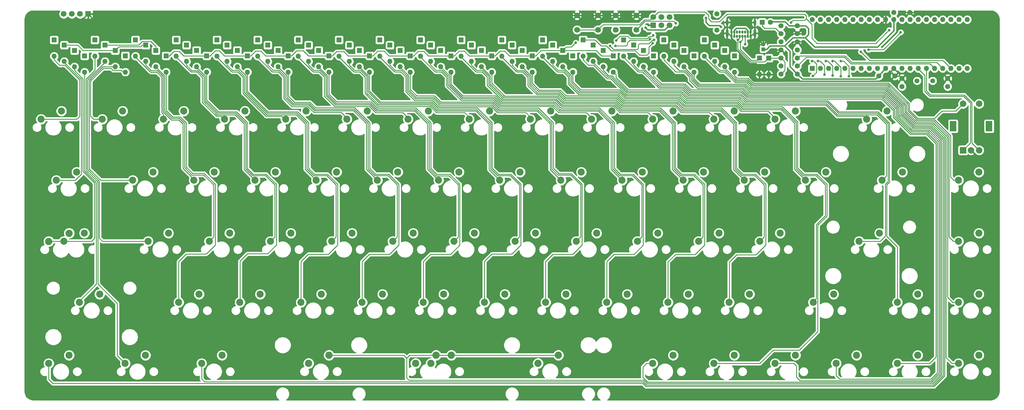
<source format=gtl>
G04 #@! TF.GenerationSoftware,KiCad,Pcbnew,(5.1.7)-1*
G04 #@! TF.CreationDate,2021-05-31T13:23:32-04:00*
G04 #@! TF.ProjectId,discipline-pcb,64697363-6970-46c6-996e-652d7063622e,rev?*
G04 #@! TF.SameCoordinates,Original*
G04 #@! TF.FileFunction,Copper,L1,Top*
G04 #@! TF.FilePolarity,Positive*
%FSLAX46Y46*%
G04 Gerber Fmt 4.6, Leading zero omitted, Abs format (unit mm)*
G04 Created by KiCad (PCBNEW (5.1.7)-1) date 2021-05-31 13:23:32*
%MOMM*%
%LPD*%
G01*
G04 APERTURE LIST*
G04 #@! TA.AperFunction,ComponentPad*
%ADD10C,2.200000*%
G04 #@! TD*
G04 #@! TA.AperFunction,ComponentPad*
%ADD11C,2.250000*%
G04 #@! TD*
G04 #@! TA.AperFunction,ComponentPad*
%ADD12O,0.650000X1.000000*%
G04 #@! TD*
G04 #@! TA.AperFunction,ComponentPad*
%ADD13O,0.900000X2.400000*%
G04 #@! TD*
G04 #@! TA.AperFunction,ComponentPad*
%ADD14O,0.900000X1.700000*%
G04 #@! TD*
G04 #@! TA.AperFunction,ComponentPad*
%ADD15C,1.800000*%
G04 #@! TD*
G04 #@! TA.AperFunction,ComponentPad*
%ADD16R,1.800000X1.800000*%
G04 #@! TD*
G04 #@! TA.AperFunction,ComponentPad*
%ADD17R,2.000000X2.000000*%
G04 #@! TD*
G04 #@! TA.AperFunction,ComponentPad*
%ADD18C,2.000000*%
G04 #@! TD*
G04 #@! TA.AperFunction,ComponentPad*
%ADD19R,2.000000X3.200000*%
G04 #@! TD*
G04 #@! TA.AperFunction,ComponentPad*
%ADD20C,1.600000*%
G04 #@! TD*
G04 #@! TA.AperFunction,ComponentPad*
%ADD21R,1.200000X1.200000*%
G04 #@! TD*
G04 #@! TA.AperFunction,ComponentPad*
%ADD22C,1.200000*%
G04 #@! TD*
G04 #@! TA.AperFunction,ComponentPad*
%ADD23R,1.600000X1.600000*%
G04 #@! TD*
G04 #@! TA.AperFunction,ComponentPad*
%ADD24O,1.600000X1.600000*%
G04 #@! TD*
G04 #@! TA.AperFunction,ComponentPad*
%ADD25C,1.500000*%
G04 #@! TD*
G04 #@! TA.AperFunction,ViaPad*
%ADD26C,0.800000*%
G04 #@! TD*
G04 #@! TA.AperFunction,Conductor*
%ADD27C,0.250000*%
G04 #@! TD*
G04 #@! TA.AperFunction,Conductor*
%ADD28C,0.400000*%
G04 #@! TD*
G04 #@! TA.AperFunction,Conductor*
%ADD29C,0.254000*%
G04 #@! TD*
G04 #@! TA.AperFunction,Conductor*
%ADD30C,0.100000*%
G04 #@! TD*
G04 APERTURE END LIST*
D10*
X73025050Y-127783620D03*
X66675050Y-130323620D03*
D11*
X61937950Y-130349020D03*
X68287950Y-127809020D03*
X149224950Y-165883620D03*
X142874950Y-168423620D03*
X187324950Y-165883620D03*
X180974950Y-168423620D03*
X182562450Y-165883620D03*
X176212450Y-168423620D03*
D12*
X278823468Y-66391022D03*
X280523468Y-66391022D03*
X279673468Y-66391022D03*
X277973468Y-66391022D03*
X277123468Y-66391022D03*
X276273468Y-66391022D03*
X275423468Y-66391022D03*
X274573468Y-66391022D03*
X280523468Y-65066022D03*
X279668468Y-65066022D03*
X278818468Y-65066022D03*
X277968468Y-65066022D03*
X277118468Y-65066022D03*
X276268468Y-65066022D03*
X275418468Y-65066022D03*
X274568468Y-65066022D03*
D13*
X281873468Y-65411022D03*
X273223468Y-65411022D03*
D14*
X281873468Y-62031022D03*
X273223468Y-62031022D03*
D15*
X255293830Y-60350870D03*
X255293830Y-62890870D03*
X252753830Y-60350870D03*
X252753830Y-62890870D03*
X250213830Y-60350870D03*
D16*
X250213830Y-62890870D03*
D15*
X69136200Y-59388620D03*
X66596200Y-59388620D03*
X71676200Y-59388620D03*
D16*
X74216200Y-59388620D03*
D17*
X346709950Y-101907370D03*
D18*
X349209950Y-101907370D03*
X351709950Y-101907370D03*
D19*
X343609950Y-94407370D03*
X354809950Y-94407370D03*
D18*
X346709950Y-87407370D03*
X351709950Y-87407370D03*
D10*
X275466206Y-165893750D03*
X269116206Y-168433750D03*
X256410884Y-165883620D03*
X250060884Y-168423620D03*
X294481250Y-89693750D03*
X288131250Y-92233750D03*
X132556250Y-108743750D03*
X126206250Y-111283750D03*
X65881250Y-89693750D03*
X59531250Y-92233750D03*
X84931250Y-89693750D03*
X78581250Y-92233750D03*
X103981250Y-89693750D03*
X97631250Y-92233750D03*
X123031250Y-89693750D03*
X116681250Y-92233750D03*
X142081250Y-89693750D03*
X135731250Y-92233750D03*
X161131250Y-89693750D03*
X154781250Y-92233750D03*
X180181250Y-89693750D03*
X173831250Y-92233750D03*
X199231250Y-89693750D03*
X192881250Y-92233750D03*
X218281250Y-89693750D03*
X211931250Y-92233750D03*
X237331250Y-89693750D03*
X230981250Y-92233750D03*
X256381250Y-89693750D03*
X250031250Y-92233750D03*
X275431250Y-89693750D03*
X269081250Y-92233750D03*
X94456250Y-108743750D03*
X88106250Y-111283750D03*
X113506250Y-108743750D03*
X107156250Y-111283750D03*
X151606250Y-108743750D03*
X145256250Y-111283750D03*
X170656250Y-108743750D03*
X164306250Y-111283750D03*
X189706250Y-108743750D03*
X183356250Y-111283750D03*
X208756250Y-108743750D03*
X202406250Y-111283750D03*
X227806250Y-108743750D03*
X221456250Y-111283750D03*
X246856250Y-108743750D03*
X240506250Y-111283750D03*
X265906250Y-108743750D03*
X259556250Y-111283750D03*
X284956250Y-108743750D03*
X278606250Y-111283750D03*
X304006250Y-108743750D03*
X297656250Y-111283750D03*
X351631250Y-108743750D03*
X345281250Y-111283750D03*
X99218750Y-127793750D03*
X92868750Y-130333750D03*
X118268750Y-127793750D03*
X111918750Y-130333750D03*
X137318750Y-127793750D03*
X130968750Y-130333750D03*
X156368250Y-127793750D03*
X150018250Y-130333750D03*
X175418250Y-127793750D03*
X169068250Y-130333750D03*
X194468250Y-127793750D03*
X188118250Y-130333750D03*
X213518250Y-127793750D03*
X207168250Y-130333750D03*
X232568250Y-127793750D03*
X226218250Y-130333750D03*
X251618250Y-127793750D03*
X245268250Y-130333750D03*
X270668250Y-127793750D03*
X264318250Y-130333750D03*
X289718250Y-127793750D03*
X283368250Y-130333750D03*
X351631250Y-127793750D03*
X345281250Y-130333750D03*
X108743750Y-146843750D03*
X102393750Y-149383750D03*
X127793750Y-146843750D03*
X121443750Y-149383750D03*
X146843750Y-146843750D03*
X140493750Y-149383750D03*
X165894250Y-146843750D03*
X159544250Y-149383750D03*
X184944250Y-146843750D03*
X178594250Y-149383750D03*
X203994250Y-146843750D03*
X197644250Y-149383750D03*
X223044250Y-146843750D03*
X216694250Y-149383750D03*
X242094250Y-146843750D03*
X235744250Y-149383750D03*
X261144250Y-146843750D03*
X254794250Y-149383750D03*
X280194250Y-146843750D03*
X273844250Y-149383750D03*
X332581250Y-146843750D03*
X326231250Y-149383750D03*
X351631250Y-146843750D03*
X345281250Y-149383750D03*
X313531250Y-165893750D03*
X307181250Y-168433750D03*
X332581250Y-165893750D03*
X326231250Y-168433750D03*
X351631250Y-165893750D03*
X345281250Y-168433750D03*
X294521528Y-165883620D03*
X288171528Y-168423620D03*
D11*
X220662450Y-165883620D03*
X214312450Y-168423620D03*
D20*
X325471062Y-78716416D03*
X320471062Y-78716416D03*
X330125530Y-58888620D03*
X325125530Y-58888620D03*
D21*
X284477676Y-70404866D03*
D22*
X284477676Y-68904866D03*
D20*
X327680238Y-79506040D03*
X327680238Y-82006040D03*
X341906112Y-79506040D03*
X341906112Y-82006040D03*
X290026316Y-78138982D03*
X295106316Y-78138982D03*
X290026316Y-75645517D03*
X295106316Y-75645517D03*
X290026316Y-73152052D03*
X295106316Y-73152052D03*
X295106316Y-70580211D03*
X290026316Y-70580211D03*
X295106316Y-68060499D03*
X290026316Y-68060499D03*
X295106316Y-65567034D03*
X290026316Y-65567034D03*
X290026316Y-63073204D03*
X295106316Y-63073204D03*
D23*
X299753430Y-76389182D03*
D24*
X348013430Y-61149182D03*
X302293430Y-76389182D03*
X345473430Y-61149182D03*
X304833430Y-76389182D03*
X342933430Y-61149182D03*
X307373430Y-76389182D03*
X340393430Y-61149182D03*
X309913430Y-76389182D03*
X337853430Y-61149182D03*
X312453430Y-76389182D03*
X335313430Y-61149182D03*
X314993430Y-76389182D03*
X332773430Y-61149182D03*
X317533430Y-76389182D03*
X330233430Y-61149182D03*
X320073430Y-76389182D03*
X327693430Y-61149182D03*
X322613430Y-76389182D03*
X325153430Y-61149182D03*
X325153430Y-76389182D03*
X322613430Y-61149182D03*
X327693430Y-76389182D03*
X320073430Y-61149182D03*
X330233430Y-76389182D03*
X317533430Y-61149182D03*
X332773430Y-76389182D03*
X314993430Y-61149182D03*
X335313430Y-76389182D03*
X312453430Y-61149182D03*
X337853430Y-76389182D03*
X309913430Y-61149182D03*
X340393430Y-76389182D03*
X307373430Y-61149182D03*
X342933430Y-76389182D03*
X304833430Y-61149182D03*
X345473430Y-76389182D03*
X302293430Y-61149182D03*
X348013430Y-76389182D03*
X299753430Y-61149182D03*
D10*
X323056250Y-89693750D03*
X316706250Y-92233750D03*
X314325250Y-130333750D03*
X320675250Y-127793750D03*
X71437450Y-149383750D03*
X77787450Y-146843750D03*
X68262450Y-165883620D03*
X61912450Y-168423620D03*
X92075050Y-165893750D03*
X85725050Y-168433750D03*
X115887450Y-165883620D03*
X109537450Y-168423620D03*
X306387250Y-146843750D03*
X300037250Y-149383750D03*
X64293750Y-111283750D03*
X70643750Y-108743750D03*
X321468250Y-111283750D03*
X327818250Y-108743750D03*
D25*
X337251644Y-80256240D03*
X332371644Y-80256240D03*
D20*
X286667716Y-61970830D03*
D23*
X284127716Y-61970830D03*
D20*
X270047614Y-59350838D03*
X270047614Y-64450838D03*
D15*
X244985732Y-59836074D03*
X244985732Y-64336074D03*
X238485732Y-59836074D03*
X238485732Y-64336074D03*
X232985732Y-59836074D03*
X232985732Y-64336074D03*
X226485732Y-59836074D03*
X226485732Y-64336074D03*
D24*
X63600284Y-72555612D03*
D23*
X63600284Y-67475612D03*
D24*
X73108673Y-77516199D03*
D23*
X73108673Y-72436199D03*
D24*
X85786525Y-77516199D03*
D23*
X85786525Y-72436199D03*
D24*
X88955988Y-72555612D03*
D23*
X88955988Y-67475612D03*
D24*
X101633840Y-72555612D03*
D23*
X101633840Y-67475612D03*
D24*
X114311692Y-72555612D03*
D23*
X114311692Y-67475612D03*
D24*
X126989544Y-72555612D03*
D23*
X126989544Y-67475612D03*
D24*
X139667396Y-72555612D03*
D23*
X139667396Y-67475612D03*
D24*
X152345248Y-72555612D03*
D23*
X152345248Y-67475612D03*
D24*
X165023100Y-72555612D03*
D23*
X165023100Y-67475612D03*
D24*
X177700952Y-72555612D03*
D23*
X177700952Y-67475612D03*
D24*
X190378804Y-72555612D03*
D23*
X190378804Y-67475612D03*
D24*
X203056656Y-72555612D03*
D23*
X203056656Y-67475612D03*
D24*
X215734508Y-72555612D03*
D23*
X215734508Y-67475612D03*
D24*
X228342376Y-72555612D03*
D23*
X228342376Y-67475612D03*
D24*
X275541929Y-77516199D03*
D23*
X275541929Y-72436199D03*
D24*
X66769747Y-74209141D03*
D23*
X66769747Y-69129141D03*
D24*
X82617062Y-75862670D03*
D23*
X82617062Y-70782670D03*
D24*
X92125451Y-74209141D03*
D23*
X92125451Y-69129141D03*
D24*
X104803303Y-74209141D03*
D23*
X104803303Y-69129141D03*
D24*
X117481155Y-74209141D03*
D23*
X117481155Y-69129141D03*
D24*
X130159007Y-74209141D03*
D23*
X130159007Y-69129141D03*
D24*
X142836859Y-74209141D03*
D23*
X142836859Y-69129141D03*
D24*
X155514711Y-74209141D03*
D23*
X155514711Y-69129141D03*
D24*
X168192563Y-74209141D03*
D23*
X168192563Y-69129141D03*
D24*
X180870415Y-74209141D03*
D23*
X180870415Y-69129141D03*
D24*
X193548267Y-74209141D03*
D23*
X193548267Y-69129141D03*
D24*
X206226119Y-74209141D03*
D23*
X206226119Y-69129141D03*
D24*
X218886475Y-74209141D03*
D23*
X218886475Y-69129141D03*
D24*
X231493149Y-74209141D03*
D23*
X231493149Y-69129141D03*
D24*
X272453205Y-75862670D03*
D23*
X272453205Y-70782670D03*
D24*
X69939210Y-75862670D03*
D23*
X69939210Y-70782670D03*
D24*
X79447599Y-74209141D03*
D23*
X79447599Y-69129141D03*
D24*
X95294914Y-75862670D03*
D23*
X95294914Y-70782670D03*
D24*
X107972766Y-75862670D03*
D23*
X107972766Y-70782670D03*
D24*
X120650618Y-75862670D03*
D23*
X120650618Y-70782670D03*
D24*
X133328470Y-75862670D03*
D23*
X133328470Y-70782670D03*
D24*
X146006322Y-75862670D03*
D23*
X146006322Y-70782670D03*
D24*
X158684174Y-75862670D03*
D23*
X158684174Y-70782670D03*
D24*
X171362026Y-75862670D03*
D23*
X171362026Y-70782670D03*
D24*
X184039878Y-75862670D03*
D23*
X184039878Y-70782670D03*
D24*
X196717730Y-75862670D03*
D23*
X196717730Y-70782670D03*
D24*
X209395582Y-75862670D03*
D23*
X209395582Y-70782670D03*
D24*
X234643922Y-75862670D03*
D23*
X234643922Y-70782670D03*
D24*
X269364481Y-74209141D03*
D23*
X269364481Y-69129141D03*
D24*
X98464377Y-77516199D03*
D23*
X98464377Y-72436199D03*
D24*
X111142229Y-77516199D03*
D23*
X111142229Y-72436199D03*
D24*
X123820081Y-77516199D03*
D23*
X123820081Y-72436199D03*
D24*
X136497933Y-77516199D03*
D23*
X136497933Y-72436199D03*
D24*
X149175785Y-77516199D03*
D23*
X149175785Y-72436199D03*
D24*
X161853637Y-77516199D03*
D23*
X161853637Y-72436199D03*
D24*
X174531489Y-77516199D03*
D23*
X174531489Y-72436199D03*
D24*
X187209341Y-77516199D03*
D23*
X187209341Y-72436199D03*
D24*
X199887193Y-77516199D03*
D23*
X199887193Y-72436199D03*
D24*
X212565045Y-77516199D03*
D23*
X212565045Y-72436199D03*
D24*
X222038442Y-75862670D03*
D23*
X222038442Y-70782670D03*
D24*
X237794695Y-77516199D03*
D23*
X237794695Y-72436199D03*
D24*
X266089606Y-72555612D03*
D23*
X266089606Y-67475612D03*
D24*
X259788058Y-75862670D03*
D23*
X259788058Y-70782670D03*
D24*
X76278136Y-72555612D03*
D23*
X76278136Y-67475612D03*
D24*
X256637284Y-74209141D03*
D23*
X256637284Y-69129141D03*
D24*
X253486511Y-72555612D03*
D23*
X253486511Y-67475612D03*
D24*
X250335738Y-77516199D03*
D23*
X250335738Y-72436199D03*
D24*
X225190409Y-77516199D03*
D23*
X225190409Y-72436199D03*
D24*
X244096241Y-74209141D03*
D23*
X244096241Y-69129141D03*
D24*
X240945468Y-72555612D03*
D23*
X240945468Y-67475612D03*
D24*
X262938832Y-77516199D03*
D23*
X262938832Y-72436199D03*
D24*
X247184965Y-75862670D03*
D23*
X247184965Y-70782670D03*
D24*
X286174982Y-78242196D03*
D23*
X286174982Y-73162196D03*
D24*
X283305310Y-78242196D03*
D23*
X283305310Y-73162196D03*
D26*
X317286426Y-147658536D03*
X127275644Y-177842586D03*
X254608590Y-121534022D03*
X275168740Y-121971472D03*
X104895702Y-124176220D03*
X324443108Y-92679820D03*
X316988960Y-87990356D03*
X337216200Y-169888620D03*
X283216200Y-171388620D03*
X241716200Y-169788620D03*
X303515500Y-88952746D03*
X59916200Y-86588620D03*
X276813552Y-62031022D03*
X235716200Y-64888620D03*
X316289040Y-78243970D03*
X212438410Y-178122554D03*
X263037486Y-64331925D03*
X262302584Y-60237471D03*
X286239392Y-65381785D03*
X315075545Y-66116687D03*
X312520886Y-66116687D03*
X309966227Y-66116687D03*
X307411568Y-66116687D03*
X305016200Y-66116687D03*
X302716200Y-66088620D03*
X326390000Y-117830600D03*
X70586600Y-128854200D03*
X75184000Y-75438000D03*
X244002560Y-80385920D03*
X231505760Y-80385920D03*
X218048840Y-80385920D03*
X209986880Y-80385920D03*
X201787760Y-80385920D03*
X193883280Y-80385920D03*
X178023520Y-80385920D03*
X166517320Y-80385920D03*
X154792680Y-80385920D03*
X141178280Y-80385920D03*
X128574800Y-80385920D03*
X297261280Y-76738480D03*
X317816200Y-72188620D03*
X315016200Y-73388620D03*
X318816200Y-66088620D03*
X311316200Y-71288620D03*
X166916200Y-177988620D03*
X146716200Y-177888620D03*
X193516200Y-177988620D03*
X260116200Y-178388620D03*
X328016200Y-178588620D03*
X355216200Y-61888620D03*
X348916200Y-158788620D03*
X349216200Y-139688620D03*
X349416200Y-122288620D03*
X338516200Y-69288620D03*
X70016200Y-178188620D03*
X58416200Y-62188620D03*
X297816200Y-69888620D03*
X79616200Y-59988620D03*
X176816200Y-172388620D03*
X82616200Y-67588620D03*
X354416200Y-80788620D03*
X266616200Y-60588620D03*
X271316200Y-63388620D03*
X250080466Y-68467729D03*
X250461158Y-67472794D03*
X236725634Y-69327582D03*
X303565560Y-78348840D03*
X301493431Y-74046080D03*
X249202787Y-67247085D03*
X238455200Y-69336920D03*
X250199094Y-66012868D03*
X238720406Y-67640182D03*
X299928280Y-78745080D03*
X299664120Y-74122280D03*
X226085400Y-68366640D03*
X306130960Y-78567280D03*
X303966880Y-74046080D03*
X306110640Y-74046080D03*
X308650640Y-78831440D03*
X308645560Y-74046080D03*
X311195720Y-78831440D03*
X327293429Y-65088620D03*
X317245260Y-70533350D03*
X278825616Y-68797705D03*
X293116000Y-62026800D03*
X323690694Y-64414126D03*
X247816200Y-63688620D03*
X276534836Y-67473316D03*
X277266951Y-68198326D03*
X314871702Y-71192276D03*
X257249287Y-62351160D03*
D27*
X274573468Y-65071022D02*
X274568468Y-65066022D01*
D28*
X274568468Y-66386022D02*
X274573468Y-66391022D01*
X274568468Y-65066022D02*
X274568468Y-66386022D01*
X280523468Y-65066022D02*
X280523468Y-66391022D01*
D27*
X273223468Y-63961022D02*
X273223468Y-62031022D01*
X273223468Y-65411022D02*
X273223468Y-63961022D01*
X273923468Y-62031022D02*
X276813552Y-62031022D01*
X273223468Y-62031022D02*
X273923468Y-62031022D01*
X281873468Y-63131022D02*
X281873468Y-65411022D01*
X281873468Y-62031022D02*
X281873468Y-63131022D01*
D28*
X281503468Y-65411022D02*
X280523468Y-66391022D01*
D27*
X281873468Y-65411022D02*
X281503468Y-65411022D01*
D28*
X273593468Y-65411022D02*
X274573468Y-66391022D01*
D27*
X273223468Y-65411022D02*
X273593468Y-65411022D01*
D28*
X281873468Y-67011022D02*
X281873468Y-65411022D01*
X281873468Y-67149186D02*
X281873468Y-67011022D01*
X283410298Y-78259694D02*
X283410298Y-77981500D01*
X280243160Y-79118870D02*
X281433024Y-80308734D01*
D27*
X276813552Y-62031022D02*
X281873468Y-62031022D01*
D28*
X280243160Y-76311416D02*
X280243160Y-75829246D01*
X280243160Y-74814362D02*
X280243160Y-75829246D01*
X280243160Y-75829246D02*
X280243160Y-79118870D01*
X323878744Y-80308734D02*
X325471062Y-78716416D01*
X281433024Y-80308734D02*
X323878744Y-80308734D01*
X326890614Y-78716416D02*
X327680238Y-79506040D01*
X325471062Y-78716416D02*
X326890614Y-78716416D01*
X279181221Y-73752423D02*
X279178155Y-73752423D01*
X274573468Y-66850641D02*
X274573468Y-66391022D01*
X279178155Y-73752423D02*
X275991146Y-70565414D01*
X275991146Y-68268319D02*
X274573468Y-66850641D01*
X275991146Y-70565414D02*
X275991146Y-68268319D01*
X248635857Y-59836074D02*
X244985732Y-59836074D01*
X322613430Y-61149182D02*
X321165415Y-59701167D01*
X243571519Y-59836074D02*
X238485732Y-59836074D01*
X244985732Y-59836074D02*
X243571519Y-59836074D01*
X237071519Y-59836074D02*
X232985732Y-59836074D01*
X238485732Y-59836074D02*
X237071519Y-59836074D01*
X231571519Y-59836074D02*
X226485732Y-59836074D01*
X232985732Y-59836074D02*
X231571519Y-59836074D01*
X283305310Y-77110826D02*
X283299784Y-77105300D01*
X283305310Y-78242196D02*
X283305310Y-77110826D01*
X283299784Y-77105300D02*
X283299784Y-75880385D01*
X283299784Y-75880385D02*
X282249104Y-74829705D01*
X280258503Y-74829705D02*
X280045218Y-74616420D01*
X282249104Y-74829705D02*
X280258503Y-74829705D01*
X280243160Y-74814362D02*
X280045218Y-74616420D01*
X280045218Y-74616420D02*
X279181221Y-73752423D01*
X226485732Y-59836074D02*
X224363654Y-59836074D01*
X322613430Y-61149182D02*
X321416200Y-62346412D01*
X325153430Y-76389182D02*
X323916200Y-77626412D01*
X325153430Y-76389182D02*
X326452868Y-77688620D01*
X74216200Y-59388620D02*
X75916200Y-61088620D01*
X74216200Y-59388620D02*
X72616200Y-60988620D01*
X330125530Y-58888620D02*
X331716200Y-58888620D01*
X330125530Y-58888620D02*
X328716200Y-58888620D01*
X284477676Y-68904866D02*
X283199954Y-68904866D01*
X284477676Y-68904866D02*
X284477676Y-67350096D01*
X290026316Y-70580211D02*
X288324609Y-70580211D01*
X295106316Y-68060499D02*
X296588079Y-68060499D01*
X295106316Y-68060499D02*
X293744321Y-68060499D01*
X295106316Y-65567034D02*
X293594614Y-65567034D01*
X295106316Y-65567034D02*
X296537786Y-65567034D01*
X275418468Y-66386022D02*
X275423468Y-66391022D01*
X275418468Y-65066022D02*
X275418468Y-66386022D01*
X279668468Y-66386022D02*
X279673468Y-66391022D01*
X279668468Y-65066022D02*
X279668468Y-66386022D01*
X279668468Y-64606403D02*
X279668468Y-65066022D01*
X278887683Y-63825618D02*
X279668468Y-64606403D01*
X276148628Y-63825618D02*
X278887683Y-63825618D01*
X275418468Y-65066022D02*
X275418468Y-64555778D01*
X275418468Y-64555778D02*
X276148628Y-63825618D01*
X266616200Y-60588620D02*
X266616200Y-61988620D01*
X266616200Y-61988620D02*
X267616201Y-62988621D01*
X270916201Y-62988621D02*
X271316200Y-63388620D01*
X267616201Y-62988621D02*
X270916201Y-62988621D01*
D27*
X248853960Y-69694235D02*
X250080466Y-68467729D01*
X248853960Y-71572120D02*
X248853960Y-69694235D01*
X248237460Y-72188620D02*
X248853960Y-71572120D01*
X246016200Y-72188620D02*
X248237460Y-72188620D01*
X244729140Y-70901560D02*
X246016200Y-72188620D01*
X237149640Y-70901560D02*
X244729140Y-70901560D01*
X235620564Y-69372484D02*
X237149640Y-70901560D01*
X233960950Y-69372484D02*
X235620564Y-69372484D01*
X232064078Y-67475612D02*
X233960950Y-69372484D01*
X228342376Y-67475612D02*
X232064078Y-67475612D01*
X63600284Y-72555612D02*
X63600284Y-72714464D01*
X71579220Y-91325600D02*
X70671070Y-92233750D01*
X71579220Y-79923488D02*
X71579220Y-91325600D01*
X66995034Y-75339302D02*
X71579220Y-79923488D01*
X65252604Y-75339302D02*
X66995034Y-75339302D01*
X63600284Y-73686982D02*
X65252604Y-75339302D01*
X70671070Y-92233750D02*
X59531250Y-92233750D01*
X63600284Y-72555612D02*
X63600284Y-73686982D01*
X75861330Y-92233750D02*
X78581250Y-92233750D01*
X74939126Y-91311546D02*
X75861330Y-92233750D01*
X74939126Y-80291236D02*
X74939126Y-91311546D01*
X78893674Y-76336688D02*
X74939126Y-80291236D01*
X81325896Y-76336688D02*
X78893674Y-76336688D01*
X81990820Y-77001612D02*
X81325896Y-76336688D01*
X84580524Y-77001612D02*
X81990820Y-77001612D01*
X85095111Y-77516199D02*
X84580524Y-77001612D01*
X85786525Y-77516199D02*
X85095111Y-77516199D01*
X97090818Y-86362924D02*
X97090818Y-87727742D01*
X97090818Y-86362924D02*
X97090818Y-85260571D01*
X98709711Y-92233750D02*
X97631250Y-92233750D01*
X98770594Y-92294633D02*
X98709711Y-92233750D01*
X97631250Y-90678116D02*
X97631250Y-92233750D01*
X97090818Y-90137684D02*
X97631250Y-90678116D01*
X97090818Y-87517770D02*
X97090818Y-90137684D01*
X97090818Y-87517770D02*
X97090818Y-87727742D01*
X97090818Y-85260571D02*
X97090818Y-85768110D01*
X97090818Y-85768110D02*
X97090818Y-87517770D01*
X97090818Y-81821812D02*
X97090818Y-85768110D01*
X97090818Y-79030604D02*
X97090818Y-81821812D01*
X95586766Y-77526552D02*
X97090818Y-79030604D01*
X93661986Y-77526552D02*
X95586766Y-77526552D01*
X88955988Y-72820554D02*
X93661986Y-77526552D01*
X88955988Y-72555612D02*
X88955988Y-72820554D01*
X101633840Y-72555612D02*
X101633840Y-72864850D01*
X101633840Y-72555612D02*
X101633840Y-72689870D01*
X116557331Y-92233750D02*
X116681250Y-92233750D01*
X115620847Y-91297266D02*
X116557331Y-92233750D01*
X114144549Y-91297266D02*
X115620847Y-91297266D01*
X101633840Y-72555612D02*
X101633840Y-72812356D01*
X101633840Y-72812356D02*
X106295542Y-77474058D01*
X106295542Y-77474058D02*
X108097836Y-77474058D01*
X108097836Y-77474058D02*
X109777644Y-79153866D01*
X109777644Y-79153866D02*
X109777644Y-86930361D01*
X109777644Y-86930361D02*
X114144549Y-91297266D01*
X135402318Y-92233750D02*
X135731250Y-92233750D01*
X134465834Y-91297266D02*
X135402318Y-92233750D01*
X129583985Y-91297266D02*
X134465834Y-91297266D01*
X122444937Y-84158218D02*
X122724981Y-84438262D01*
X122724981Y-84438262D02*
X129583985Y-91297266D01*
X122446196Y-84159477D02*
X122724981Y-84438262D01*
X122446196Y-79066376D02*
X122446196Y-84159477D01*
X120836380Y-77456560D02*
X122446196Y-79066376D01*
X118946596Y-77456560D02*
X120836380Y-77456560D01*
X114311692Y-72555612D02*
X114311692Y-72821656D01*
X114311692Y-72821656D02*
X118946596Y-77456560D01*
X126989544Y-72555612D02*
X126989544Y-72830956D01*
X154781250Y-91875314D02*
X154781250Y-92233750D01*
X142723312Y-88268749D02*
X144544490Y-90089927D01*
X137683984Y-88268749D02*
X142723312Y-88268749D01*
X152995863Y-90089927D02*
X154781250Y-91875314D01*
X144544490Y-90089927D02*
X152995863Y-90089927D01*
X126989544Y-72813458D02*
X131632646Y-77456560D01*
X126989544Y-72555612D02*
X126989544Y-72813458D01*
X131632646Y-77456560D02*
X133522430Y-77456560D01*
X133522430Y-77456560D02*
X135132246Y-79066376D01*
X135132246Y-79066376D02*
X135132246Y-85717011D01*
X135132246Y-85717011D02*
X137683984Y-88268749D01*
X163750434Y-90142420D02*
X172208301Y-90142420D01*
X172208301Y-90142420D02*
X173831250Y-91765369D01*
X151001129Y-88200179D02*
X161808193Y-88200179D01*
X161808193Y-88200179D02*
X163750434Y-90142420D01*
X139667396Y-72822758D02*
X144301198Y-77456560D01*
X139667396Y-72555612D02*
X139667396Y-72822758D01*
X173831250Y-91765369D02*
X173831250Y-92233750D01*
X144301198Y-77456560D02*
X146225978Y-77456560D01*
X146225978Y-77456560D02*
X147783300Y-79013882D01*
X147783300Y-79013882D02*
X147783300Y-84982350D01*
X147783300Y-84982350D02*
X151001129Y-88200179D01*
X192881250Y-91550438D02*
X192881250Y-92233750D01*
X191473232Y-90142420D02*
X192881250Y-91550438D01*
X164544323Y-88252672D02*
X180758166Y-88252672D01*
X152345248Y-72814560D02*
X156987248Y-77456560D01*
X182647914Y-90142420D02*
X191473232Y-90142420D01*
X152345248Y-72555612D02*
X152345248Y-72814560D01*
X156987248Y-77456560D02*
X158894530Y-77456560D01*
X180758166Y-88252672D02*
X182647914Y-90142420D01*
X158894530Y-77456560D02*
X160486848Y-79048878D01*
X160486848Y-79048878D02*
X160486848Y-84195197D01*
X160486848Y-84195197D02*
X164544323Y-88252672D01*
X211931250Y-91545479D02*
X211931250Y-92233750D01*
X210528191Y-90142420D02*
X211931250Y-91545479D01*
X183405387Y-88268749D02*
X199862212Y-88268749D01*
X181499562Y-86362924D02*
X183405387Y-88268749D01*
X165023100Y-72823860D02*
X169655800Y-77456560D01*
X199862212Y-88268749D02*
X201735883Y-90142420D01*
X165023100Y-72555612D02*
X165023100Y-72823860D01*
X169655800Y-77456560D02*
X171580580Y-77456560D01*
X171580580Y-77456560D02*
X173137902Y-79013882D01*
X175882811Y-86362924D02*
X181499562Y-86362924D01*
X173137902Y-79013882D02*
X173137902Y-83618015D01*
X201735883Y-90142420D02*
X210528191Y-90142420D01*
X173137902Y-83618015D02*
X175882811Y-86362924D01*
X218874578Y-88252672D02*
X220764326Y-90142420D01*
X200502028Y-86362924D02*
X202391776Y-88252672D01*
X202391776Y-88252672D02*
X218874578Y-88252672D01*
X190403887Y-86362924D02*
X200502028Y-86362924D01*
X220764326Y-90142420D02*
X229373178Y-90142420D01*
X229373178Y-90142420D02*
X230981250Y-91750492D01*
X230981250Y-91750492D02*
X230981250Y-92233750D01*
X185859308Y-81818345D02*
X186068924Y-82027961D01*
X186068924Y-82027961D02*
X190403887Y-86362924D01*
X185841450Y-81800487D02*
X186068924Y-82027961D01*
X185841450Y-79048878D02*
X185841450Y-81800487D01*
X184249132Y-77456560D02*
X185841450Y-79048878D01*
X182341850Y-77456560D02*
X184249132Y-77456560D01*
X177700952Y-72555612D02*
X177700952Y-72815662D01*
X177700952Y-72815662D02*
X182341850Y-77456560D01*
X250031250Y-91535561D02*
X250031250Y-92233750D01*
X248638109Y-90142420D02*
X250031250Y-91535561D01*
X239812791Y-90142420D02*
X248638109Y-90142420D01*
X221656707Y-88252672D02*
X237923043Y-88252672D01*
X219789386Y-86385351D02*
X221656707Y-88252672D01*
X203254091Y-86385351D02*
X219789386Y-86385351D01*
X237923043Y-88252672D02*
X239812791Y-90142420D01*
X190378804Y-72807464D02*
X195027900Y-77456560D01*
X190378804Y-72555612D02*
X190378804Y-72807464D01*
X195027900Y-77456560D02*
X196917684Y-77456560D01*
X196917684Y-77456560D02*
X198492504Y-79031380D01*
X198492504Y-79031380D02*
X198492504Y-81623764D01*
X198492504Y-81623764D02*
X203254091Y-86385351D01*
X258926737Y-90142420D02*
X267745561Y-90142420D01*
X257036989Y-88252672D02*
X258926737Y-90142420D01*
X267745561Y-90142420D02*
X269081250Y-91478109D01*
X222490101Y-86362924D02*
X238655070Y-86362924D01*
X220652846Y-84525669D02*
X222490101Y-86362924D01*
X213940236Y-84525669D02*
X220652846Y-84525669D01*
X238655070Y-86362924D02*
X240544818Y-88252672D01*
X203056656Y-72816764D02*
X207713950Y-77474058D01*
X203056656Y-72555612D02*
X203056656Y-72816764D01*
X207713950Y-77474058D02*
X209603734Y-77474058D01*
X209603734Y-77474058D02*
X211196052Y-79066376D01*
X269081250Y-91478109D02*
X269081250Y-92233750D01*
X240544818Y-88252672D02*
X257036989Y-88252672D01*
X211196052Y-79066376D02*
X211196052Y-81781485D01*
X211196052Y-81781485D02*
X213940236Y-84525669D01*
X288131250Y-92233750D02*
X288051962Y-92233750D01*
X276032961Y-88252672D02*
X277502765Y-89722476D01*
X259766625Y-88252672D02*
X276032961Y-88252672D01*
X241289089Y-86362924D02*
X257876877Y-86362924D01*
X286013125Y-89722476D02*
X288131250Y-91840601D01*
X239399341Y-84473176D02*
X241289089Y-86362924D01*
X227010993Y-84473176D02*
X239399341Y-84473176D01*
X277502765Y-89722476D02*
X286013125Y-89722476D01*
X215734508Y-72826064D02*
X220365004Y-77456560D01*
X215734508Y-72555612D02*
X215734508Y-72826064D01*
X257876877Y-86362924D02*
X259766625Y-88252672D01*
X220365004Y-77456560D02*
X222237290Y-77456560D01*
X223794612Y-79013882D02*
X223794612Y-81256795D01*
X288131250Y-91840601D02*
X288131250Y-92233750D01*
X222237290Y-77456560D02*
X223794612Y-79013882D01*
X223794612Y-81256795D02*
X227010993Y-84473176D01*
X278296654Y-87832728D02*
X276826850Y-86362924D01*
X316706250Y-92226860D02*
X315776656Y-91297266D01*
X307430269Y-91297266D02*
X303965731Y-87832728D01*
X276826850Y-86362924D02*
X260606513Y-86362924D01*
X316706250Y-92233750D02*
X316706250Y-92226860D01*
X260606513Y-86362924D02*
X258716765Y-84473176D01*
X303965731Y-87832728D02*
X278296654Y-87832728D01*
X315776656Y-91297266D02*
X307430269Y-91297266D01*
X258716765Y-84473176D02*
X241944983Y-84473176D01*
X241944983Y-84473176D02*
X239932795Y-82460988D01*
X228342376Y-73686982D02*
X229994696Y-75339302D01*
X228342376Y-72555612D02*
X228342376Y-73686982D01*
X229994696Y-75339302D02*
X231703708Y-75339302D01*
X231703708Y-75339302D02*
X235920726Y-79556320D01*
X235920726Y-79556320D02*
X237005602Y-79556320D01*
X239910270Y-82460988D02*
X239932795Y-82460988D01*
X237005602Y-79556320D02*
X239910270Y-82460988D01*
X276328194Y-79433834D02*
X277355990Y-79433834D01*
X275541929Y-78647569D02*
X276328194Y-79433834D01*
X275541929Y-77516199D02*
X275541929Y-78647569D01*
X277058524Y-79433834D02*
X277355990Y-79433834D01*
X279788212Y-79433834D02*
X277355990Y-79433834D01*
X323469702Y-80903666D02*
X281258044Y-80903666D01*
X332514624Y-91932344D02*
X329972476Y-89390196D01*
X329972476Y-89390196D02*
X329972476Y-87406440D01*
X340116200Y-89688620D02*
X337872476Y-91932344D01*
X337872476Y-91932344D02*
X332514624Y-91932344D01*
X344428700Y-89688620D02*
X340116200Y-89688620D01*
X281258044Y-80903666D02*
X279788212Y-79433834D01*
X329972476Y-87406440D02*
X323469702Y-80903666D01*
X346709950Y-87407370D02*
X344428700Y-89688620D01*
X82662896Y-70782670D02*
X82617062Y-70782670D01*
X83828110Y-69617456D02*
X82662896Y-70782670D01*
X90587136Y-69617456D02*
X83828110Y-69617456D01*
X92125451Y-69129141D02*
X91075451Y-69129141D01*
X91075451Y-69129141D02*
X90587136Y-69617456D01*
X70933713Y-69129141D02*
X66769747Y-69129141D01*
X72587242Y-70782670D02*
X70933713Y-69129141D01*
X72587242Y-70782670D02*
X82617062Y-70782670D01*
X303565560Y-75458320D02*
X302153320Y-74046080D01*
X303565560Y-78348840D02*
X303565560Y-75458320D01*
X302153320Y-74046080D02*
X301493431Y-74046080D01*
X250050082Y-67472794D02*
X250461158Y-67472794D01*
X245933380Y-68671440D02*
X248851436Y-68671440D01*
X245516200Y-69088620D02*
X245933380Y-68671440D01*
X245516200Y-70188620D02*
X245516200Y-69088620D01*
X245260460Y-70444360D02*
X245516200Y-70188620D01*
X237850680Y-70444360D02*
X245260460Y-70444360D01*
X248851436Y-68671440D02*
X250050082Y-67472794D01*
X237125633Y-69727581D02*
X237133901Y-69727581D01*
X237133901Y-69727581D02*
X237850680Y-70444360D01*
X236725634Y-69327582D02*
X237125633Y-69727581D01*
X66769747Y-74466589D02*
X72051657Y-79748499D01*
X66769747Y-74209141D02*
X66769747Y-74466589D01*
X72051657Y-79748499D02*
X72051657Y-103525843D01*
X72051657Y-103525843D02*
X72068751Y-103542937D01*
X72068751Y-103542937D02*
X72068751Y-109427751D01*
X70212752Y-111283750D02*
X64293750Y-111283750D01*
X72068751Y-109427751D02*
X70212752Y-111283750D01*
X88106250Y-111283750D02*
X78075003Y-111283750D01*
X78075003Y-111283750D02*
X74904309Y-108113056D01*
X74904309Y-108113056D02*
X74518828Y-107727575D01*
X80136032Y-75862670D02*
X82617062Y-75862670D01*
X78720266Y-75862670D02*
X80136032Y-75862670D01*
X74484178Y-80098758D02*
X78720266Y-75862670D01*
X74484178Y-107692925D02*
X74484178Y-80098758D01*
X74904309Y-108113056D02*
X74484178Y-107692925D01*
X107156250Y-111283750D02*
X106277093Y-110404593D01*
X106277093Y-110404593D02*
X106277093Y-110037267D01*
X106277093Y-110037267D02*
X103766251Y-107526425D01*
X103766251Y-107526425D02*
X103766251Y-93757753D01*
X103766251Y-93757753D02*
X102457247Y-92448749D01*
X102457247Y-92448749D02*
X100079556Y-92448749D01*
X100079556Y-92448749D02*
X97790915Y-90160108D01*
X97790915Y-90160108D02*
X97564355Y-89933548D01*
X97546542Y-89915735D02*
X97790915Y-90160108D01*
X97546542Y-78838902D02*
X97546542Y-89915735D01*
X95779244Y-77071604D02*
X97546542Y-78838902D01*
X93856544Y-77071604D02*
X95779244Y-77071604D01*
X92125451Y-75340511D02*
X93856544Y-77071604D01*
X92125451Y-74209141D02*
X92125451Y-75340511D01*
X114292442Y-90808749D02*
X119967251Y-90808749D01*
X125106251Y-110183751D02*
X126206250Y-111283750D01*
X122816251Y-93657749D02*
X122816251Y-107893751D01*
X122816251Y-107893751D02*
X125106251Y-110183751D01*
X119967251Y-90808749D02*
X122816251Y-93657749D01*
X110390074Y-86906381D02*
X114292442Y-90808749D01*
X110232592Y-86748899D02*
X110390074Y-86906381D01*
X110232592Y-78961388D02*
X110232592Y-86748899D01*
X108290314Y-77019110D02*
X110232592Y-78961388D01*
X106481902Y-77019110D02*
X108290314Y-77019110D01*
X104803303Y-75340511D02*
X106481902Y-77019110D01*
X104803303Y-74209141D02*
X104803303Y-75340511D01*
X139010151Y-90808749D02*
X129817380Y-90808749D01*
X145256250Y-111283750D02*
X141866251Y-107893751D01*
X141866251Y-93664849D02*
X139010151Y-90808749D01*
X141866251Y-107893751D02*
X141866251Y-93664849D01*
X117481155Y-75340511D02*
X119142256Y-77001612D01*
X117481155Y-74209141D02*
X117481155Y-75340511D01*
X119142256Y-77001612D02*
X121028858Y-77001612D01*
X121028858Y-77001612D02*
X122901144Y-78873898D01*
X122901144Y-83892513D02*
X123128618Y-84119987D01*
X122901144Y-78873898D02*
X122901144Y-83892513D01*
X129817380Y-90808749D02*
X123128618Y-84119987D01*
X123128618Y-84119987D02*
X122920059Y-83911428D01*
X137916382Y-87818738D02*
X142909712Y-87818738D01*
X144708464Y-89617490D02*
X144701969Y-89610995D01*
X160916251Y-107893751D02*
X160916251Y-93657749D01*
X142909712Y-87818738D02*
X144701969Y-89610995D01*
X160916251Y-93657749D02*
X156875992Y-89617490D01*
X164306250Y-111283750D02*
X160916251Y-107893751D01*
X156875992Y-89617490D02*
X144708464Y-89617490D01*
X130159007Y-75340511D02*
X131820108Y-77001612D01*
X130159007Y-74209141D02*
X130159007Y-75340511D01*
X131820108Y-77001612D02*
X133714908Y-77001612D01*
X133714908Y-77001612D02*
X135587194Y-78873898D01*
X135587194Y-85489550D02*
X135970742Y-85873098D01*
X135587194Y-78873898D02*
X135587194Y-85489550D01*
X135970742Y-85873098D02*
X137916382Y-87818738D01*
X179966251Y-107893751D02*
X183356250Y-111283750D01*
X179966251Y-93657749D02*
X179966251Y-107893751D01*
X163914407Y-89669983D02*
X175978485Y-89669983D01*
X151204606Y-87727742D02*
X161972166Y-87727742D01*
X142836859Y-75340511D02*
X144497960Y-77001612D01*
X142836859Y-74209141D02*
X142836859Y-75340511D01*
X161972166Y-87727742D02*
X163914407Y-89669983D01*
X144497960Y-77001612D02*
X146418456Y-77001612D01*
X146418456Y-77001612D02*
X148238248Y-78821404D01*
X148238248Y-78821404D02*
X148238248Y-84761384D01*
X175978485Y-89669983D02*
X179966251Y-93657749D01*
X148238248Y-84761384D02*
X151204606Y-87727742D01*
X199084717Y-107962217D02*
X199084717Y-93726215D01*
X202406250Y-111283750D02*
X199084717Y-107962217D01*
X199084717Y-93726215D02*
X195028485Y-89669983D01*
X195028485Y-89669983D02*
X182811887Y-89669983D01*
X182811887Y-89669983D02*
X180899713Y-87757809D01*
X180899713Y-87757809D02*
X164731869Y-87757809D01*
X155514711Y-75340511D02*
X157175812Y-77001612D01*
X155514711Y-74209141D02*
X155514711Y-75340511D01*
X157175812Y-77001612D02*
X159087008Y-77001612D01*
X159087008Y-77001612D02*
X160941796Y-78856400D01*
X160941796Y-83967736D02*
X161097358Y-84123298D01*
X160941796Y-78856400D02*
X160941796Y-83967736D01*
X164731869Y-87757809D02*
X161097358Y-84123298D01*
X218087183Y-107914683D02*
X221456250Y-111283750D01*
X218087183Y-93678681D02*
X218087183Y-107914683D01*
X214078485Y-89669983D02*
X218087183Y-93678681D01*
X201899857Y-89669983D02*
X214078485Y-89669983D01*
X183592788Y-87780235D02*
X200010109Y-87780235D01*
X181703040Y-85890487D02*
X183592788Y-87780235D01*
X176092783Y-85890487D02*
X181703040Y-85890487D01*
X168192563Y-75340511D02*
X169853664Y-77001612D01*
X200010109Y-87780235D02*
X201899857Y-89669983D01*
X168192563Y-74209141D02*
X168192563Y-75340511D01*
X169853664Y-77001612D02*
X171773058Y-77001612D01*
X171773058Y-77001612D02*
X173592850Y-78821404D01*
X173592850Y-78821404D02*
X173592850Y-83390554D01*
X173592850Y-83390554D02*
X176092783Y-85890487D01*
X237116251Y-93657749D02*
X237116251Y-107893751D01*
X233128485Y-89669983D02*
X237116251Y-93657749D01*
X190567861Y-85890487D02*
X200712000Y-85890487D01*
X220974298Y-89669983D02*
X233128485Y-89669983D01*
X200712000Y-85890487D02*
X202601748Y-87780235D01*
X237116251Y-107893751D02*
X240506250Y-111283750D01*
X202601748Y-87780235D02*
X219084550Y-87780235D01*
X219084550Y-87780235D02*
X220974298Y-89669983D01*
X180870415Y-75340511D02*
X182531516Y-77001612D01*
X180870415Y-74209141D02*
X180870415Y-75340511D01*
X182531516Y-77001612D02*
X184441610Y-77001612D01*
X184441610Y-77001612D02*
X186296398Y-78856400D01*
X186296398Y-81619024D02*
X186333454Y-81656080D01*
X186296398Y-78856400D02*
X186296398Y-81619024D01*
X186309319Y-81631945D02*
X186333454Y-81656080D01*
X186333454Y-81656080D02*
X190567861Y-85890487D01*
X256167034Y-107894534D02*
X259556250Y-111283750D01*
X256167034Y-93658532D02*
X256167034Y-107894534D01*
X252178485Y-89669983D02*
X256167034Y-93658532D01*
X239976764Y-89669983D02*
X252178485Y-89669983D01*
X238087016Y-87780235D02*
X239976764Y-89669983D01*
X221866679Y-87780235D02*
X238087016Y-87780235D01*
X219984572Y-85898128D02*
X221866679Y-87780235D01*
X193548267Y-74209141D02*
X193548267Y-75340511D01*
X195209368Y-77001612D02*
X197127660Y-77001612D01*
X197127660Y-77001612D02*
X198947452Y-78821404D01*
X193548267Y-75340511D02*
X195209368Y-77001612D01*
X198947452Y-78821404D02*
X198947452Y-81396303D01*
X203449277Y-85898128D02*
X219984572Y-85898128D01*
X198947452Y-81396303D02*
X203449277Y-85898128D01*
X275216251Y-107893751D02*
X278606250Y-111283750D01*
X275216251Y-96389087D02*
X275216251Y-107893751D01*
X275216251Y-96389087D02*
X275216251Y-96582375D01*
X259136709Y-89669983D02*
X271228485Y-89669983D01*
X238821918Y-85890487D02*
X240711666Y-87780235D01*
X271228485Y-89669983D02*
X275216251Y-93657749D01*
X222654074Y-85890487D02*
X238821918Y-85890487D01*
X220816819Y-84053232D02*
X222654074Y-85890487D01*
X240711666Y-87780235D02*
X257246961Y-87780235D01*
X214150208Y-84053232D02*
X220816819Y-84053232D01*
X275216251Y-93657749D02*
X275216251Y-96389087D01*
X257246961Y-87780235D02*
X259136709Y-89669983D01*
X206226119Y-75340511D02*
X207904718Y-77019110D01*
X206226119Y-74209141D02*
X206226119Y-75340511D01*
X207904718Y-77019110D02*
X209796212Y-77019110D01*
X209796212Y-77019110D02*
X211651000Y-78873898D01*
X211651000Y-81554024D02*
X214150208Y-84053232D01*
X211651000Y-78873898D02*
X211651000Y-81554024D01*
X290055086Y-89250039D02*
X289162705Y-89250039D01*
X294276952Y-93471905D02*
X290055086Y-89250039D01*
X294276952Y-107904452D02*
X294276952Y-93471905D01*
X297656250Y-111283750D02*
X294276952Y-107904452D01*
X289858541Y-89250039D02*
X289162705Y-89250039D01*
X218886475Y-75340511D02*
X218886475Y-74209141D01*
X222429768Y-77001612D02*
X220547576Y-77001612D01*
X224249560Y-78821404D02*
X222429768Y-77001612D01*
X224249560Y-81029334D02*
X224249560Y-78821404D01*
X227220965Y-84000739D02*
X224249560Y-81029334D01*
X239563314Y-84000739D02*
X227220965Y-84000739D01*
X277666738Y-89250039D02*
X276196934Y-87780235D01*
X220547576Y-77001612D02*
X218886475Y-75340511D01*
X289162705Y-89250039D02*
X277666738Y-89250039D01*
X276196934Y-87780235D02*
X259976597Y-87780235D01*
X259976597Y-87780235D02*
X258086849Y-85890487D01*
X258086849Y-85890487D02*
X241453062Y-85890487D01*
X241453062Y-85890487D02*
X239563314Y-84000739D01*
X322863211Y-93823424D02*
X322863211Y-109888789D01*
X319848536Y-90808749D02*
X322863211Y-93823424D01*
X307624161Y-90808749D02*
X319848536Y-90808749D01*
X304175703Y-87360291D02*
X307624161Y-90808749D01*
X278506626Y-87360291D02*
X304175703Y-87360291D01*
X277036822Y-85890487D02*
X278506626Y-87360291D01*
X322863211Y-109888789D02*
X321468250Y-111283750D01*
X260816485Y-85890487D02*
X277036822Y-85890487D01*
X242108956Y-84000739D02*
X258926737Y-84000739D01*
X231493149Y-74481317D02*
X236113204Y-79101372D01*
X231493149Y-74209141D02*
X231493149Y-74481317D01*
X237198080Y-79101372D02*
X240107687Y-82010979D01*
X258926737Y-84000739D02*
X260816485Y-85890487D01*
X240107687Y-82010979D02*
X240119196Y-82010979D01*
X236113204Y-79101372D02*
X237198080Y-79101372D01*
X240119196Y-82010979D02*
X242108956Y-84000739D01*
X345249810Y-111315190D02*
X345281250Y-111283750D01*
X272453205Y-75862670D02*
X272453205Y-76210857D01*
X332317208Y-92382354D02*
X337809934Y-92382354D01*
X272453205Y-76210857D02*
X276131130Y-79888782D01*
X329517528Y-87587902D02*
X329517528Y-89582674D01*
X276131130Y-79888782D02*
X279595734Y-79888782D01*
X281065566Y-81358614D02*
X323288240Y-81358614D01*
X343883386Y-111315190D02*
X345249810Y-111315190D01*
X279595734Y-79888782D02*
X281065566Y-81358614D01*
X323288240Y-81358614D02*
X329517528Y-87587902D01*
X329517528Y-89582674D02*
X332317208Y-92382354D01*
X337809934Y-92382354D02*
X342798510Y-97370930D01*
X342798510Y-97370930D02*
X342798510Y-110230314D01*
X342798510Y-110230314D02*
X343883386Y-111315190D01*
X61936010Y-130333750D02*
X61922161Y-130319901D01*
X75271070Y-130333750D02*
X61936010Y-130333750D01*
X76251097Y-129353723D02*
X75271070Y-130333750D01*
X76251097Y-112136987D02*
X76251097Y-129353723D01*
X72576587Y-108462477D02*
X76251097Y-112136987D01*
X72576587Y-79631417D02*
X72576587Y-108462477D01*
X69939210Y-76994040D02*
X72576587Y-79631417D01*
X69939210Y-75862670D02*
X69939210Y-76994040D01*
X91065450Y-68004140D02*
X93780972Y-68004140D01*
X79447599Y-69129141D02*
X89940449Y-69129141D01*
X89940449Y-69129141D02*
X91065450Y-68004140D01*
X95294914Y-69518082D02*
X95294914Y-70782670D01*
X93780972Y-68004140D02*
X95294914Y-69518082D01*
X242132516Y-68340102D02*
X242919926Y-67552692D01*
X242919926Y-67552692D02*
X248897180Y-67552692D01*
X241750015Y-69335033D02*
X242132516Y-68952532D01*
X242132516Y-68952532D02*
X242132516Y-68340102D01*
X238472979Y-69335033D02*
X241750015Y-69335033D01*
X248897180Y-67552692D02*
X249202787Y-67247085D01*
X238472979Y-69335033D02*
X238457087Y-69335033D01*
X238457087Y-69335033D02*
X238455200Y-69336920D01*
X74046391Y-107937547D02*
X74169214Y-108060370D01*
X74029230Y-107920386D02*
X74169214Y-108060370D01*
X74029230Y-79906280D02*
X74029230Y-107920386D01*
X79447599Y-74487911D02*
X74029230Y-79906280D01*
X79447599Y-74209141D02*
X79447599Y-74487911D01*
X83285159Y-130333750D02*
X92868750Y-130333750D01*
X78661330Y-130333750D02*
X83285159Y-130333750D01*
X77668408Y-129340828D02*
X78661330Y-130333750D01*
X77668408Y-111559564D02*
X77668408Y-129340828D01*
X74169214Y-108060370D02*
X77668408Y-111559564D01*
X113291251Y-128961249D02*
X111918750Y-130333750D01*
X113291251Y-112707749D02*
X113291251Y-128961249D01*
X106539558Y-109617323D02*
X110200825Y-109617323D01*
X104229866Y-107307631D02*
X106539558Y-109617323D01*
X104229866Y-93554465D02*
X104229866Y-107307631D01*
X95294914Y-75939848D02*
X98014366Y-78659300D01*
X95294914Y-75862670D02*
X95294914Y-75939848D01*
X98014366Y-78659300D02*
X98014366Y-89701150D01*
X98014366Y-89701150D02*
X100292891Y-91979675D01*
X100292891Y-91979675D02*
X102655076Y-91979675D01*
X110200825Y-109617323D02*
X113291251Y-112707749D01*
X102655076Y-91979675D02*
X104229866Y-93554465D01*
X125430544Y-109827295D02*
X129460797Y-109827295D01*
X132341251Y-112707749D02*
X132341251Y-128961249D01*
X132068749Y-129233751D02*
X130968750Y-130333750D01*
X132341251Y-128961249D02*
X132068749Y-129233751D01*
X120194084Y-90358738D02*
X123284825Y-93449479D01*
X129460797Y-109827295D02*
X132341251Y-112707749D01*
X123284825Y-93449479D02*
X123284825Y-107681576D01*
X114524840Y-90358738D02*
X120194084Y-90358738D01*
X123284825Y-107681576D02*
X125430544Y-109827295D01*
X110686505Y-86520403D02*
X110826610Y-86660508D01*
X110826610Y-86660508D02*
X114524840Y-90358738D01*
X110687540Y-86521438D02*
X110826610Y-86660508D01*
X110687540Y-78768910D02*
X110687540Y-86521438D01*
X107972766Y-76054136D02*
X110687540Y-78768910D01*
X107972766Y-75862670D02*
X107972766Y-76054136D01*
X151391251Y-128960749D02*
X150018250Y-130333750D01*
X148510797Y-109827295D02*
X151391251Y-112707749D01*
X144439504Y-109827295D02*
X148510797Y-109827295D01*
X142339784Y-107727575D02*
X144439504Y-109827295D01*
X142339784Y-93501972D02*
X142339784Y-107727575D01*
X120650618Y-75975946D02*
X123356092Y-78681420D01*
X151391251Y-112707749D02*
X151391251Y-128960749D01*
X123356092Y-78681420D02*
X123356092Y-83711050D01*
X123356092Y-83711050D02*
X130003780Y-90358738D01*
X130003780Y-90358738D02*
X139196550Y-90358738D01*
X120650618Y-75862670D02*
X120650618Y-75975946D01*
X139196550Y-90358738D02*
X142339784Y-93501972D01*
X161394743Y-93499830D02*
X157039966Y-89145053D01*
X157039966Y-89145053D02*
X144872437Y-89145053D01*
X144872437Y-89145053D02*
X143096112Y-87368727D01*
X143096112Y-87368727D02*
X138148780Y-87368727D01*
X161394743Y-107727575D02*
X161394743Y-93499830D01*
X167560797Y-109827295D02*
X163494463Y-109827295D01*
X170441251Y-112707749D02*
X167560797Y-109827295D01*
X170441251Y-128960749D02*
X170441251Y-112707749D01*
X163494463Y-109827295D02*
X161394743Y-107727575D01*
X169068250Y-130333750D02*
X170441251Y-128960749D01*
X138148780Y-87368727D02*
X136287114Y-85507061D01*
X136287114Y-85507061D02*
X136040624Y-85260571D01*
X136042142Y-85262089D02*
X136287114Y-85507061D01*
X136042142Y-78681420D02*
X136042142Y-85262089D01*
X133328470Y-75862670D02*
X133328470Y-75967748D01*
X133328470Y-75967748D02*
X136042142Y-78681420D01*
X189491251Y-128960749D02*
X188118250Y-130333750D01*
X182572994Y-109857362D02*
X186640864Y-109857362D01*
X180449702Y-107734069D02*
X182572994Y-109857362D01*
X180449702Y-93504789D02*
X180449702Y-107734069D01*
X189491251Y-112707749D02*
X189491251Y-128960749D01*
X164117885Y-89197546D02*
X176142459Y-89197546D01*
X146006322Y-75942052D02*
X148691437Y-78627167D01*
X146006322Y-75862670D02*
X146006322Y-75942052D01*
X148691437Y-78627167D02*
X148691437Y-84578162D01*
X186640864Y-109857362D02*
X189491251Y-112707749D01*
X148691437Y-84578162D02*
X151368580Y-87255305D01*
X151368580Y-87255305D02*
X162175644Y-87255305D01*
X176142459Y-89197546D02*
X180449702Y-93504789D01*
X162175644Y-87255305D02*
X164117885Y-89197546D01*
X208541251Y-128960749D02*
X207168250Y-130333750D01*
X205660797Y-109827295D02*
X208541251Y-112707749D01*
X201656874Y-109827295D02*
X205660797Y-109827295D01*
X199557154Y-107727575D02*
X201656874Y-109827295D01*
X199557154Y-93562241D02*
X199557154Y-107727575D01*
X195192459Y-89197546D02*
X199557154Y-93562241D01*
X182975860Y-89197546D02*
X195192459Y-89197546D01*
X181086114Y-87307800D02*
X182975860Y-89197546D01*
X158684174Y-75951352D02*
X161394743Y-78661921D01*
X158684174Y-75862670D02*
X158684174Y-75951352D01*
X161394743Y-78661921D02*
X161394743Y-83692276D01*
X161394743Y-83692276D02*
X165010265Y-87307798D01*
X165010265Y-87307798D02*
X174360514Y-87307798D01*
X208541251Y-112707749D02*
X208541251Y-128960749D01*
X174360514Y-87307798D02*
X181086114Y-87307800D01*
X227591251Y-128960749D02*
X226218250Y-130333750D01*
X227591251Y-112707749D02*
X227591251Y-128960749D01*
X220554354Y-109669816D02*
X224553318Y-109669816D01*
X218559620Y-93501972D02*
X218559620Y-107675082D01*
X214255194Y-89197546D02*
X218559620Y-93501972D01*
X200174082Y-87307798D02*
X202063830Y-89197546D01*
X202063830Y-89197546D02*
X214255194Y-89197546D01*
X183756761Y-87307798D02*
X200174082Y-87307798D01*
X171362026Y-75943154D02*
X174045556Y-78626684D01*
X171362026Y-75862670D02*
X171362026Y-75943154D01*
X174045556Y-78626684D02*
X174045556Y-83160851D01*
X174045556Y-83160851D02*
X176302755Y-85418050D01*
X218559620Y-107675082D02*
X220554354Y-109669816D01*
X176302755Y-85418050D02*
X181867013Y-85418050D01*
X224553318Y-109669816D02*
X227591251Y-112707749D01*
X181867013Y-85418050D02*
X183756761Y-87307798D01*
X246641251Y-112707749D02*
X246641251Y-128960749D01*
X243760797Y-109827295D02*
X246641251Y-112707749D01*
X246641251Y-128960749D02*
X245268250Y-130333750D01*
X239714299Y-109827295D02*
X243760797Y-109827295D01*
X237614579Y-107727575D02*
X239714299Y-109827295D01*
X233310153Y-89197546D02*
X237614579Y-93501972D01*
X221184270Y-89197546D02*
X233310153Y-89197546D01*
X219294522Y-87307798D02*
X221184270Y-89197546D01*
X202811720Y-87307798D02*
X219294522Y-87307798D01*
X184039878Y-75952454D02*
X186759330Y-78671906D01*
X186759330Y-78671906D02*
X186759330Y-81445545D01*
X186759330Y-81445545D02*
X190731835Y-85418050D01*
X184039878Y-75862670D02*
X184039878Y-75952454D01*
X190731835Y-85418050D02*
X200921972Y-85418050D01*
X237614579Y-93501972D02*
X237614579Y-107727575D01*
X200921972Y-85418050D02*
X202811720Y-87307798D01*
X265691251Y-128960749D02*
X264318250Y-130333750D01*
X258769258Y-109827295D02*
X262810797Y-109827295D01*
X256617045Y-93472132D02*
X256617045Y-107675082D01*
X262810797Y-109827295D02*
X265691251Y-112707749D01*
X252342459Y-89197546D02*
X256617045Y-93472132D01*
X238296988Y-87307798D02*
X240186736Y-89197546D01*
X222076651Y-87307798D02*
X238296988Y-87307798D01*
X265691251Y-112707749D02*
X265691251Y-128960749D01*
X240186736Y-89197546D02*
X252342459Y-89197546D01*
X196717730Y-75944256D02*
X199399675Y-78626201D01*
X256617045Y-107675082D02*
X258769258Y-109827295D01*
X196717730Y-75862670D02*
X196717730Y-75944256D01*
X199399675Y-78626201D02*
X199399675Y-81166117D01*
X199399675Y-81166117D02*
X203681675Y-85448117D01*
X203681675Y-85448117D02*
X220216970Y-85448117D01*
X220216970Y-85448117D02*
X222076651Y-87307798D01*
X284741251Y-128960749D02*
X283368250Y-130333750D01*
X221026791Y-83580795D02*
X222864046Y-85418050D01*
X214360180Y-83580795D02*
X221026791Y-83580795D01*
X257456933Y-87307798D02*
X259346681Y-89197546D01*
X281860797Y-109827295D02*
X284741251Y-112707749D01*
X212102981Y-78678453D02*
X212102981Y-81323596D01*
X209395582Y-75862670D02*
X209395582Y-75971054D01*
X209395582Y-75971054D02*
X212102981Y-78678453D01*
X222864046Y-85418050D02*
X239031890Y-85418050D01*
X284741251Y-112707749D02*
X284741251Y-128960749D01*
X259346681Y-89197546D02*
X271392459Y-89197546D01*
X239031890Y-85418050D02*
X240921638Y-87307798D01*
X240921638Y-87307798D02*
X257456933Y-87307798D01*
X271392459Y-89197546D02*
X275672004Y-93477091D01*
X212102981Y-81323596D02*
X214360180Y-83580795D01*
X275672004Y-93477091D02*
X275672004Y-107675082D01*
X275672004Y-107675082D02*
X277824217Y-109827295D01*
X277824217Y-109827295D02*
X281860797Y-109827295D01*
X234643922Y-76994040D02*
X234643922Y-75862670D01*
X236296306Y-78646424D02*
X234643922Y-76994040D01*
X240260230Y-81516096D02*
X237390558Y-78646424D01*
X240260723Y-81516096D02*
X240260230Y-81516096D01*
X242272929Y-83528302D02*
X240260723Y-81516096D01*
X261026457Y-85418050D02*
X259136709Y-83528302D01*
X320871070Y-130333750D02*
X322478400Y-128726420D01*
X259136709Y-83528302D02*
X242272929Y-83528302D01*
X322478400Y-128726420D02*
X322478400Y-112546188D01*
X322478400Y-112546188D02*
X323335648Y-111688940D01*
X323335648Y-93659451D02*
X320028589Y-90352392D01*
X323335648Y-111688940D02*
X323335648Y-93659451D01*
X278716598Y-86887854D02*
X277246794Y-85418050D01*
X314325250Y-130333750D02*
X320871070Y-130333750D01*
X307850213Y-90352392D02*
X304385675Y-86887854D01*
X304385675Y-86887854D02*
X278716598Y-86887854D01*
X237390558Y-78646424D02*
X236296306Y-78646424D01*
X320028589Y-90352392D02*
X307850213Y-90352392D01*
X277246794Y-85418050D02*
X261026457Y-85418050D01*
X343689142Y-130333750D02*
X345281250Y-130333750D01*
X342343562Y-128988170D02*
X343689142Y-130333750D01*
X269364481Y-75340511D02*
X271025582Y-77001612D01*
X271025582Y-77001612D02*
X272596534Y-77001612D01*
X272596534Y-77001612D02*
X275938652Y-80343730D01*
X332089734Y-92837302D02*
X337564882Y-92837302D01*
X275938652Y-80343730D02*
X279403256Y-80343730D01*
X342343562Y-97615982D02*
X342343562Y-128988170D01*
X280873088Y-81813562D02*
X323095762Y-81813562D01*
X279403256Y-80343730D02*
X280873088Y-81813562D01*
X337564882Y-92837302D02*
X342343562Y-97615982D01*
X269364481Y-74209141D02*
X269364481Y-75340511D01*
X323095762Y-81813562D02*
X329062580Y-87780380D01*
X329062580Y-87780380D02*
X329062580Y-89810148D01*
X329062580Y-89810148D02*
X332089734Y-92837302D01*
X223088442Y-70782670D02*
X222038442Y-70782670D01*
X232458920Y-70782670D02*
X223088442Y-70782670D01*
X234112449Y-72436199D02*
X232458920Y-70782670D01*
X237794695Y-72436199D02*
X234112449Y-72436199D01*
X249761644Y-66450318D02*
X250199094Y-66012868D01*
X248974234Y-66450318D02*
X249761644Y-66450318D01*
X238720406Y-67515672D02*
X239943242Y-66292836D01*
X238720406Y-67640182D02*
X238720406Y-67515672D01*
X239943242Y-66292836D02*
X242185010Y-66292836D01*
X242185010Y-66292836D02*
X242989918Y-67097744D01*
X242989918Y-67097744D02*
X248326808Y-67097744D01*
X248326808Y-67097744D02*
X248974234Y-66450318D01*
X299928280Y-78745080D02*
X301066200Y-77607160D01*
X301066200Y-77607160D02*
X301066200Y-75016360D01*
X301066200Y-75016360D02*
X300172120Y-74122280D01*
X300172120Y-74122280D02*
X299664120Y-74122280D01*
X162903637Y-72436199D02*
X164392556Y-70947280D01*
X161853637Y-72436199D02*
X162903637Y-72436199D01*
X164392556Y-70947280D02*
X166364920Y-70947280D01*
X167853839Y-72436199D02*
X174531489Y-72436199D01*
X166364920Y-70947280D02*
X167853839Y-72436199D01*
X150225785Y-72436199D02*
X151547064Y-71114920D01*
X149175785Y-72436199D02*
X150225785Y-72436199D01*
X151547064Y-71114920D02*
X153842720Y-71114920D01*
X155163999Y-72436199D02*
X161853637Y-72436199D01*
X153842720Y-71114920D02*
X155163999Y-72436199D01*
X137547933Y-72436199D02*
X139133372Y-70850760D01*
X136497933Y-72436199D02*
X137547933Y-72436199D01*
X139133372Y-70850760D02*
X141234160Y-70850760D01*
X142819599Y-72436199D02*
X149175785Y-72436199D01*
X141234160Y-70850760D02*
X142819599Y-72436199D01*
X124870081Y-72436199D02*
X126343760Y-70962520D01*
X123820081Y-72436199D02*
X124870081Y-72436199D01*
X126343760Y-70962520D02*
X127995680Y-70962520D01*
X129469359Y-72436199D02*
X136497933Y-72436199D01*
X127995680Y-70962520D02*
X129469359Y-72436199D01*
X112192229Y-72436199D02*
X113757348Y-70871080D01*
X111142229Y-72436199D02*
X112192229Y-72436199D01*
X113757348Y-70871080D02*
X115077240Y-70871080D01*
X116642359Y-72436199D02*
X123820081Y-72436199D01*
X115077240Y-70871080D02*
X116642359Y-72436199D01*
X99514377Y-72436199D02*
X100922016Y-71028560D01*
X98464377Y-72436199D02*
X99514377Y-72436199D01*
X100922016Y-71028560D02*
X102585520Y-71028560D01*
X103993159Y-72436199D02*
X111142229Y-72436199D01*
X102585520Y-71028560D02*
X103993159Y-72436199D01*
X175581489Y-72436199D02*
X176973888Y-71043800D01*
X174531489Y-72436199D02*
X175581489Y-72436199D01*
X176973888Y-71043800D02*
X178729640Y-71043800D01*
X180122039Y-72436199D02*
X187209341Y-72436199D01*
X178729640Y-71043800D02*
X180122039Y-72436199D01*
X188259341Y-72436199D02*
X189707620Y-70987920D01*
X187209341Y-72436199D02*
X188259341Y-72436199D01*
X189707620Y-70987920D02*
X191343280Y-70987920D01*
X192791559Y-72436199D02*
X199887193Y-72436199D01*
X191343280Y-70987920D02*
X192791559Y-72436199D01*
X200937193Y-72436199D02*
X202415952Y-70957440D01*
X199887193Y-72436199D02*
X200937193Y-72436199D01*
X202415952Y-70957440D02*
X203885800Y-70957440D01*
X205364559Y-72436199D02*
X212565045Y-72436199D01*
X203885800Y-70957440D02*
X205364559Y-72436199D01*
X220988442Y-70782670D02*
X222038442Y-70782670D01*
X215268574Y-70782670D02*
X220988442Y-70782670D01*
X213615045Y-72436199D02*
X215268574Y-70782670D01*
X212565045Y-72436199D02*
X213615045Y-72436199D01*
X222038442Y-70766378D02*
X222038442Y-70782670D01*
X223116200Y-69688620D02*
X222038442Y-70766378D01*
X224763420Y-69688620D02*
X223116200Y-69688620D01*
X226085400Y-68366640D02*
X224763420Y-69688620D01*
X71437450Y-149009150D02*
X71437450Y-149383750D01*
X76740051Y-143706549D02*
X71437450Y-149009150D01*
X76740051Y-111988869D02*
X76740051Y-143706549D01*
X73108673Y-77516199D02*
X73108673Y-108357491D01*
X73108673Y-108357491D02*
X76740051Y-111988869D01*
X98464377Y-86625389D02*
X98464377Y-87106567D01*
X102841476Y-91529665D02*
X100525290Y-91529665D01*
X100525290Y-91529665D02*
X98464377Y-89468752D01*
X102871542Y-91559731D02*
X102841476Y-91529665D01*
X102917541Y-91559731D02*
X102871542Y-91559731D01*
X104754796Y-93396986D02*
X102917541Y-91559731D01*
X104754796Y-107150152D02*
X104754796Y-93396986D01*
X106749530Y-109144886D02*
X104754796Y-107150152D01*
X110371547Y-109144886D02*
X106749530Y-109144886D01*
X102393750Y-149383750D02*
X102393750Y-136650079D01*
X104783790Y-134260039D02*
X111001463Y-134260039D01*
X111001463Y-134260039D02*
X113783592Y-131477910D01*
X102393750Y-136650079D02*
X104783790Y-134260039D01*
X113783592Y-131477910D02*
X113783592Y-112556931D01*
X113783592Y-112556931D02*
X110371547Y-109144886D01*
X98464377Y-77516199D02*
X98464377Y-86870484D01*
X98464377Y-89468752D02*
X98464377Y-86870484D01*
X98464377Y-86870484D02*
X98464377Y-86625389D01*
X111142229Y-86293718D02*
X111142229Y-77516199D01*
X114757238Y-89908727D02*
X111142229Y-86293718D01*
X125594517Y-109354858D02*
X123757262Y-107517603D01*
X123757262Y-93239507D02*
X120426482Y-89908727D01*
X123757262Y-107517603D02*
X123757262Y-93239507D01*
X129636478Y-109354858D02*
X125594517Y-109354858D01*
X120426482Y-89908727D02*
X114757238Y-89908727D01*
X121491284Y-136502518D02*
X123786256Y-134207546D01*
X123786256Y-134207546D02*
X130103956Y-134207546D01*
X121491284Y-149226271D02*
X121491284Y-136502518D01*
X130103956Y-134207546D02*
X132838551Y-131472951D01*
X132838551Y-131472951D02*
X132838551Y-112556931D01*
X132838551Y-112556931D02*
X129636478Y-109354858D01*
X149006395Y-134365025D02*
X142788722Y-134365025D01*
X149006395Y-134354607D02*
X149006395Y-134365025D01*
X151893510Y-131467492D02*
X149006395Y-134354607D01*
X151893510Y-112556931D02*
X151893510Y-131467492D01*
X148691437Y-109354858D02*
X151893510Y-112556931D01*
X144649476Y-109354858D02*
X148691437Y-109354858D01*
X130190180Y-89908727D02*
X139428948Y-89908727D01*
X139428948Y-89908727D02*
X142812221Y-93292000D01*
X142812221Y-93292000D02*
X142812221Y-107517603D01*
X142788722Y-134365025D02*
X140493750Y-136659997D01*
X123820081Y-83538628D02*
X130190180Y-89908727D01*
X142812221Y-107517603D02*
X144649476Y-109354858D01*
X140493750Y-136659997D02*
X140493750Y-149383750D01*
X123820081Y-83538628D02*
X123820081Y-77516199D01*
X159548709Y-136659997D02*
X159548709Y-149383750D01*
X168061354Y-134365025D02*
X161843681Y-134365025D01*
X170948469Y-131477910D02*
X168061354Y-134365025D01*
X167798889Y-109354858D02*
X170948469Y-112504438D01*
X170948469Y-112504438D02*
X170948469Y-131477910D01*
X163704435Y-109354858D02*
X167798889Y-109354858D01*
X161867180Y-107517603D02*
X163704435Y-109354858D01*
X161867180Y-93335856D02*
X161867180Y-107517603D01*
X136497933Y-84982978D02*
X138433671Y-86918716D01*
X161843681Y-134365025D02*
X159548709Y-136659997D01*
X138433671Y-86918716D02*
X143282512Y-86918716D01*
X143282512Y-86918716D02*
X145036412Y-88672616D01*
X145036412Y-88672616D02*
X157203940Y-88672616D01*
X157203940Y-88672616D02*
X161867180Y-93335856D01*
X136497933Y-84982978D02*
X136497933Y-77516199D01*
X180898640Y-134365025D02*
X178603668Y-136659997D01*
X187116313Y-134365025D02*
X180898640Y-134365025D01*
X189950935Y-131530403D02*
X187116313Y-134365025D01*
X178603668Y-136659997D02*
X178603668Y-149383750D01*
X189950935Y-112504438D02*
X189950935Y-131530403D01*
X186853848Y-109407351D02*
X189950935Y-112504438D01*
X180922139Y-107570096D02*
X182759394Y-109407351D01*
X149175785Y-84380101D02*
X151578552Y-86782868D01*
X180922139Y-93340815D02*
X180922139Y-107570096D01*
X151578552Y-86782868D02*
X162339617Y-86782868D01*
X162339617Y-86782868D02*
X164281858Y-88725109D01*
X182759394Y-109407351D02*
X186853848Y-109407351D01*
X164281858Y-88725109D02*
X176306433Y-88725109D01*
X176306433Y-88725109D02*
X180922139Y-93340815D01*
X149175785Y-84380101D02*
X149175785Y-77516199D01*
X199953599Y-134312532D02*
X197658627Y-136607504D01*
X206171272Y-134312532D02*
X199953599Y-134312532D01*
X197658627Y-136607504D02*
X197658627Y-149331257D01*
X181237097Y-86835361D02*
X165174239Y-86835361D01*
X181259526Y-86857790D02*
X181237097Y-86835361D01*
X183139833Y-88725109D02*
X181272515Y-86857791D01*
X195462700Y-88725109D02*
X183139833Y-88725109D01*
X200029591Y-93292000D02*
X195462700Y-88725109D01*
X200029591Y-107465110D02*
X200029591Y-93292000D01*
X209005894Y-112504438D02*
X205856314Y-109354858D01*
X165174239Y-86835361D02*
X161853637Y-83514759D01*
X181272515Y-86857791D02*
X181259526Y-86857790D01*
X205856314Y-109354858D02*
X201919339Y-109354858D01*
X209005894Y-131505108D02*
X209005894Y-112504438D01*
X201919339Y-109354858D02*
X200029591Y-107465110D01*
X208978696Y-131505108D02*
X206171272Y-134312532D01*
X209005894Y-131505108D02*
X208978696Y-131505108D01*
X161853637Y-83514759D02*
X161853637Y-77516199D01*
X218956065Y-134365025D02*
X216661093Y-136659997D01*
X225173738Y-134365025D02*
X218956065Y-134365025D01*
X216661093Y-136659997D02*
X216661093Y-149383750D01*
X224753794Y-109197379D02*
X220816819Y-109197379D01*
X228060853Y-131500149D02*
X228060853Y-112504438D01*
X219032057Y-107412617D02*
X219032057Y-93292000D01*
X219032057Y-93292000D02*
X214465166Y-88725109D01*
X202227803Y-88725109D02*
X200338055Y-86835361D01*
X220816819Y-109197379D02*
X219032057Y-107412617D01*
X200338055Y-86835361D02*
X183966733Y-86835361D01*
X228060853Y-112504438D02*
X224753794Y-109197379D01*
X214465166Y-88725109D02*
X202227803Y-88725109D01*
X183966733Y-86835361D02*
X182076985Y-84945613D01*
X182076985Y-84945613D02*
X176512727Y-84945613D01*
X176512727Y-84945613D02*
X174517993Y-82950879D01*
X228038614Y-131500149D02*
X225173738Y-134365025D01*
X228060853Y-131500149D02*
X228038614Y-131500149D01*
X174531489Y-82937383D02*
X174531489Y-77516199D01*
X174517993Y-82950879D02*
X174531489Y-82937383D01*
X238011024Y-134365025D02*
X235716052Y-136659997D01*
X235716052Y-136659997D02*
X235716052Y-149383750D01*
X247115812Y-112504438D02*
X247115812Y-131495190D01*
X238087016Y-107517603D02*
X239924271Y-109354858D01*
X238087016Y-93337999D02*
X238087016Y-107517603D01*
X243966232Y-109354858D02*
X247115812Y-112504438D01*
X233474126Y-88725109D02*
X238087016Y-93337999D01*
X221446735Y-88725109D02*
X233474126Y-88725109D01*
X187209341Y-81259146D02*
X190895808Y-84945613D01*
X190895808Y-84945613D02*
X201131944Y-84945613D01*
X201131944Y-84945613D02*
X203021692Y-86835361D01*
X239924271Y-109354858D02*
X243966232Y-109354858D01*
X203021692Y-86835361D02*
X219556987Y-86835361D01*
X219556987Y-86835361D02*
X221446735Y-88725109D01*
X244245977Y-134365025D02*
X244123711Y-134365025D01*
X247115812Y-131495190D02*
X244245977Y-134365025D01*
X244228697Y-134365025D02*
X244123711Y-134365025D01*
X244123711Y-134365025D02*
X238011024Y-134365025D01*
X187209341Y-81259146D02*
X187209341Y-77516199D01*
X257118476Y-134417518D02*
X254823504Y-136712490D01*
X254823504Y-136712490D02*
X254823504Y-149436243D01*
X263243484Y-134417518D02*
X263021191Y-134417518D01*
X220449368Y-84998106D02*
X222286623Y-86835361D01*
X238491097Y-86835361D02*
X240380845Y-88725109D01*
X203914073Y-84998106D02*
X220449368Y-84998106D01*
X199887193Y-80971226D02*
X203914073Y-84998106D01*
X240380845Y-88725109D02*
X252506433Y-88725109D01*
X263021191Y-109354858D02*
X266170771Y-112504438D01*
X257089482Y-107465110D02*
X258979230Y-109354858D01*
X263231163Y-134417518D02*
X263021191Y-134417518D01*
X252506433Y-88725109D02*
X257089482Y-93308158D01*
X263021191Y-134417518D02*
X257118476Y-134417518D01*
X222286623Y-86835361D02*
X238491097Y-86835361D01*
X258979230Y-109354858D02*
X263021191Y-109354858D01*
X266170771Y-131490231D02*
X263243484Y-134417518D01*
X257089482Y-93308158D02*
X257089482Y-107465110D01*
X266170771Y-112504438D02*
X266170771Y-131490231D01*
X199887193Y-80971226D02*
X199887193Y-77516199D01*
X273878463Y-136817476D02*
X273878463Y-149541229D01*
X276173435Y-134522504D02*
X273878463Y-136817476D01*
X239235368Y-84945613D02*
X241125116Y-86835361D01*
X223074018Y-84945613D02*
X239235368Y-84945613D01*
X214622645Y-83108358D02*
X221236763Y-83108358D01*
X276144441Y-107465110D02*
X278034189Y-109354858D01*
X285225730Y-131485272D02*
X282188498Y-134522504D01*
X278034189Y-109354858D02*
X282076150Y-109354858D01*
X241125116Y-86835361D02*
X257666905Y-86835361D01*
X212565045Y-81050758D02*
X214622645Y-83108358D01*
X257666905Y-86835361D02*
X259556653Y-88725109D01*
X259556653Y-88725109D02*
X271556433Y-88725109D01*
X271556433Y-88725109D02*
X276144441Y-93313117D01*
X276144441Y-93313117D02*
X276144441Y-107465110D01*
X282188498Y-134522504D02*
X276173435Y-134522504D01*
X221236763Y-83108358D02*
X223074018Y-84945613D01*
X282076150Y-109354858D02*
X285225730Y-112504438D01*
X285225730Y-112504438D02*
X285225730Y-131485272D01*
X212565045Y-81050758D02*
X212565045Y-77516199D01*
X239924271Y-83725286D02*
X239749718Y-83550733D01*
X239727287Y-83528302D02*
X239924271Y-83725286D01*
X227430937Y-83528302D02*
X239727287Y-83528302D01*
X224701301Y-80798666D02*
X227430937Y-83528302D01*
X224701301Y-78625719D02*
X224701301Y-80798666D01*
X222038442Y-75862670D02*
X222038442Y-75962860D01*
X222038442Y-75962860D02*
X224701301Y-78625719D01*
X300973630Y-148147185D02*
X300037250Y-149083565D01*
X300973630Y-125131190D02*
X300973630Y-148147185D01*
X239924271Y-83725286D02*
X241617035Y-85418050D01*
X277876710Y-88777602D02*
X290219060Y-88777602D01*
X241617035Y-85418050D02*
X258296821Y-85418050D01*
X258296821Y-85418050D02*
X260186569Y-87307798D01*
X260186569Y-87307798D02*
X276406906Y-87307798D01*
X276406906Y-87307798D02*
X277876710Y-88777602D01*
X290219060Y-88777602D02*
X294726963Y-93285505D01*
X296879176Y-109827295D02*
X300910797Y-109827295D01*
X300910797Y-109827295D02*
X303791251Y-112707749D01*
X294726963Y-107675082D02*
X296879176Y-109827295D01*
X300037250Y-149083565D02*
X300037250Y-149383750D01*
X303791251Y-112707749D02*
X303791251Y-122313569D01*
X294726963Y-93285505D02*
X294726963Y-107675082D01*
X303791251Y-122313569D02*
X300973630Y-125131190D01*
X278926570Y-86415417D02*
X304595647Y-86415417D01*
X242436902Y-83055865D02*
X259346681Y-83055865D01*
X277456766Y-84945613D02*
X278926570Y-86415417D01*
X238594694Y-78316198D02*
X238594694Y-79213657D01*
X261236429Y-84945613D02*
X277456766Y-84945613D01*
X259346681Y-83055865D02*
X261236429Y-84945613D01*
X304595647Y-86415417D02*
X308060185Y-89879955D01*
X238594694Y-79213657D02*
X242436902Y-83055865D01*
X320238561Y-89879955D02*
X323808085Y-93449479D01*
X308060185Y-89879955D02*
X320238561Y-89879955D01*
X323808085Y-93449479D02*
X323808085Y-111852913D01*
X322953249Y-112707749D02*
X322953249Y-128762320D01*
X323808085Y-111852913D02*
X322953249Y-112707749D01*
X322953249Y-128762320D02*
X326231250Y-132040321D01*
X237794695Y-77516199D02*
X238594694Y-78316198D01*
X326231250Y-132040321D02*
X326231250Y-147828116D01*
X326231250Y-147828116D02*
X326231250Y-149383750D01*
X266089606Y-72555612D02*
X266089606Y-72716930D01*
X341888614Y-147868512D02*
X343403852Y-149383750D01*
X266089606Y-72716930D02*
X270829236Y-77456560D01*
X270829236Y-77456560D02*
X272404056Y-77456560D01*
X343403852Y-149383750D02*
X345281250Y-149383750D01*
X328607632Y-90002626D02*
X331897256Y-93292250D01*
X280680610Y-82268510D02*
X322903284Y-82268510D01*
X275746174Y-80798678D02*
X279210778Y-80798678D01*
X279210778Y-80798678D02*
X280680610Y-82268510D01*
X337319830Y-93292250D02*
X341888614Y-97861034D01*
X322903284Y-82268510D02*
X328607632Y-87972858D01*
X272404056Y-77456560D02*
X275746174Y-80798678D01*
X341888614Y-97861034D02*
X341888614Y-147868512D01*
X328607632Y-87972858D02*
X328607632Y-90002626D01*
X331897256Y-93292250D02*
X337319830Y-93292250D01*
X337689094Y-175620340D02*
X247884331Y-175620340D01*
X340978718Y-172330716D02*
X337689094Y-175620340D01*
X259788058Y-75986788D02*
X262482690Y-78681420D01*
X262482690Y-79766296D02*
X264424968Y-81708574D01*
X262482690Y-78681420D02*
X262482690Y-79766296D01*
X327680238Y-90387582D02*
X331494802Y-94202146D01*
X264424968Y-81708574D02*
X278825822Y-81708574D01*
X327680238Y-88340316D02*
X327680238Y-90387582D01*
X336829726Y-94202146D02*
X340978718Y-98351138D01*
X278825822Y-81708574D02*
X280295654Y-83178406D01*
X331494802Y-94202146D02*
X336829726Y-94202146D01*
X280295654Y-83178406D02*
X322518328Y-83178406D01*
X247884331Y-175620340D02*
X246952611Y-174688620D01*
X259788058Y-75862670D02*
X259788058Y-75986788D01*
X340978718Y-98351138D02*
X340978718Y-172330716D01*
X322518328Y-83178406D02*
X327680238Y-88340316D01*
X61912450Y-173384870D02*
X63216200Y-174688620D01*
X61912450Y-168423620D02*
X61912450Y-173384870D01*
X246952611Y-174688620D02*
X63216200Y-174688620D01*
X247184965Y-71162670D02*
X247334965Y-71162670D01*
X73573954Y-108147519D02*
X73784258Y-108357823D01*
X73574282Y-108147847D02*
X73784258Y-108357823D01*
X73574282Y-79678806D02*
X73574282Y-108147847D01*
X76278136Y-76974952D02*
X73574282Y-79678806D01*
X76278136Y-72555612D02*
X76278136Y-76974952D01*
X83216200Y-165924900D02*
X85725050Y-168433750D01*
X77195971Y-143632787D02*
X83216200Y-149653016D01*
X83216200Y-149653016D02*
X83216200Y-165924900D01*
X77195971Y-111769536D02*
X77195971Y-143632787D01*
X73784258Y-108357823D02*
X77195971Y-111769536D01*
X110463182Y-174188620D02*
X109537450Y-173262888D01*
X248065794Y-175165392D02*
X247089022Y-174188620D01*
X337496616Y-175165392D02*
X248065794Y-175165392D01*
X340523770Y-98596190D02*
X340523770Y-172138238D01*
X340523770Y-172138238D02*
X337496616Y-175165392D01*
X336584674Y-94657094D02*
X340523770Y-98596190D01*
X247089022Y-174188620D02*
X110463182Y-174188620D01*
X258315883Y-77019110D02*
X260172954Y-77019110D01*
X256637284Y-74209141D02*
X256637284Y-75340511D01*
X260172954Y-77019110D02*
X262027742Y-78873898D01*
X278633344Y-82163522D02*
X280103176Y-83633354D01*
X262027742Y-78873898D02*
X262027742Y-79958774D01*
X256637284Y-75340511D02*
X258315883Y-77019110D01*
X262027742Y-79958774D02*
X264232490Y-82163522D01*
X264232490Y-82163522D02*
X278633344Y-82163522D01*
X280103176Y-83633354D02*
X322325850Y-83633354D01*
X327225290Y-88532794D02*
X327225290Y-90580060D01*
X322325850Y-83633354D02*
X327225290Y-88532794D01*
X109537450Y-173262888D02*
X109537450Y-168433750D01*
X327225290Y-90580060D02*
X331302324Y-94657094D01*
X331302324Y-94657094D02*
X336584674Y-94657094D01*
X182562450Y-165883620D02*
X187324950Y-165883620D01*
X220662450Y-165883620D02*
X187324950Y-165883620D01*
X261572794Y-79066376D02*
X259980476Y-77474058D01*
X261572794Y-80151252D02*
X261572794Y-79066376D01*
X264040012Y-82618470D02*
X261572794Y-80151252D01*
X278440866Y-82618470D02*
X264040012Y-82618470D01*
X322133372Y-84088302D02*
X279910698Y-84088302D01*
X326770342Y-88725272D02*
X322133372Y-84088302D01*
X259980476Y-77474058D02*
X257273587Y-77474058D01*
X149224950Y-165883620D02*
X172511200Y-165883620D01*
X340068822Y-171945760D02*
X340068822Y-98841242D01*
X172511200Y-165883620D02*
X173416200Y-166788620D01*
X257273587Y-77474058D02*
X253486511Y-73686982D01*
X173416200Y-166788620D02*
X173416200Y-172941476D01*
X331109846Y-95112042D02*
X326770342Y-90772538D01*
X173416200Y-172941476D02*
X174163344Y-173688620D01*
X174163344Y-173688620D02*
X247225433Y-173688620D01*
X253486511Y-73686982D02*
X253486511Y-72555612D01*
X337304138Y-174710444D02*
X340068822Y-171945760D01*
X247225433Y-173688620D02*
X248247257Y-174710444D01*
X340068822Y-98841242D02*
X336339622Y-95112042D01*
X248247257Y-174710444D02*
X337304138Y-174710444D01*
X279910698Y-84088302D02*
X278440866Y-82618470D01*
X336339622Y-95112042D02*
X331109846Y-95112042D01*
X326770342Y-90772538D02*
X326770342Y-88725272D01*
X174321200Y-165883620D02*
X173416200Y-166788620D01*
X182562450Y-165883620D02*
X174321200Y-165883620D01*
X246961964Y-169566032D02*
X248094246Y-168433750D01*
X246961964Y-172788740D02*
X246961964Y-169566032D01*
X248428720Y-174255496D02*
X246961964Y-172788740D01*
X337111660Y-174255496D02*
X248428720Y-174255496D01*
X339613874Y-171753282D02*
X337111660Y-174255496D01*
X250335738Y-77516199D02*
X250335738Y-78808158D01*
X262045240Y-83090916D02*
X278265886Y-83090916D01*
X252716200Y-81188620D02*
X260142944Y-81188620D01*
X260142944Y-81188620D02*
X262045240Y-83090916D01*
X278265886Y-83090916D02*
X279735718Y-84560748D01*
X326315394Y-88917750D02*
X326315394Y-90965016D01*
X279735718Y-84560748D02*
X321958392Y-84560748D01*
X321958392Y-84560748D02*
X326315394Y-88917750D01*
X326315394Y-90965016D02*
X330917368Y-95566990D01*
X250335738Y-78808158D02*
X252716200Y-81188620D01*
X330917368Y-95566990D02*
X336094570Y-95566990D01*
X248094246Y-168433750D02*
X250060884Y-168433750D01*
X336094570Y-95566990D02*
X339613874Y-99086294D01*
X339613874Y-99086294D02*
X339613874Y-171753282D01*
X274717254Y-168433750D02*
X269116206Y-168433750D01*
X276272888Y-168433750D02*
X274717254Y-168433750D01*
X281834494Y-168433750D02*
X276225250Y-168433750D01*
X295763886Y-164229142D02*
X287594736Y-164229142D01*
X301462251Y-125342569D02*
X301462251Y-158530777D01*
X304280689Y-122524131D02*
X301462251Y-125342569D01*
X304280689Y-112556931D02*
X304280689Y-122524131D01*
X301078616Y-109354858D02*
X304280689Y-112556931D01*
X287594736Y-164229142D02*
X283390128Y-168433750D01*
X225190409Y-77516199D02*
X225190409Y-80605365D01*
X283390128Y-168433750D02*
X281834494Y-168433750D01*
X260396541Y-86835361D02*
X276616878Y-86835361D01*
X276616878Y-86835361D02*
X278086682Y-88305165D01*
X239891262Y-83055865D02*
X241781010Y-84945613D01*
X295199400Y-93082028D02*
X295199400Y-107465110D01*
X241781010Y-84945613D02*
X258506793Y-84945613D01*
X258506793Y-84945613D02*
X260396541Y-86835361D01*
X225190409Y-80605365D02*
X227640909Y-83055865D01*
X278086682Y-88305165D02*
X290422537Y-88305165D01*
X227640909Y-83055865D02*
X239891262Y-83055865D01*
X290422537Y-88305165D02*
X295199400Y-93082028D01*
X295199400Y-107465110D02*
X297089148Y-109354858D01*
X301462251Y-158530777D02*
X295763886Y-164229142D01*
X297089148Y-109354858D02*
X301078616Y-109354858D01*
X336726704Y-173343825D02*
X308271405Y-173343825D01*
X338703978Y-171366551D02*
X336726704Y-173343825D01*
X338703978Y-99576398D02*
X338703978Y-171366551D01*
X335621653Y-96494073D02*
X338703978Y-99576398D01*
X325405301Y-91372185D02*
X330527189Y-96494073D01*
X244096241Y-74209141D02*
X244096241Y-75340511D01*
X244096241Y-75340511D02*
X245743401Y-76987671D01*
X245743401Y-76987671D02*
X247140501Y-76987671D01*
X247140501Y-76987671D02*
X252023823Y-81870993D01*
X308271405Y-173343825D02*
X307181250Y-172253670D01*
X252023823Y-81870993D02*
X252030306Y-81870993D01*
X252030306Y-81870993D02*
X252270304Y-82110991D01*
X277876710Y-84000739D02*
X279346514Y-85470543D01*
X252270304Y-82110991D02*
X259766625Y-82110991D01*
X307181250Y-172253670D02*
X307181250Y-168433750D01*
X259766625Y-82110991D02*
X261656373Y-84000739D01*
X261656373Y-84000739D02*
X277876710Y-84000739D01*
X321578456Y-85470543D02*
X325405301Y-89297388D01*
X330527189Y-96494073D02*
X335621653Y-96494073D01*
X279346514Y-85470543D02*
X321578456Y-85470543D01*
X325405301Y-89297388D02*
X325405301Y-91372185D01*
X326747693Y-93396986D02*
X326957665Y-93606958D01*
X324955290Y-91604583D02*
X326747693Y-93396986D01*
X321395251Y-85923749D02*
X324955290Y-89483788D01*
X279117311Y-85923749D02*
X321395251Y-85923749D01*
X277666738Y-84473176D02*
X279117311Y-85923749D01*
X261446401Y-84473176D02*
X277666738Y-84473176D01*
X259556653Y-82583428D02*
X261446401Y-84473176D01*
X252083163Y-82583428D02*
X259556653Y-82583428D01*
X240945468Y-72555612D02*
X240945468Y-72839904D01*
X324955290Y-89483788D02*
X324955290Y-91604583D01*
X245544626Y-77439062D02*
X246944466Y-77439062D01*
X246944466Y-77439062D02*
X251797126Y-82291722D01*
X240945468Y-72839904D02*
X245544626Y-77439062D01*
X251797126Y-82291722D02*
X251797126Y-82297391D01*
X251797126Y-82297391D02*
X252083163Y-82583428D01*
X330317217Y-96966510D02*
X326747693Y-93396986D01*
X338249030Y-99821450D02*
X335394090Y-96966510D01*
X338249030Y-166486384D02*
X338249030Y-99821450D01*
X336301664Y-168433750D02*
X338249030Y-166486384D01*
X335394090Y-96966510D02*
X330317217Y-96966510D01*
X326231250Y-168433750D02*
X336301664Y-168433750D01*
X343258546Y-168433750D02*
X345281250Y-168433750D01*
X341433666Y-166608870D02*
X343258546Y-168433750D01*
X341433666Y-98106086D02*
X341433666Y-166608870D01*
X331687280Y-93747198D02*
X337074778Y-93747198D01*
X337074778Y-93747198D02*
X341433666Y-98106086D01*
X328135186Y-90195104D02*
X331687280Y-93747198D01*
X328135186Y-88147838D02*
X328135186Y-90195104D01*
X322710806Y-82723458D02*
X328135186Y-88147838D01*
X280488132Y-82723458D02*
X322710806Y-82723458D01*
X279018300Y-81253626D02*
X280488132Y-82723458D01*
X264617446Y-81253626D02*
X279018300Y-81253626D01*
X262938832Y-79575012D02*
X264617446Y-81253626D01*
X262938832Y-77516199D02*
X262938832Y-79575012D01*
X304532565Y-74046080D02*
X303966880Y-74046080D01*
X306130960Y-75644475D02*
X304532565Y-74046080D01*
X306130960Y-78567280D02*
X306130960Y-75644475D01*
X306676325Y-74046080D02*
X306110640Y-74046080D01*
X306695330Y-74046080D02*
X306676325Y-74046080D01*
X308650640Y-76001390D02*
X306695330Y-74046080D01*
X308650640Y-78831440D02*
X308650640Y-76001390D01*
X308635400Y-74056240D02*
X308645560Y-74046080D01*
X309514240Y-74046080D02*
X308645560Y-74046080D01*
X311195720Y-78831440D02*
X311195720Y-75727560D01*
X311195720Y-75727560D02*
X309514240Y-74046080D01*
X321848698Y-70533350D02*
X322054814Y-70327234D01*
X317245260Y-70533350D02*
X321848698Y-70533350D01*
X322054814Y-70327234D02*
X327293429Y-65088620D01*
X278823468Y-68795557D02*
X278825616Y-68797705D01*
X278825616Y-68580332D02*
X278825616Y-68797705D01*
X278823468Y-66391022D02*
X278823468Y-68795557D01*
X278758098Y-68512814D02*
X278825616Y-68580332D01*
X249884130Y-79066376D02*
X250059110Y-79241356D01*
X249885727Y-79067973D02*
X250059110Y-79241356D01*
X247184965Y-75862670D02*
X247184965Y-76367211D01*
X247184965Y-76367211D02*
X249885727Y-79067973D01*
X289727162Y-168433750D02*
X288171528Y-168433750D01*
X295903870Y-173800548D02*
X294818994Y-172715672D01*
X336919182Y-173800548D02*
X295903870Y-173800548D01*
X250059110Y-79241356D02*
X252473834Y-81656080D01*
X339158926Y-171560804D02*
X336919182Y-173800548D01*
X294818994Y-172715672D02*
X294818994Y-169238658D01*
X278073408Y-83545864D02*
X279543240Y-85015696D01*
X259962978Y-81656080D02*
X261852762Y-83545864D01*
X325860446Y-89110228D02*
X325860446Y-91157494D01*
X261852762Y-83545864D02*
X278073408Y-83545864D01*
X330724890Y-96021938D02*
X335849518Y-96021938D01*
X279543240Y-85015696D02*
X321765914Y-85015696D01*
X321765914Y-85015696D02*
X325860446Y-89110228D01*
X294014086Y-168433750D02*
X289727162Y-168433750D01*
X339158926Y-99331346D02*
X339158926Y-171560804D01*
X252473834Y-81656080D02*
X259962978Y-81656080D01*
X325860446Y-91157494D02*
X330724890Y-96021938D01*
X294818994Y-169238658D02*
X294014086Y-168433750D01*
X335849518Y-96021938D02*
X339158926Y-99331346D01*
X297263963Y-59398624D02*
X287394238Y-59398624D01*
X297862567Y-59997228D02*
X297263963Y-59398624D01*
X287697308Y-59398624D02*
X287394238Y-59398624D01*
X297862567Y-60845165D02*
X297315415Y-61392317D01*
X297862567Y-60552429D02*
X297862567Y-60845165D01*
X297862567Y-60552429D02*
X297862567Y-59997228D01*
X226485732Y-64336074D02*
X232985732Y-64336074D01*
X297315415Y-61392317D02*
X293750483Y-61392317D01*
X293750483Y-61392317D02*
X293116000Y-62026800D01*
X297862567Y-60889609D02*
X297862567Y-60552429D01*
X299616200Y-62643242D02*
X297862567Y-60889609D01*
X299616200Y-66988620D02*
X299616200Y-62643242D01*
X301216200Y-68588620D02*
X299616200Y-66988620D01*
X319516200Y-68588620D02*
X301216200Y-68588620D01*
X322885786Y-65219034D02*
X319516200Y-68588620D01*
X249348842Y-61215858D02*
X247466045Y-61215858D01*
X234617164Y-62704642D02*
X233885731Y-63436075D01*
X233885731Y-63436075D02*
X232985732Y-64336074D01*
X245977261Y-62704642D02*
X234617164Y-62704642D01*
X250213830Y-60350870D02*
X249348842Y-61215858D01*
X247466045Y-61215858D02*
X245977261Y-62704642D01*
X322885786Y-65219034D02*
X323690694Y-64414126D01*
X270816200Y-61788620D02*
X273206196Y-59398624D01*
X268316200Y-61788620D02*
X270816200Y-61788620D01*
X267480127Y-59852547D02*
X267480127Y-60952547D01*
X266416200Y-58788620D02*
X267480127Y-59852547D01*
X267480127Y-60952547D02*
X268316200Y-61788620D01*
X251776080Y-58788620D02*
X266416200Y-58788620D01*
X273206196Y-59398624D02*
X287394238Y-59398624D01*
X250213830Y-60350870D02*
X251776080Y-58788620D01*
D28*
X320471062Y-78531550D02*
X322613430Y-76389182D01*
X320471062Y-78716416D02*
X320471062Y-78531550D01*
X325125530Y-61121282D02*
X325153430Y-61149182D01*
X296663638Y-79696304D02*
X295106316Y-78138982D01*
X320471062Y-78716416D02*
X319491174Y-79696304D01*
X319491174Y-79696304D02*
X296663638Y-79696304D01*
X298575247Y-63930047D02*
X297718404Y-63073204D01*
X298575247Y-65780777D02*
X298575247Y-63930047D01*
X297718404Y-63073204D02*
X295106316Y-63073204D01*
X297567404Y-66788620D02*
X298575247Y-65780777D01*
X286502332Y-69380210D02*
X290602317Y-69380210D01*
X285477676Y-70404866D02*
X286502332Y-69380210D01*
X284477676Y-70404866D02*
X285477676Y-70404866D01*
X293703874Y-66788620D02*
X297567404Y-66788620D01*
X291112284Y-69380210D02*
X293703874Y-66788620D01*
X290602317Y-69380210D02*
X291112284Y-69380210D01*
X292785800Y-75818466D02*
X295106316Y-78138982D01*
X292785800Y-71053726D02*
X292785800Y-75818466D01*
X291112284Y-69380210D02*
X292785800Y-71053726D01*
X286849926Y-61788620D02*
X286667716Y-61970830D01*
X291252220Y-61788620D02*
X286849926Y-61788620D01*
X292536804Y-63073204D02*
X291252220Y-61788620D01*
X295106316Y-63073204D02*
X292536804Y-63073204D01*
X248516200Y-64388620D02*
X247816200Y-63688620D01*
X253796080Y-64388620D02*
X248516200Y-64388620D01*
X255293830Y-62890870D02*
X253796080Y-64388620D01*
X325153430Y-64630158D02*
X325153430Y-61149182D01*
X320097377Y-69686211D02*
X325153430Y-64630158D01*
X300464995Y-69686211D02*
X320097377Y-69686211D01*
X297567404Y-66788620D02*
X300464995Y-69686211D01*
D27*
X309819040Y-72903080D02*
X311879592Y-74963632D01*
X297848753Y-72903080D02*
X309819040Y-72903080D01*
X311879592Y-74963632D02*
X336427880Y-74963632D01*
X336427880Y-74963632D02*
X337053431Y-75589183D01*
X295106316Y-75645517D02*
X297848753Y-72903080D01*
X337053431Y-75589183D02*
X337853430Y-76389182D01*
X312074741Y-74513621D02*
X338517869Y-74513621D01*
X295106316Y-73152052D02*
X295806315Y-72452053D01*
X310013173Y-72452053D02*
X312074741Y-74513621D01*
X295806315Y-72452053D02*
X310013173Y-72452053D01*
X338517869Y-74513621D02*
X339593431Y-75589183D01*
X339593431Y-75589183D02*
X340393430Y-76389182D01*
X276934835Y-67073317D02*
X276534836Y-67473316D01*
X277123468Y-66391022D02*
X277123468Y-66884684D01*
X277123468Y-66884684D02*
X276934835Y-67073317D01*
X276534836Y-67473316D02*
X276534836Y-68039001D01*
X276534836Y-68039001D02*
X276533584Y-68040253D01*
X276534836Y-68039001D02*
X276534836Y-70353624D01*
X286077348Y-73162196D02*
X284934849Y-74304695D01*
X284934849Y-74304695D02*
X280485907Y-74304695D01*
X276534836Y-70353624D02*
X280485907Y-74304695D01*
X286174982Y-73162196D02*
X286077348Y-73162196D01*
X290016172Y-73162196D02*
X290026316Y-73152052D01*
X286174982Y-73162196D02*
X290016172Y-73162196D01*
X290726315Y-73852051D02*
X290026316Y-73152052D01*
X291216200Y-74341936D02*
X290726315Y-73852051D01*
X291216200Y-76949098D02*
X291216200Y-74341936D01*
X290026316Y-78138982D02*
X291216200Y-76949098D01*
X283410298Y-73179694D02*
X283015198Y-73179694D01*
X277666950Y-67798327D02*
X277266951Y-68198326D01*
X277294654Y-68198326D02*
X277266951Y-68198326D01*
X277973468Y-66391022D02*
X277973468Y-67491809D01*
X277378712Y-68282384D02*
X277294654Y-68198326D01*
X277973468Y-67491809D02*
X277666950Y-67798327D01*
X282615534Y-73851972D02*
X283305310Y-73162196D01*
X277266951Y-70438313D02*
X280680610Y-73851972D01*
X280680610Y-73851972D02*
X282615534Y-73851972D01*
X277266951Y-68198326D02*
X277266951Y-70438313D01*
X284127716Y-63120830D02*
X284127716Y-61970830D01*
X284832504Y-63825618D02*
X284127716Y-63120830D01*
X288284900Y-63825618D02*
X290026316Y-65567034D01*
X284832504Y-63825618D02*
X288284900Y-63825618D01*
X340501208Y-73956960D02*
X342933430Y-76389182D01*
X317636386Y-73956960D02*
X340501208Y-73956960D01*
X314871702Y-71192276D02*
X317636386Y-73956960D01*
X246692084Y-62629722D02*
X244985732Y-64336074D01*
X257249287Y-62351160D02*
X256563996Y-61665869D01*
X256563996Y-61665869D02*
X247655937Y-61665869D01*
X247655937Y-61665869D02*
X246692084Y-62629722D01*
X69136200Y-59468620D02*
X69136200Y-59388620D01*
X332773430Y-76545850D02*
X332773430Y-76389182D01*
X334816200Y-78588620D02*
X332773430Y-76545850D01*
X334816200Y-83588620D02*
X334816200Y-78588620D01*
X346916200Y-85088620D02*
X336316200Y-85088620D01*
X349016200Y-87188620D02*
X346916200Y-85088620D01*
X349016200Y-99601120D02*
X349016200Y-87188620D01*
X336316200Y-85088620D02*
X334816200Y-83588620D01*
X346709950Y-101907370D02*
X349016200Y-99601120D01*
X349466211Y-87002220D02*
X349466211Y-99663631D01*
X347102600Y-84638609D02*
X349466211Y-87002220D01*
X336566189Y-84638609D02*
X347102600Y-84638609D01*
X335313430Y-83385850D02*
X336566189Y-84638609D01*
X349466211Y-99663631D02*
X351709950Y-101907370D01*
X335313430Y-76389182D02*
X335313430Y-83385850D01*
D29*
X280650468Y-66264022D02*
X280670468Y-66264022D01*
X280670468Y-66518022D01*
X280650468Y-66518022D01*
X280650468Y-66538022D01*
X280633468Y-66538022D01*
X280633468Y-66244022D01*
X280650468Y-66244022D01*
X280650468Y-66264022D01*
G04 #@! TA.AperFunction,Conductor*
D30*
G36*
X280650468Y-66264022D02*
G01*
X280670468Y-66264022D01*
X280670468Y-66518022D01*
X280650468Y-66518022D01*
X280650468Y-66538022D01*
X280633468Y-66538022D01*
X280633468Y-66244022D01*
X280650468Y-66244022D01*
X280650468Y-66264022D01*
G37*
G04 #@! TD.AperFunction*
D29*
X274463468Y-66538022D02*
X274446468Y-66538022D01*
X274446468Y-66518022D01*
X274426468Y-66518022D01*
X274426468Y-66264022D01*
X274446468Y-66264022D01*
X274446468Y-66244022D01*
X274463468Y-66244022D01*
X274463468Y-66538022D01*
G04 #@! TA.AperFunction,Conductor*
D30*
G36*
X274463468Y-66538022D02*
G01*
X274446468Y-66538022D01*
X274446468Y-66518022D01*
X274426468Y-66518022D01*
X274426468Y-66264022D01*
X274446468Y-66264022D01*
X274446468Y-66244022D01*
X274463468Y-66244022D01*
X274463468Y-66538022D01*
G37*
G04 #@! TD.AperFunction*
D29*
X281910435Y-65558022D02*
X281746468Y-65558022D01*
X281746468Y-65538022D01*
X281726468Y-65538022D01*
X281726468Y-65284022D01*
X281746468Y-65284022D01*
X281746468Y-63743520D01*
X281579467Y-63616614D01*
X281376271Y-63688320D01*
X281196060Y-63804008D01*
X281041881Y-63952631D01*
X280979466Y-64042430D01*
X280970299Y-64036425D01*
X280797762Y-63971042D01*
X280650468Y-64099901D01*
X280650468Y-64939022D01*
X280670468Y-64939022D01*
X280670468Y-65193022D01*
X280650468Y-65193022D01*
X280650468Y-65213022D01*
X280628468Y-65213022D01*
X280628468Y-64843861D01*
X280614578Y-64702829D01*
X280559684Y-64521868D01*
X280470541Y-64355094D01*
X280461445Y-64344010D01*
X280443640Y-64285316D01*
X280396468Y-64197064D01*
X280396468Y-64099901D01*
X280249174Y-63971042D01*
X280223649Y-63980715D01*
X279507128Y-63264196D01*
X279480974Y-63232327D01*
X279353829Y-63127982D01*
X279208770Y-63050446D01*
X279051372Y-63002700D01*
X278928702Y-62990618D01*
X278928701Y-62990618D01*
X278887683Y-62986578D01*
X278846665Y-62990618D01*
X276189646Y-62990618D01*
X276148627Y-62986578D01*
X276107609Y-62990618D01*
X275984939Y-63002700D01*
X275827541Y-63050446D01*
X275682482Y-63127982D01*
X275555337Y-63232327D01*
X275529186Y-63264192D01*
X274857042Y-63936337D01*
X274825178Y-63962487D01*
X274764499Y-64036425D01*
X274755522Y-64047363D01*
X274695468Y-64099901D01*
X274695468Y-64137085D01*
X274693901Y-64140018D01*
X274643296Y-64234691D01*
X274595550Y-64392089D01*
X274595308Y-64394545D01*
X274527252Y-64521868D01*
X274472358Y-64702829D01*
X274458468Y-64843860D01*
X274458468Y-65213022D01*
X274441468Y-65213022D01*
X274441468Y-65193022D01*
X274421468Y-65193022D01*
X274421468Y-64939022D01*
X274441468Y-64939022D01*
X274441468Y-64099901D01*
X274294174Y-63971042D01*
X274121637Y-64036425D01*
X274115906Y-64040179D01*
X274055055Y-63952631D01*
X273900876Y-63804008D01*
X273720665Y-63688320D01*
X273517469Y-63616614D01*
X273350468Y-63743520D01*
X273350468Y-65284022D01*
X273370468Y-65284022D01*
X273370468Y-65538022D01*
X273350468Y-65538022D01*
X273350468Y-65558022D01*
X273125988Y-65558022D01*
X273125988Y-62158022D01*
X273350468Y-62158022D01*
X273350468Y-63348524D01*
X273517469Y-63475430D01*
X273720665Y-63403724D01*
X273900876Y-63288036D01*
X274055055Y-63139413D01*
X274177277Y-62963567D01*
X274262844Y-62767255D01*
X274308468Y-62558022D01*
X274308468Y-62158022D01*
X280788468Y-62158022D01*
X280788468Y-62558022D01*
X280834092Y-62767255D01*
X280919659Y-62963567D01*
X281041881Y-63139413D01*
X281196060Y-63288036D01*
X281376271Y-63403724D01*
X281579467Y-63475430D01*
X281746468Y-63348524D01*
X281746468Y-62158022D01*
X280788468Y-62158022D01*
X274308468Y-62158022D01*
X273350468Y-62158022D01*
X273125988Y-62158022D01*
X273125988Y-60713520D01*
X273350468Y-60713520D01*
X273350468Y-61904022D01*
X274308468Y-61904022D01*
X274308468Y-61504022D01*
X280788468Y-61504022D01*
X280788468Y-61904022D01*
X281746468Y-61904022D01*
X281746468Y-60713520D01*
X281579467Y-60586614D01*
X281376271Y-60658320D01*
X281196060Y-60774008D01*
X281041881Y-60922631D01*
X280919659Y-61098477D01*
X280834092Y-61294789D01*
X280788468Y-61504022D01*
X274308468Y-61504022D01*
X274262844Y-61294789D01*
X274177277Y-61098477D01*
X274055055Y-60922631D01*
X273900876Y-60774008D01*
X273720665Y-60658320D01*
X273517469Y-60586614D01*
X273350468Y-60713520D01*
X273125988Y-60713520D01*
X273125988Y-60553634D01*
X273520998Y-60158624D01*
X281951652Y-60158624D01*
X281910435Y-65558022D01*
G04 #@! TA.AperFunction,Conductor*
D30*
G36*
X281910435Y-65558022D02*
G01*
X281746468Y-65558022D01*
X281746468Y-65538022D01*
X281726468Y-65538022D01*
X281726468Y-65284022D01*
X281746468Y-65284022D01*
X281746468Y-63743520D01*
X281579467Y-63616614D01*
X281376271Y-63688320D01*
X281196060Y-63804008D01*
X281041881Y-63952631D01*
X280979466Y-64042430D01*
X280970299Y-64036425D01*
X280797762Y-63971042D01*
X280650468Y-64099901D01*
X280650468Y-64939022D01*
X280670468Y-64939022D01*
X280670468Y-65193022D01*
X280650468Y-65193022D01*
X280650468Y-65213022D01*
X280628468Y-65213022D01*
X280628468Y-64843861D01*
X280614578Y-64702829D01*
X280559684Y-64521868D01*
X280470541Y-64355094D01*
X280461445Y-64344010D01*
X280443640Y-64285316D01*
X280396468Y-64197064D01*
X280396468Y-64099901D01*
X280249174Y-63971042D01*
X280223649Y-63980715D01*
X279507128Y-63264196D01*
X279480974Y-63232327D01*
X279353829Y-63127982D01*
X279208770Y-63050446D01*
X279051372Y-63002700D01*
X278928702Y-62990618D01*
X278928701Y-62990618D01*
X278887683Y-62986578D01*
X278846665Y-62990618D01*
X276189646Y-62990618D01*
X276148627Y-62986578D01*
X276107609Y-62990618D01*
X275984939Y-63002700D01*
X275827541Y-63050446D01*
X275682482Y-63127982D01*
X275555337Y-63232327D01*
X275529186Y-63264192D01*
X274857042Y-63936337D01*
X274825178Y-63962487D01*
X274764499Y-64036425D01*
X274755522Y-64047363D01*
X274695468Y-64099901D01*
X274695468Y-64137085D01*
X274693901Y-64140018D01*
X274643296Y-64234691D01*
X274595550Y-64392089D01*
X274595308Y-64394545D01*
X274527252Y-64521868D01*
X274472358Y-64702829D01*
X274458468Y-64843860D01*
X274458468Y-65213022D01*
X274441468Y-65213022D01*
X274441468Y-65193022D01*
X274421468Y-65193022D01*
X274421468Y-64939022D01*
X274441468Y-64939022D01*
X274441468Y-64099901D01*
X274294174Y-63971042D01*
X274121637Y-64036425D01*
X274115906Y-64040179D01*
X274055055Y-63952631D01*
X273900876Y-63804008D01*
X273720665Y-63688320D01*
X273517469Y-63616614D01*
X273350468Y-63743520D01*
X273350468Y-65284022D01*
X273370468Y-65284022D01*
X273370468Y-65538022D01*
X273350468Y-65538022D01*
X273350468Y-65558022D01*
X273125988Y-65558022D01*
X273125988Y-62158022D01*
X273350468Y-62158022D01*
X273350468Y-63348524D01*
X273517469Y-63475430D01*
X273720665Y-63403724D01*
X273900876Y-63288036D01*
X274055055Y-63139413D01*
X274177277Y-62963567D01*
X274262844Y-62767255D01*
X274308468Y-62558022D01*
X274308468Y-62158022D01*
X280788468Y-62158022D01*
X280788468Y-62558022D01*
X280834092Y-62767255D01*
X280919659Y-62963567D01*
X281041881Y-63139413D01*
X281196060Y-63288036D01*
X281376271Y-63403724D01*
X281579467Y-63475430D01*
X281746468Y-63348524D01*
X281746468Y-62158022D01*
X280788468Y-62158022D01*
X274308468Y-62158022D01*
X273350468Y-62158022D01*
X273125988Y-62158022D01*
X273125988Y-60713520D01*
X273350468Y-60713520D01*
X273350468Y-61904022D01*
X274308468Y-61904022D01*
X274308468Y-61504022D01*
X280788468Y-61504022D01*
X280788468Y-61904022D01*
X281746468Y-61904022D01*
X281746468Y-60713520D01*
X281579467Y-60586614D01*
X281376271Y-60658320D01*
X281196060Y-60774008D01*
X281041881Y-60922631D01*
X280919659Y-61098477D01*
X280834092Y-61294789D01*
X280788468Y-61504022D01*
X274308468Y-61504022D01*
X274262844Y-61294789D01*
X274177277Y-61098477D01*
X274055055Y-60922631D01*
X273900876Y-60774008D01*
X273720665Y-60658320D01*
X273517469Y-60586614D01*
X273350468Y-60713520D01*
X273125988Y-60713520D01*
X273125988Y-60553634D01*
X273520998Y-60158624D01*
X281951652Y-60158624D01*
X281910435Y-65558022D01*
G37*
G04 #@! TD.AperFunction*
D29*
X281963255Y-58638624D02*
X273243521Y-58638624D01*
X273206196Y-58634948D01*
X273168871Y-58638624D01*
X273168863Y-58638624D01*
X273125988Y-58642847D01*
X273125988Y-58404750D01*
X281965040Y-58404750D01*
X281963255Y-58638624D01*
G04 #@! TA.AperFunction,Conductor*
D30*
G36*
X281963255Y-58638624D02*
G01*
X273243521Y-58638624D01*
X273206196Y-58634948D01*
X273168871Y-58638624D01*
X273168863Y-58638624D01*
X273125988Y-58642847D01*
X273125988Y-58404750D01*
X281965040Y-58404750D01*
X281963255Y-58638624D01*
G37*
G04 #@! TD.AperFunction*
D29*
X65403888Y-58410115D02*
X65235901Y-58661525D01*
X65120189Y-58940877D01*
X65061200Y-59237436D01*
X65061200Y-59539804D01*
X65120189Y-59836363D01*
X65235901Y-60115715D01*
X65403888Y-60367125D01*
X65617695Y-60580932D01*
X65869105Y-60748919D01*
X66148457Y-60864631D01*
X66445016Y-60923620D01*
X66747384Y-60923620D01*
X67043943Y-60864631D01*
X67323295Y-60748919D01*
X67574705Y-60580932D01*
X67788512Y-60367125D01*
X67866200Y-60250857D01*
X67943888Y-60367125D01*
X68157695Y-60580932D01*
X68409105Y-60748919D01*
X68688457Y-60864631D01*
X68985016Y-60923620D01*
X69287384Y-60923620D01*
X69583943Y-60864631D01*
X69863295Y-60748919D01*
X70114705Y-60580932D01*
X70328512Y-60367125D01*
X70406200Y-60250857D01*
X70483888Y-60367125D01*
X70697695Y-60580932D01*
X70949105Y-60748919D01*
X71228457Y-60864631D01*
X71525016Y-60923620D01*
X71827384Y-60923620D01*
X72123943Y-60864631D01*
X72403295Y-60748919D01*
X72654705Y-60580932D01*
X72721144Y-60514493D01*
X72726698Y-60532800D01*
X72785663Y-60643114D01*
X72865015Y-60739805D01*
X72961706Y-60819157D01*
X73072020Y-60878122D01*
X73191718Y-60914432D01*
X73316200Y-60926692D01*
X73930450Y-60923620D01*
X74089200Y-60764870D01*
X74089200Y-59515620D01*
X74343200Y-59515620D01*
X74343200Y-60764870D01*
X74501950Y-60923620D01*
X75116200Y-60926692D01*
X75240682Y-60914432D01*
X75287750Y-60900154D01*
X225601257Y-60900154D01*
X225684940Y-61154335D01*
X225957507Y-61285232D01*
X226250374Y-61360439D01*
X226552285Y-61377065D01*
X226851639Y-61334471D01*
X227136931Y-61234296D01*
X227286524Y-61154335D01*
X227370207Y-60900154D01*
X232101257Y-60900154D01*
X232184940Y-61154335D01*
X232457507Y-61285232D01*
X232750374Y-61360439D01*
X233052285Y-61377065D01*
X233351639Y-61334471D01*
X233636931Y-61234296D01*
X233786524Y-61154335D01*
X233870207Y-60900154D01*
X237601257Y-60900154D01*
X237684940Y-61154335D01*
X237957507Y-61285232D01*
X238250374Y-61360439D01*
X238552285Y-61377065D01*
X238851639Y-61334471D01*
X239136931Y-61234296D01*
X239286524Y-61154335D01*
X239370207Y-60900154D01*
X244101257Y-60900154D01*
X244184940Y-61154335D01*
X244457507Y-61285232D01*
X244750374Y-61360439D01*
X245052285Y-61377065D01*
X245351639Y-61334471D01*
X245636931Y-61234296D01*
X245786524Y-61154335D01*
X245870207Y-60900154D01*
X244985732Y-60015679D01*
X244101257Y-60900154D01*
X239370207Y-60900154D01*
X238485732Y-60015679D01*
X237601257Y-60900154D01*
X233870207Y-60900154D01*
X232985732Y-60015679D01*
X232101257Y-60900154D01*
X227370207Y-60900154D01*
X226485732Y-60015679D01*
X225601257Y-60900154D01*
X75287750Y-60900154D01*
X75360380Y-60878122D01*
X75470694Y-60819157D01*
X75567385Y-60739805D01*
X75646737Y-60643114D01*
X75705702Y-60532800D01*
X75742012Y-60413102D01*
X75754272Y-60288620D01*
X75752342Y-59902627D01*
X224944741Y-59902627D01*
X224987335Y-60201981D01*
X225087510Y-60487273D01*
X225167471Y-60636866D01*
X225421652Y-60720549D01*
X226306127Y-59836074D01*
X226665337Y-59836074D01*
X227549812Y-60720549D01*
X227803993Y-60636866D01*
X227934890Y-60364299D01*
X228010097Y-60071432D01*
X228019392Y-59902627D01*
X231444741Y-59902627D01*
X231487335Y-60201981D01*
X231587510Y-60487273D01*
X231667471Y-60636866D01*
X231921652Y-60720549D01*
X232806127Y-59836074D01*
X233165337Y-59836074D01*
X234049812Y-60720549D01*
X234303993Y-60636866D01*
X234434890Y-60364299D01*
X234510097Y-60071432D01*
X234519392Y-59902627D01*
X236944741Y-59902627D01*
X236987335Y-60201981D01*
X237087510Y-60487273D01*
X237167471Y-60636866D01*
X237421652Y-60720549D01*
X238306127Y-59836074D01*
X238665337Y-59836074D01*
X239549812Y-60720549D01*
X239803993Y-60636866D01*
X239934890Y-60364299D01*
X240010097Y-60071432D01*
X240019392Y-59902627D01*
X243444741Y-59902627D01*
X243487335Y-60201981D01*
X243587510Y-60487273D01*
X243667471Y-60636866D01*
X243921652Y-60720549D01*
X244806127Y-59836074D01*
X245165337Y-59836074D01*
X246049812Y-60720549D01*
X246303993Y-60636866D01*
X246434890Y-60364299D01*
X246510097Y-60071432D01*
X246526723Y-59769521D01*
X246484129Y-59470167D01*
X246383954Y-59184875D01*
X246303993Y-59035282D01*
X246049812Y-58951599D01*
X245165337Y-59836074D01*
X244806127Y-59836074D01*
X243921652Y-58951599D01*
X243667471Y-59035282D01*
X243536574Y-59307849D01*
X243461367Y-59600716D01*
X243444741Y-59902627D01*
X240019392Y-59902627D01*
X240026723Y-59769521D01*
X239984129Y-59470167D01*
X239883954Y-59184875D01*
X239803993Y-59035282D01*
X239549812Y-58951599D01*
X238665337Y-59836074D01*
X238306127Y-59836074D01*
X237421652Y-58951599D01*
X237167471Y-59035282D01*
X237036574Y-59307849D01*
X236961367Y-59600716D01*
X236944741Y-59902627D01*
X234519392Y-59902627D01*
X234526723Y-59769521D01*
X234484129Y-59470167D01*
X234383954Y-59184875D01*
X234303993Y-59035282D01*
X234049812Y-58951599D01*
X233165337Y-59836074D01*
X232806127Y-59836074D01*
X231921652Y-58951599D01*
X231667471Y-59035282D01*
X231536574Y-59307849D01*
X231461367Y-59600716D01*
X231444741Y-59902627D01*
X228019392Y-59902627D01*
X228026723Y-59769521D01*
X227984129Y-59470167D01*
X227883954Y-59184875D01*
X227803993Y-59035282D01*
X227549812Y-58951599D01*
X226665337Y-59836074D01*
X226306127Y-59836074D01*
X225421652Y-58951599D01*
X225167471Y-59035282D01*
X225036574Y-59307849D01*
X224961367Y-59600716D01*
X224944741Y-59902627D01*
X75752342Y-59902627D01*
X75751200Y-59674370D01*
X75592450Y-59515620D01*
X74343200Y-59515620D01*
X74089200Y-59515620D01*
X74069200Y-59515620D01*
X74069200Y-59261620D01*
X74089200Y-59261620D01*
X74089200Y-59241620D01*
X74343200Y-59241620D01*
X74343200Y-59261620D01*
X75592450Y-59261620D01*
X75751200Y-59102870D01*
X75754272Y-58488620D01*
X75746012Y-58404750D01*
X225928805Y-58404750D01*
X225834533Y-58437852D01*
X225684940Y-58517813D01*
X225601257Y-58771994D01*
X226485732Y-59656469D01*
X227370207Y-58771994D01*
X227286524Y-58517813D01*
X227051093Y-58404750D01*
X232428805Y-58404750D01*
X232334533Y-58437852D01*
X232184940Y-58517813D01*
X232101257Y-58771994D01*
X232985732Y-59656469D01*
X233870207Y-58771994D01*
X233786524Y-58517813D01*
X233551093Y-58404750D01*
X237928805Y-58404750D01*
X237834533Y-58437852D01*
X237684940Y-58517813D01*
X237601257Y-58771994D01*
X238485732Y-59656469D01*
X239370207Y-58771994D01*
X239286524Y-58517813D01*
X239051093Y-58404750D01*
X244428805Y-58404750D01*
X244334533Y-58437852D01*
X244184940Y-58517813D01*
X244101257Y-58771994D01*
X244985732Y-59656469D01*
X245870207Y-58771994D01*
X245786524Y-58517813D01*
X245551093Y-58404750D01*
X251085148Y-58404750D01*
X250622760Y-58867139D01*
X250365014Y-58815870D01*
X250062646Y-58815870D01*
X249766087Y-58874859D01*
X249486735Y-58990571D01*
X249235325Y-59158558D01*
X249021518Y-59372365D01*
X248853531Y-59623775D01*
X248737819Y-59903127D01*
X248678830Y-60199686D01*
X248678830Y-60455858D01*
X247503378Y-60455858D01*
X247466045Y-60452181D01*
X247428712Y-60455858D01*
X247317059Y-60466855D01*
X247173798Y-60510312D01*
X247041769Y-60580884D01*
X246926044Y-60675857D01*
X246902246Y-60704855D01*
X245662460Y-61944642D01*
X234654486Y-61944642D01*
X234617163Y-61940966D01*
X234579840Y-61944642D01*
X234579831Y-61944642D01*
X234468178Y-61955639D01*
X234324917Y-61999096D01*
X234192888Y-62069668D01*
X234192886Y-62069669D01*
X234192887Y-62069669D01*
X234106160Y-62140843D01*
X234106156Y-62140847D01*
X234077163Y-62164641D01*
X234053369Y-62193634D01*
X233394662Y-62852343D01*
X233136916Y-62801074D01*
X232834548Y-62801074D01*
X232537989Y-62860063D01*
X232258637Y-62975775D01*
X232007227Y-63143762D01*
X231793420Y-63357569D01*
X231647419Y-63576074D01*
X227824045Y-63576074D01*
X227678044Y-63357569D01*
X227464237Y-63143762D01*
X227212827Y-62975775D01*
X226933475Y-62860063D01*
X226636916Y-62801074D01*
X226334548Y-62801074D01*
X226037989Y-62860063D01*
X225758637Y-62975775D01*
X225507227Y-63143762D01*
X225293420Y-63357569D01*
X225125433Y-63608979D01*
X225009721Y-63888331D01*
X224950732Y-64184890D01*
X224950732Y-64487258D01*
X225009721Y-64783817D01*
X225125433Y-65063169D01*
X225293420Y-65314579D01*
X225507227Y-65528386D01*
X225758637Y-65696373D01*
X226037989Y-65812085D01*
X226334548Y-65871074D01*
X226636916Y-65871074D01*
X226933475Y-65812085D01*
X227212827Y-65696373D01*
X227464237Y-65528386D01*
X227678044Y-65314579D01*
X227824045Y-65096074D01*
X231647419Y-65096074D01*
X231793420Y-65314579D01*
X232007227Y-65528386D01*
X232258637Y-65696373D01*
X232537989Y-65812085D01*
X232834548Y-65871074D01*
X233136916Y-65871074D01*
X233433475Y-65812085D01*
X233712827Y-65696373D01*
X233964237Y-65528386D01*
X234178044Y-65314579D01*
X234346031Y-65063169D01*
X234461743Y-64783817D01*
X234520732Y-64487258D01*
X234520732Y-64184890D01*
X234469463Y-63927144D01*
X234931966Y-63464642D01*
X237221876Y-63464642D01*
X237125433Y-63608979D01*
X237009721Y-63888331D01*
X236950732Y-64184890D01*
X236950732Y-64487258D01*
X237009721Y-64783817D01*
X237125433Y-65063169D01*
X237293420Y-65314579D01*
X237507227Y-65528386D01*
X237758637Y-65696373D01*
X238037989Y-65812085D01*
X238334548Y-65871074D01*
X238636916Y-65871074D01*
X238933475Y-65812085D01*
X239212827Y-65696373D01*
X239464237Y-65528386D01*
X239678044Y-65314579D01*
X239846031Y-65063169D01*
X239961743Y-64783817D01*
X240020732Y-64487258D01*
X240020732Y-64184890D01*
X239961743Y-63888331D01*
X239846031Y-63608979D01*
X239749588Y-63464642D01*
X243721876Y-63464642D01*
X243625433Y-63608979D01*
X243509721Y-63888331D01*
X243450732Y-64184890D01*
X243450732Y-64487258D01*
X243509721Y-64783817D01*
X243625433Y-65063169D01*
X243793420Y-65314579D01*
X244007227Y-65528386D01*
X244258637Y-65696373D01*
X244537989Y-65812085D01*
X244834548Y-65871074D01*
X245136916Y-65871074D01*
X245433475Y-65812085D01*
X245712827Y-65696373D01*
X245964237Y-65528386D01*
X246178044Y-65314579D01*
X246346031Y-65063169D01*
X246461743Y-64783817D01*
X246520732Y-64487258D01*
X246520732Y-64184890D01*
X246469463Y-63927144D01*
X246781200Y-63615408D01*
X246781200Y-63790559D01*
X246820974Y-63990518D01*
X246898995Y-64178876D01*
X247012263Y-64348394D01*
X247156426Y-64492557D01*
X247325944Y-64605825D01*
X247514302Y-64683846D01*
X247659425Y-64712713D01*
X247896758Y-64950046D01*
X247922909Y-64981911D01*
X248050054Y-65086256D01*
X248195113Y-65163792D01*
X248352511Y-65211538D01*
X248475181Y-65223620D01*
X248475191Y-65223620D01*
X248516199Y-65227659D01*
X248557207Y-65223620D01*
X249524631Y-65223620D01*
X249395157Y-65353094D01*
X249281889Y-65522612D01*
X249212422Y-65690318D01*
X249011559Y-65690318D01*
X248974234Y-65686642D01*
X248936909Y-65690318D01*
X248936901Y-65690318D01*
X248825248Y-65701315D01*
X248681987Y-65744772D01*
X248549958Y-65815344D01*
X248434233Y-65910317D01*
X248410434Y-65939316D01*
X248012007Y-66337744D01*
X243304720Y-66337744D01*
X242748813Y-65781838D01*
X242725011Y-65752835D01*
X242609286Y-65657862D01*
X242477257Y-65587290D01*
X242333996Y-65543833D01*
X242222343Y-65532836D01*
X242222332Y-65532836D01*
X242185010Y-65529160D01*
X242147688Y-65532836D01*
X239980564Y-65532836D01*
X239943241Y-65529160D01*
X239905918Y-65532836D01*
X239905909Y-65532836D01*
X239794256Y-65543833D01*
X239650995Y-65587290D01*
X239518966Y-65657862D01*
X239403241Y-65752835D01*
X239379443Y-65781833D01*
X238540608Y-66620669D01*
X238418508Y-66644956D01*
X238230150Y-66722977D01*
X238060632Y-66836245D01*
X237916469Y-66980408D01*
X237803201Y-67149926D01*
X237725180Y-67338284D01*
X237685406Y-67538243D01*
X237685406Y-67742121D01*
X237725180Y-67942080D01*
X237803201Y-68130438D01*
X237916469Y-68299956D01*
X238015349Y-68398836D01*
X237964944Y-68419715D01*
X237795426Y-68532983D01*
X237651263Y-68677146D01*
X237593537Y-68763540D01*
X237529571Y-68667808D01*
X237385408Y-68523645D01*
X237215890Y-68410377D01*
X237027532Y-68332356D01*
X236827573Y-68292582D01*
X236623695Y-68292582D01*
X236423736Y-68332356D01*
X236235378Y-68410377D01*
X236065860Y-68523645D01*
X235921697Y-68667808D01*
X235919787Y-68670667D01*
X235912811Y-68666938D01*
X235769550Y-68623481D01*
X235657897Y-68612484D01*
X235657886Y-68612484D01*
X235620564Y-68608808D01*
X235583242Y-68612484D01*
X234275752Y-68612484D01*
X232627882Y-66964615D01*
X232604079Y-66935611D01*
X232488354Y-66840638D01*
X232356325Y-66770066D01*
X232213064Y-66726609D01*
X232101411Y-66715612D01*
X232101400Y-66715612D01*
X232064078Y-66711936D01*
X232026756Y-66715612D01*
X229780448Y-66715612D01*
X229780448Y-66675612D01*
X229768188Y-66551130D01*
X229731878Y-66431432D01*
X229672913Y-66321118D01*
X229593561Y-66224427D01*
X229496870Y-66145075D01*
X229386556Y-66086110D01*
X229266858Y-66049800D01*
X229142376Y-66037540D01*
X227542376Y-66037540D01*
X227417894Y-66049800D01*
X227298196Y-66086110D01*
X227187882Y-66145075D01*
X227091191Y-66224427D01*
X227011839Y-66321118D01*
X226952874Y-66431432D01*
X226916564Y-66551130D01*
X226904304Y-66675612D01*
X226904304Y-67729266D01*
X226889337Y-67706866D01*
X226745174Y-67562703D01*
X226575656Y-67449435D01*
X226387298Y-67371414D01*
X226187339Y-67331640D01*
X225983461Y-67331640D01*
X225783502Y-67371414D01*
X225595144Y-67449435D01*
X225425626Y-67562703D01*
X225281463Y-67706866D01*
X225168195Y-67876384D01*
X225090174Y-68064742D01*
X225050400Y-68264701D01*
X225050400Y-68326838D01*
X224448619Y-68928620D01*
X223153522Y-68928620D01*
X223116200Y-68924944D01*
X223078877Y-68928620D01*
X223078867Y-68928620D01*
X222967214Y-68939617D01*
X222838264Y-68978733D01*
X222823953Y-68983074D01*
X222691923Y-69053646D01*
X222630838Y-69103778D01*
X222576199Y-69148619D01*
X222552401Y-69177617D01*
X222385420Y-69344598D01*
X221238442Y-69344598D01*
X221113960Y-69356858D01*
X220994262Y-69393168D01*
X220883948Y-69452133D01*
X220787257Y-69531485D01*
X220707905Y-69628176D01*
X220648940Y-69738490D01*
X220612630Y-69858188D01*
X220600370Y-69982670D01*
X220600370Y-70022670D01*
X220315336Y-70022670D01*
X220324547Y-69929141D01*
X220324547Y-68329141D01*
X220312287Y-68204659D01*
X220275977Y-68084961D01*
X220217012Y-67974647D01*
X220137660Y-67877956D01*
X220040969Y-67798604D01*
X219930655Y-67739639D01*
X219810957Y-67703329D01*
X219686475Y-67691069D01*
X218086475Y-67691069D01*
X217961993Y-67703329D01*
X217842295Y-67739639D01*
X217731981Y-67798604D01*
X217635290Y-67877956D01*
X217555938Y-67974647D01*
X217496973Y-68084961D01*
X217460663Y-68204659D01*
X217448403Y-68329141D01*
X217448403Y-69929141D01*
X217457614Y-70022670D01*
X215305896Y-70022670D01*
X215268573Y-70018994D01*
X215231250Y-70022670D01*
X215231241Y-70022670D01*
X215119588Y-70033667D01*
X215028236Y-70061378D01*
X214976327Y-70077124D01*
X214844297Y-70147696D01*
X214777495Y-70202520D01*
X214728573Y-70242669D01*
X214704775Y-70271667D01*
X213802608Y-71173835D01*
X213719539Y-71105662D01*
X213609225Y-71046697D01*
X213489527Y-71010387D01*
X213365045Y-70998127D01*
X211765045Y-70998127D01*
X211640563Y-71010387D01*
X211520865Y-71046697D01*
X211410551Y-71105662D01*
X211313860Y-71185014D01*
X211234508Y-71281705D01*
X211175543Y-71392019D01*
X211139233Y-71511717D01*
X211126973Y-71636199D01*
X211126973Y-71676199D01*
X210824443Y-71676199D01*
X210833654Y-71582670D01*
X210833654Y-69982670D01*
X210821394Y-69858188D01*
X210785084Y-69738490D01*
X210726119Y-69628176D01*
X210646767Y-69531485D01*
X210550076Y-69452133D01*
X210439762Y-69393168D01*
X210320064Y-69356858D01*
X210195582Y-69344598D01*
X208595582Y-69344598D01*
X208471100Y-69356858D01*
X208351402Y-69393168D01*
X208241088Y-69452133D01*
X208144397Y-69531485D01*
X208065045Y-69628176D01*
X208006080Y-69738490D01*
X207969770Y-69858188D01*
X207957510Y-69982670D01*
X207957510Y-71582670D01*
X207966721Y-71676199D01*
X205679361Y-71676199D01*
X204449604Y-70446443D01*
X204425801Y-70417439D01*
X204310076Y-70322466D01*
X204178047Y-70251894D01*
X204034786Y-70208437D01*
X203923133Y-70197440D01*
X203923122Y-70197440D01*
X203885800Y-70193764D01*
X203848478Y-70197440D01*
X202453274Y-70197440D01*
X202415951Y-70193764D01*
X202378628Y-70197440D01*
X202378619Y-70197440D01*
X202266966Y-70208437D01*
X202147134Y-70244787D01*
X202123705Y-70251894D01*
X201991675Y-70322466D01*
X201938070Y-70366459D01*
X201875951Y-70417439D01*
X201852153Y-70446437D01*
X201124756Y-71173835D01*
X201041687Y-71105662D01*
X200931373Y-71046697D01*
X200811675Y-71010387D01*
X200687193Y-70998127D01*
X199087193Y-70998127D01*
X198962711Y-71010387D01*
X198843013Y-71046697D01*
X198732699Y-71105662D01*
X198636008Y-71185014D01*
X198556656Y-71281705D01*
X198497691Y-71392019D01*
X198461381Y-71511717D01*
X198449121Y-71636199D01*
X198449121Y-71676199D01*
X198146591Y-71676199D01*
X198155802Y-71582670D01*
X198155802Y-69982670D01*
X198143542Y-69858188D01*
X198107232Y-69738490D01*
X198048267Y-69628176D01*
X197968915Y-69531485D01*
X197872224Y-69452133D01*
X197761910Y-69393168D01*
X197642212Y-69356858D01*
X197517730Y-69344598D01*
X195917730Y-69344598D01*
X195793248Y-69356858D01*
X195673550Y-69393168D01*
X195563236Y-69452133D01*
X195466545Y-69531485D01*
X195387193Y-69628176D01*
X195328228Y-69738490D01*
X195291918Y-69858188D01*
X195279658Y-69982670D01*
X195279658Y-71582670D01*
X195288869Y-71676199D01*
X193106361Y-71676199D01*
X191907084Y-70476923D01*
X191883281Y-70447919D01*
X191767556Y-70352946D01*
X191635527Y-70282374D01*
X191492266Y-70238917D01*
X191380613Y-70227920D01*
X191380602Y-70227920D01*
X191343280Y-70224244D01*
X191305958Y-70227920D01*
X189744943Y-70227920D01*
X189707620Y-70224244D01*
X189670297Y-70227920D01*
X189670287Y-70227920D01*
X189558634Y-70238917D01*
X189415373Y-70282374D01*
X189283344Y-70352946D01*
X189167619Y-70447919D01*
X189143821Y-70476917D01*
X188446904Y-71173835D01*
X188363835Y-71105662D01*
X188253521Y-71046697D01*
X188133823Y-71010387D01*
X188009341Y-70998127D01*
X186409341Y-70998127D01*
X186284859Y-71010387D01*
X186165161Y-71046697D01*
X186054847Y-71105662D01*
X185958156Y-71185014D01*
X185878804Y-71281705D01*
X185819839Y-71392019D01*
X185783529Y-71511717D01*
X185771269Y-71636199D01*
X185771269Y-71676199D01*
X185468739Y-71676199D01*
X185477950Y-71582670D01*
X185477950Y-69982670D01*
X185465690Y-69858188D01*
X185429380Y-69738490D01*
X185370415Y-69628176D01*
X185291063Y-69531485D01*
X185194372Y-69452133D01*
X185084058Y-69393168D01*
X184964360Y-69356858D01*
X184839878Y-69344598D01*
X183239878Y-69344598D01*
X183115396Y-69356858D01*
X182995698Y-69393168D01*
X182885384Y-69452133D01*
X182788693Y-69531485D01*
X182709341Y-69628176D01*
X182650376Y-69738490D01*
X182614066Y-69858188D01*
X182601806Y-69982670D01*
X182601806Y-71582670D01*
X182611017Y-71676199D01*
X180436841Y-71676199D01*
X179293444Y-70532803D01*
X179269641Y-70503799D01*
X179153916Y-70408826D01*
X179021887Y-70338254D01*
X178878626Y-70294797D01*
X178766973Y-70283800D01*
X178766962Y-70283800D01*
X178729640Y-70280124D01*
X178692318Y-70283800D01*
X177011221Y-70283800D01*
X176973888Y-70280123D01*
X176936555Y-70283800D01*
X176824902Y-70294797D01*
X176681641Y-70338254D01*
X176549612Y-70408826D01*
X176433887Y-70503799D01*
X176410089Y-70532797D01*
X175769052Y-71173835D01*
X175685983Y-71105662D01*
X175575669Y-71046697D01*
X175455971Y-71010387D01*
X175331489Y-70998127D01*
X173731489Y-70998127D01*
X173607007Y-71010387D01*
X173487309Y-71046697D01*
X173376995Y-71105662D01*
X173280304Y-71185014D01*
X173200952Y-71281705D01*
X173141987Y-71392019D01*
X173105677Y-71511717D01*
X173093417Y-71636199D01*
X173093417Y-71676199D01*
X172790887Y-71676199D01*
X172800098Y-71582670D01*
X172800098Y-69982670D01*
X172787838Y-69858188D01*
X172751528Y-69738490D01*
X172692563Y-69628176D01*
X172613211Y-69531485D01*
X172516520Y-69452133D01*
X172406206Y-69393168D01*
X172286508Y-69356858D01*
X172162026Y-69344598D01*
X170562026Y-69344598D01*
X170437544Y-69356858D01*
X170317846Y-69393168D01*
X170207532Y-69452133D01*
X170110841Y-69531485D01*
X170031489Y-69628176D01*
X169972524Y-69738490D01*
X169936214Y-69858188D01*
X169923954Y-69982670D01*
X169923954Y-71582670D01*
X169933165Y-71676199D01*
X168168642Y-71676199D01*
X166928723Y-70436282D01*
X166904921Y-70407279D01*
X166789196Y-70312306D01*
X166657167Y-70241734D01*
X166513906Y-70198277D01*
X166402253Y-70187280D01*
X166402242Y-70187280D01*
X166364920Y-70183604D01*
X166327598Y-70187280D01*
X164429878Y-70187280D01*
X164392555Y-70183604D01*
X164355232Y-70187280D01*
X164355223Y-70187280D01*
X164243570Y-70198277D01*
X164100309Y-70241734D01*
X163968280Y-70312306D01*
X163968278Y-70312307D01*
X163968279Y-70312307D01*
X163881552Y-70383481D01*
X163881548Y-70383485D01*
X163852555Y-70407279D01*
X163828761Y-70436272D01*
X163091200Y-71173834D01*
X163008131Y-71105662D01*
X162897817Y-71046697D01*
X162778119Y-71010387D01*
X162653637Y-70998127D01*
X161053637Y-70998127D01*
X160929155Y-71010387D01*
X160809457Y-71046697D01*
X160699143Y-71105662D01*
X160602452Y-71185014D01*
X160523100Y-71281705D01*
X160464135Y-71392019D01*
X160427825Y-71511717D01*
X160415565Y-71636199D01*
X160415565Y-71676199D01*
X160113035Y-71676199D01*
X160122246Y-71582670D01*
X160122246Y-69982670D01*
X160109986Y-69858188D01*
X160073676Y-69738490D01*
X160014711Y-69628176D01*
X159935359Y-69531485D01*
X159838668Y-69452133D01*
X159728354Y-69393168D01*
X159608656Y-69356858D01*
X159484174Y-69344598D01*
X157884174Y-69344598D01*
X157759692Y-69356858D01*
X157639994Y-69393168D01*
X157529680Y-69452133D01*
X157432989Y-69531485D01*
X157353637Y-69628176D01*
X157294672Y-69738490D01*
X157258362Y-69858188D01*
X157246102Y-69982670D01*
X157246102Y-71582670D01*
X157255313Y-71676199D01*
X155478801Y-71676199D01*
X154406524Y-70603923D01*
X154382721Y-70574919D01*
X154266996Y-70479946D01*
X154134967Y-70409374D01*
X153991706Y-70365917D01*
X153880053Y-70354920D01*
X153880042Y-70354920D01*
X153842720Y-70351244D01*
X153805398Y-70354920D01*
X151584389Y-70354920D01*
X151547064Y-70351244D01*
X151509739Y-70354920D01*
X151509731Y-70354920D01*
X151398078Y-70365917D01*
X151254817Y-70409374D01*
X151122788Y-70479946D01*
X151007063Y-70574919D01*
X150983265Y-70603917D01*
X150413348Y-71173835D01*
X150330279Y-71105662D01*
X150219965Y-71046697D01*
X150100267Y-71010387D01*
X149975785Y-70998127D01*
X148375785Y-70998127D01*
X148251303Y-71010387D01*
X148131605Y-71046697D01*
X148021291Y-71105662D01*
X147924600Y-71185014D01*
X147845248Y-71281705D01*
X147786283Y-71392019D01*
X147749973Y-71511717D01*
X147737713Y-71636199D01*
X147737713Y-71676199D01*
X147435183Y-71676199D01*
X147444394Y-71582670D01*
X147444394Y-69982670D01*
X147432134Y-69858188D01*
X147395824Y-69738490D01*
X147336859Y-69628176D01*
X147257507Y-69531485D01*
X147160816Y-69452133D01*
X147050502Y-69393168D01*
X146930804Y-69356858D01*
X146806322Y-69344598D01*
X145206322Y-69344598D01*
X145081840Y-69356858D01*
X144962142Y-69393168D01*
X144851828Y-69452133D01*
X144755137Y-69531485D01*
X144675785Y-69628176D01*
X144616820Y-69738490D01*
X144580510Y-69858188D01*
X144568250Y-69982670D01*
X144568250Y-71582670D01*
X144577461Y-71676199D01*
X143134401Y-71676199D01*
X142024164Y-70565963D01*
X142036859Y-70567213D01*
X143636859Y-70567213D01*
X143761341Y-70554953D01*
X143881039Y-70518643D01*
X143991353Y-70459678D01*
X144088044Y-70380326D01*
X144167396Y-70283635D01*
X144226361Y-70173321D01*
X144262671Y-70053623D01*
X144274931Y-69929141D01*
X144274931Y-68329141D01*
X144262671Y-68204659D01*
X144226361Y-68084961D01*
X144167396Y-67974647D01*
X144088044Y-67877956D01*
X143991353Y-67798604D01*
X143881039Y-67739639D01*
X143761341Y-67703329D01*
X143636859Y-67691069D01*
X142036859Y-67691069D01*
X141912377Y-67703329D01*
X141792679Y-67739639D01*
X141682365Y-67798604D01*
X141585674Y-67877956D01*
X141506322Y-67974647D01*
X141447357Y-68084961D01*
X141411047Y-68204659D01*
X141398787Y-68329141D01*
X141398787Y-69929141D01*
X141411047Y-70053623D01*
X141429956Y-70115956D01*
X141383146Y-70101757D01*
X141271493Y-70090760D01*
X141271482Y-70090760D01*
X141234160Y-70087084D01*
X141196838Y-70090760D01*
X139170694Y-70090760D01*
X139133371Y-70087084D01*
X139096048Y-70090760D01*
X139096039Y-70090760D01*
X138984386Y-70101757D01*
X138841125Y-70145214D01*
X138709096Y-70215786D01*
X138593371Y-70310759D01*
X138569573Y-70339757D01*
X137735496Y-71173835D01*
X137652427Y-71105662D01*
X137542113Y-71046697D01*
X137422415Y-71010387D01*
X137297933Y-70998127D01*
X135697933Y-70998127D01*
X135573451Y-71010387D01*
X135453753Y-71046697D01*
X135343439Y-71105662D01*
X135246748Y-71185014D01*
X135167396Y-71281705D01*
X135108431Y-71392019D01*
X135072121Y-71511717D01*
X135059861Y-71636199D01*
X135059861Y-71676199D01*
X134757331Y-71676199D01*
X134766542Y-71582670D01*
X134766542Y-69982670D01*
X134754282Y-69858188D01*
X134717972Y-69738490D01*
X134659007Y-69628176D01*
X134579655Y-69531485D01*
X134482964Y-69452133D01*
X134372650Y-69393168D01*
X134252952Y-69356858D01*
X134128470Y-69344598D01*
X132528470Y-69344598D01*
X132403988Y-69356858D01*
X132284290Y-69393168D01*
X132173976Y-69452133D01*
X132077285Y-69531485D01*
X131997933Y-69628176D01*
X131938968Y-69738490D01*
X131902658Y-69858188D01*
X131890398Y-69982670D01*
X131890398Y-71582670D01*
X131899609Y-71676199D01*
X129784161Y-71676199D01*
X128559484Y-70451523D01*
X128535681Y-70422519D01*
X128419956Y-70327546D01*
X128287927Y-70256974D01*
X128144666Y-70213517D01*
X128033013Y-70202520D01*
X128033002Y-70202520D01*
X127995680Y-70198844D01*
X127958358Y-70202520D01*
X126381083Y-70202520D01*
X126343760Y-70198844D01*
X126306437Y-70202520D01*
X126306427Y-70202520D01*
X126194774Y-70213517D01*
X126051513Y-70256974D01*
X125919484Y-70327546D01*
X125803759Y-70422519D01*
X125779961Y-70451517D01*
X125057644Y-71173835D01*
X124974575Y-71105662D01*
X124864261Y-71046697D01*
X124744563Y-71010387D01*
X124620081Y-70998127D01*
X123020081Y-70998127D01*
X122895599Y-71010387D01*
X122775901Y-71046697D01*
X122665587Y-71105662D01*
X122568896Y-71185014D01*
X122489544Y-71281705D01*
X122430579Y-71392019D01*
X122394269Y-71511717D01*
X122382009Y-71636199D01*
X122382009Y-71676199D01*
X122079479Y-71676199D01*
X122088690Y-71582670D01*
X122088690Y-69982670D01*
X122076430Y-69858188D01*
X122040120Y-69738490D01*
X121981155Y-69628176D01*
X121901803Y-69531485D01*
X121805112Y-69452133D01*
X121694798Y-69393168D01*
X121575100Y-69356858D01*
X121450618Y-69344598D01*
X119850618Y-69344598D01*
X119726136Y-69356858D01*
X119606438Y-69393168D01*
X119496124Y-69452133D01*
X119399433Y-69531485D01*
X119320081Y-69628176D01*
X119261116Y-69738490D01*
X119224806Y-69858188D01*
X119212546Y-69982670D01*
X119212546Y-71582670D01*
X119221757Y-71676199D01*
X116957161Y-71676199D01*
X115641044Y-70360083D01*
X115617241Y-70331079D01*
X115501516Y-70236106D01*
X115369487Y-70165534D01*
X115226226Y-70122077D01*
X115114573Y-70111080D01*
X115114562Y-70111080D01*
X115077240Y-70107404D01*
X115039918Y-70111080D01*
X113794681Y-70111080D01*
X113757348Y-70107403D01*
X113720015Y-70111080D01*
X113608362Y-70122077D01*
X113465101Y-70165534D01*
X113333072Y-70236106D01*
X113217347Y-70331079D01*
X113193549Y-70360077D01*
X112379792Y-71173835D01*
X112296723Y-71105662D01*
X112186409Y-71046697D01*
X112066711Y-71010387D01*
X111942229Y-70998127D01*
X110342229Y-70998127D01*
X110217747Y-71010387D01*
X110098049Y-71046697D01*
X109987735Y-71105662D01*
X109891044Y-71185014D01*
X109811692Y-71281705D01*
X109752727Y-71392019D01*
X109716417Y-71511717D01*
X109704157Y-71636199D01*
X109704157Y-71676199D01*
X109401627Y-71676199D01*
X109410838Y-71582670D01*
X109410838Y-69982670D01*
X109398578Y-69858188D01*
X109362268Y-69738490D01*
X109303303Y-69628176D01*
X109223951Y-69531485D01*
X109127260Y-69452133D01*
X109016946Y-69393168D01*
X108897248Y-69356858D01*
X108772766Y-69344598D01*
X107172766Y-69344598D01*
X107048284Y-69356858D01*
X106928586Y-69393168D01*
X106818272Y-69452133D01*
X106721581Y-69531485D01*
X106642229Y-69628176D01*
X106583264Y-69738490D01*
X106546954Y-69858188D01*
X106534694Y-69982670D01*
X106534694Y-71582670D01*
X106543905Y-71676199D01*
X104307961Y-71676199D01*
X103149324Y-70517563D01*
X103125521Y-70488559D01*
X103009796Y-70393586D01*
X102877767Y-70323014D01*
X102734506Y-70279557D01*
X102622853Y-70268560D01*
X102622842Y-70268560D01*
X102585520Y-70264884D01*
X102548198Y-70268560D01*
X100959338Y-70268560D01*
X100922015Y-70264884D01*
X100884692Y-70268560D01*
X100884683Y-70268560D01*
X100773030Y-70279557D01*
X100629769Y-70323014D01*
X100497740Y-70393586D01*
X100382015Y-70488559D01*
X100358217Y-70517557D01*
X99701940Y-71173835D01*
X99618871Y-71105662D01*
X99508557Y-71046697D01*
X99388859Y-71010387D01*
X99264377Y-70998127D01*
X97664377Y-70998127D01*
X97539895Y-71010387D01*
X97420197Y-71046697D01*
X97309883Y-71105662D01*
X97213192Y-71185014D01*
X97133840Y-71281705D01*
X97074875Y-71392019D01*
X97038565Y-71511717D01*
X97026305Y-71636199D01*
X97026305Y-73236199D01*
X97038565Y-73360681D01*
X97074875Y-73480379D01*
X97133840Y-73590693D01*
X97213192Y-73687384D01*
X97309883Y-73766736D01*
X97420197Y-73825701D01*
X97539895Y-73862011D01*
X97664377Y-73874271D01*
X99264377Y-73874271D01*
X99388859Y-73862011D01*
X99508557Y-73825701D01*
X99618871Y-73766736D01*
X99715562Y-73687384D01*
X99794914Y-73590693D01*
X99853879Y-73480379D01*
X99890189Y-73360681D01*
X99902449Y-73236199D01*
X99902449Y-73090525D01*
X99938653Y-73071173D01*
X100054378Y-72976200D01*
X100078181Y-72947196D01*
X100220341Y-72805037D01*
X100253987Y-72974186D01*
X100362160Y-73235339D01*
X100519203Y-73470371D01*
X100719081Y-73670249D01*
X100954113Y-73827292D01*
X101215266Y-73935465D01*
X101492505Y-73990612D01*
X101737295Y-73990612D01*
X105731742Y-77985060D01*
X105755541Y-78014059D01*
X105871266Y-78109032D01*
X106003295Y-78179604D01*
X106146556Y-78223061D01*
X106258209Y-78234058D01*
X106258218Y-78234058D01*
X106295541Y-78237734D01*
X106332864Y-78234058D01*
X107783035Y-78234058D01*
X109017644Y-79468668D01*
X109017645Y-86893029D01*
X109013968Y-86930361D01*
X109017645Y-86967694D01*
X109028642Y-87079347D01*
X109032934Y-87093495D01*
X109072098Y-87222607D01*
X109142670Y-87354637D01*
X109211837Y-87438916D01*
X109237644Y-87470362D01*
X109266642Y-87494160D01*
X113580749Y-91808268D01*
X113604548Y-91837267D01*
X113720273Y-91932240D01*
X113852302Y-92002812D01*
X113995563Y-92046269D01*
X114107216Y-92057266D01*
X114107225Y-92057266D01*
X114144548Y-92060942D01*
X114181871Y-92057266D01*
X114947364Y-92057266D01*
X114946250Y-92062867D01*
X114946250Y-92404633D01*
X115012925Y-92739831D01*
X115143713Y-93055581D01*
X115299511Y-93288750D01*
X115264990Y-93288750D01*
X114978092Y-93345818D01*
X114707839Y-93457760D01*
X114464618Y-93620275D01*
X114257775Y-93827118D01*
X114095260Y-94070339D01*
X113983318Y-94340592D01*
X113926250Y-94627490D01*
X113926250Y-94920010D01*
X113983318Y-95206908D01*
X114095260Y-95477161D01*
X114257775Y-95720382D01*
X114464618Y-95927225D01*
X114707839Y-96089740D01*
X114978092Y-96201682D01*
X115264990Y-96258750D01*
X115557510Y-96258750D01*
X115844408Y-96201682D01*
X116114661Y-96089740D01*
X116357882Y-95927225D01*
X116564725Y-95720382D01*
X116727240Y-95477161D01*
X116839182Y-95206908D01*
X116896250Y-94920010D01*
X116896250Y-94627490D01*
X116839182Y-94340592D01*
X116727240Y-94070339D01*
X116659360Y-93968750D01*
X116852133Y-93968750D01*
X117187331Y-93902075D01*
X117503081Y-93771287D01*
X117787248Y-93581413D01*
X118028913Y-93339748D01*
X118218787Y-93055581D01*
X118349575Y-92739831D01*
X118416250Y-92404633D01*
X118416250Y-92062867D01*
X118349575Y-91727669D01*
X118283748Y-91568749D01*
X119652450Y-91568749D01*
X120223989Y-92140289D01*
X119722649Y-92240011D01*
X119243109Y-92438643D01*
X118811535Y-92727012D01*
X118444512Y-93094035D01*
X118156143Y-93525609D01*
X117957511Y-94005149D01*
X117856250Y-94514225D01*
X117856250Y-95033275D01*
X117957511Y-95542351D01*
X118156143Y-96021891D01*
X118444512Y-96453465D01*
X118811535Y-96820488D01*
X119243109Y-97108857D01*
X119722649Y-97307489D01*
X120231725Y-97408750D01*
X120750775Y-97408750D01*
X121259851Y-97307489D01*
X121739391Y-97108857D01*
X122056251Y-96897137D01*
X122056252Y-107856419D01*
X122052575Y-107893751D01*
X122056252Y-107931083D01*
X122056252Y-107931084D01*
X122067249Y-108042737D01*
X122080431Y-108086193D01*
X122110705Y-108185997D01*
X122181277Y-108318027D01*
X122252452Y-108404753D01*
X122276251Y-108433752D01*
X122305249Y-108457550D01*
X124563536Y-110715838D01*
X124537925Y-110777669D01*
X124471250Y-111112867D01*
X124471250Y-111454633D01*
X124537925Y-111789831D01*
X124668713Y-112105581D01*
X124824511Y-112338750D01*
X124789990Y-112338750D01*
X124503092Y-112395818D01*
X124232839Y-112507760D01*
X123989618Y-112670275D01*
X123782775Y-112877118D01*
X123620260Y-113120339D01*
X123508318Y-113390592D01*
X123451250Y-113677490D01*
X123451250Y-113970010D01*
X123508318Y-114256908D01*
X123620260Y-114527161D01*
X123782775Y-114770382D01*
X123989618Y-114977225D01*
X124232839Y-115139740D01*
X124503092Y-115251682D01*
X124789990Y-115308750D01*
X125082510Y-115308750D01*
X125369408Y-115251682D01*
X125639661Y-115139740D01*
X125882882Y-114977225D01*
X126089725Y-114770382D01*
X126252240Y-114527161D01*
X126364182Y-114256908D01*
X126421250Y-113970010D01*
X126421250Y-113677490D01*
X126364182Y-113390592D01*
X126252240Y-113120339D01*
X126184360Y-113018750D01*
X126377133Y-113018750D01*
X126712331Y-112952075D01*
X127028081Y-112821287D01*
X127312248Y-112631413D01*
X127553913Y-112389748D01*
X127743787Y-112105581D01*
X127874575Y-111789831D01*
X127941250Y-111454633D01*
X127941250Y-111112867D01*
X127874575Y-110777669D01*
X127795719Y-110587295D01*
X129145996Y-110587295D01*
X129748989Y-111190289D01*
X129247649Y-111290011D01*
X128768109Y-111488643D01*
X128336535Y-111777012D01*
X127969512Y-112144035D01*
X127681143Y-112575609D01*
X127482511Y-113055149D01*
X127381250Y-113564225D01*
X127381250Y-114083275D01*
X127482511Y-114592351D01*
X127681143Y-115071891D01*
X127969512Y-115503465D01*
X128336535Y-115870488D01*
X128768109Y-116158857D01*
X129247649Y-116357489D01*
X129756725Y-116458750D01*
X130275775Y-116458750D01*
X130784851Y-116357489D01*
X131264391Y-116158857D01*
X131581251Y-115947137D01*
X131581252Y-128646447D01*
X131557752Y-128669947D01*
X131557746Y-128669952D01*
X131536662Y-128691036D01*
X131474831Y-128665425D01*
X131139633Y-128598750D01*
X130797867Y-128598750D01*
X130462669Y-128665425D01*
X130146919Y-128796213D01*
X129862752Y-128986087D01*
X129621087Y-129227752D01*
X129431213Y-129511919D01*
X129300425Y-129827669D01*
X129233750Y-130162867D01*
X129233750Y-130504633D01*
X129300425Y-130839831D01*
X129431213Y-131155581D01*
X129587011Y-131388750D01*
X129552490Y-131388750D01*
X129265592Y-131445818D01*
X128995339Y-131557760D01*
X128752118Y-131720275D01*
X128545275Y-131927118D01*
X128382760Y-132170339D01*
X128270818Y-132440592D01*
X128213750Y-132727490D01*
X128213750Y-133020010D01*
X128270818Y-133306908D01*
X128329072Y-133447546D01*
X123823589Y-133447546D01*
X123786256Y-133443869D01*
X123748923Y-133447546D01*
X123637270Y-133458543D01*
X123494009Y-133502000D01*
X123361980Y-133572572D01*
X123246255Y-133667545D01*
X123222457Y-133696543D01*
X120980282Y-135938719D01*
X120951284Y-135962517D01*
X120927486Y-135991515D01*
X120927485Y-135991516D01*
X120856310Y-136078242D01*
X120785738Y-136210272D01*
X120765353Y-136277475D01*
X120742282Y-136353532D01*
X120735711Y-136420244D01*
X120727608Y-136502518D01*
X120731285Y-136539850D01*
X120731284Y-147800912D01*
X120621919Y-147846213D01*
X120337752Y-148036087D01*
X120096087Y-148277752D01*
X119906213Y-148561919D01*
X119775425Y-148877669D01*
X119708750Y-149212867D01*
X119708750Y-149554633D01*
X119775425Y-149889831D01*
X119906213Y-150205581D01*
X120062011Y-150438750D01*
X120027490Y-150438750D01*
X119740592Y-150495818D01*
X119470339Y-150607760D01*
X119227118Y-150770275D01*
X119020275Y-150977118D01*
X118857760Y-151220339D01*
X118745818Y-151490592D01*
X118688750Y-151777490D01*
X118688750Y-152070010D01*
X118745818Y-152356908D01*
X118857760Y-152627161D01*
X119020275Y-152870382D01*
X119227118Y-153077225D01*
X119470339Y-153239740D01*
X119740592Y-153351682D01*
X120027490Y-153408750D01*
X120320010Y-153408750D01*
X120606908Y-153351682D01*
X120877161Y-153239740D01*
X121120382Y-153077225D01*
X121327225Y-152870382D01*
X121489740Y-152627161D01*
X121601682Y-152356908D01*
X121658750Y-152070010D01*
X121658750Y-151777490D01*
X121636221Y-151664225D01*
X122618750Y-151664225D01*
X122618750Y-152183275D01*
X122720011Y-152692351D01*
X122918643Y-153171891D01*
X123207012Y-153603465D01*
X123574035Y-153970488D01*
X124005609Y-154258857D01*
X124485149Y-154457489D01*
X124994225Y-154558750D01*
X125513275Y-154558750D01*
X126022351Y-154457489D01*
X126501891Y-154258857D01*
X126933465Y-153970488D01*
X127300488Y-153603465D01*
X127588857Y-153171891D01*
X127787489Y-152692351D01*
X127888750Y-152183275D01*
X127888750Y-151777490D01*
X128848750Y-151777490D01*
X128848750Y-152070010D01*
X128905818Y-152356908D01*
X129017760Y-152627161D01*
X129180275Y-152870382D01*
X129387118Y-153077225D01*
X129630339Y-153239740D01*
X129900592Y-153351682D01*
X130187490Y-153408750D01*
X130480010Y-153408750D01*
X130766908Y-153351682D01*
X131037161Y-153239740D01*
X131280382Y-153077225D01*
X131487225Y-152870382D01*
X131649740Y-152627161D01*
X131761682Y-152356908D01*
X131818750Y-152070010D01*
X131818750Y-151777490D01*
X131761682Y-151490592D01*
X131649740Y-151220339D01*
X131487225Y-150977118D01*
X131280382Y-150770275D01*
X131037161Y-150607760D01*
X130766908Y-150495818D01*
X130480010Y-150438750D01*
X130187490Y-150438750D01*
X129900592Y-150495818D01*
X129630339Y-150607760D01*
X129387118Y-150770275D01*
X129180275Y-150977118D01*
X129017760Y-151220339D01*
X128905818Y-151490592D01*
X128848750Y-151777490D01*
X127888750Y-151777490D01*
X127888750Y-151664225D01*
X127787489Y-151155149D01*
X127588857Y-150675609D01*
X127300488Y-150244035D01*
X126933465Y-149877012D01*
X126501891Y-149588643D01*
X126022351Y-149390011D01*
X125513275Y-149288750D01*
X124994225Y-149288750D01*
X124485149Y-149390011D01*
X124005609Y-149588643D01*
X123574035Y-149877012D01*
X123207012Y-150244035D01*
X122918643Y-150675609D01*
X122720011Y-151155149D01*
X122618750Y-151664225D01*
X121636221Y-151664225D01*
X121601682Y-151490592D01*
X121489740Y-151220339D01*
X121421860Y-151118750D01*
X121614633Y-151118750D01*
X121949831Y-151052075D01*
X122265581Y-150921287D01*
X122549748Y-150731413D01*
X122791413Y-150489748D01*
X122981287Y-150205581D01*
X123112075Y-149889831D01*
X123178750Y-149554633D01*
X123178750Y-149212867D01*
X123112075Y-148877669D01*
X122981287Y-148561919D01*
X122791413Y-148277752D01*
X122549748Y-148036087D01*
X122265581Y-147846213D01*
X122251284Y-147840291D01*
X122251284Y-146672867D01*
X126058750Y-146672867D01*
X126058750Y-147014633D01*
X126125425Y-147349831D01*
X126256213Y-147665581D01*
X126446087Y-147949748D01*
X126687752Y-148191413D01*
X126971919Y-148381287D01*
X127287669Y-148512075D01*
X127622867Y-148578750D01*
X127964633Y-148578750D01*
X128299831Y-148512075D01*
X128615581Y-148381287D01*
X128899748Y-148191413D01*
X129141413Y-147949748D01*
X129331287Y-147665581D01*
X129462075Y-147349831D01*
X129528750Y-147014633D01*
X129528750Y-146672867D01*
X129462075Y-146337669D01*
X129331287Y-146021919D01*
X129141413Y-145737752D01*
X128899748Y-145496087D01*
X128615581Y-145306213D01*
X128299831Y-145175425D01*
X127964633Y-145108750D01*
X127622867Y-145108750D01*
X127287669Y-145175425D01*
X126971919Y-145306213D01*
X126687752Y-145496087D01*
X126446087Y-145737752D01*
X126256213Y-146021919D01*
X126125425Y-146337669D01*
X126058750Y-146672867D01*
X122251284Y-146672867D01*
X122251284Y-136817319D01*
X124101058Y-134967546D01*
X130066634Y-134967546D01*
X130103956Y-134971222D01*
X130141278Y-134967546D01*
X130141289Y-134967546D01*
X130252942Y-134956549D01*
X130396203Y-134913092D01*
X130528232Y-134842520D01*
X130643957Y-134747547D01*
X130667760Y-134718543D01*
X132161880Y-133224423D01*
X132245011Y-133642351D01*
X132443643Y-134121891D01*
X132732012Y-134553465D01*
X133099035Y-134920488D01*
X133530609Y-135208857D01*
X134010149Y-135407489D01*
X134519225Y-135508750D01*
X135038275Y-135508750D01*
X135547351Y-135407489D01*
X136026891Y-135208857D01*
X136458465Y-134920488D01*
X136825488Y-134553465D01*
X137113857Y-134121891D01*
X137312489Y-133642351D01*
X137413750Y-133133275D01*
X137413750Y-132727490D01*
X138373750Y-132727490D01*
X138373750Y-133020010D01*
X138430818Y-133306908D01*
X138542760Y-133577161D01*
X138705275Y-133820382D01*
X138912118Y-134027225D01*
X139155339Y-134189740D01*
X139425592Y-134301682D01*
X139712490Y-134358750D01*
X140005010Y-134358750D01*
X140291908Y-134301682D01*
X140562161Y-134189740D01*
X140805382Y-134027225D01*
X141012225Y-133820382D01*
X141174740Y-133577161D01*
X141286682Y-133306908D01*
X141343750Y-133020010D01*
X141343750Y-132727490D01*
X141286682Y-132440592D01*
X141174740Y-132170339D01*
X141012225Y-131927118D01*
X140805382Y-131720275D01*
X140562161Y-131557760D01*
X140291908Y-131445818D01*
X140005010Y-131388750D01*
X139712490Y-131388750D01*
X139425592Y-131445818D01*
X139155339Y-131557760D01*
X138912118Y-131720275D01*
X138705275Y-131927118D01*
X138542760Y-132170339D01*
X138430818Y-132440592D01*
X138373750Y-132727490D01*
X137413750Y-132727490D01*
X137413750Y-132614225D01*
X137312489Y-132105149D01*
X137113857Y-131625609D01*
X136825488Y-131194035D01*
X136458465Y-130827012D01*
X136026891Y-130538643D01*
X135547351Y-130340011D01*
X135038275Y-130238750D01*
X134519225Y-130238750D01*
X134010149Y-130340011D01*
X133598551Y-130510500D01*
X133598551Y-127622867D01*
X135583750Y-127622867D01*
X135583750Y-127964633D01*
X135650425Y-128299831D01*
X135781213Y-128615581D01*
X135971087Y-128899748D01*
X136212752Y-129141413D01*
X136496919Y-129331287D01*
X136812669Y-129462075D01*
X137147867Y-129528750D01*
X137489633Y-129528750D01*
X137824831Y-129462075D01*
X138140581Y-129331287D01*
X138424748Y-129141413D01*
X138666413Y-128899748D01*
X138856287Y-128615581D01*
X138987075Y-128299831D01*
X139053750Y-127964633D01*
X139053750Y-127622867D01*
X138987075Y-127287669D01*
X138856287Y-126971919D01*
X138666413Y-126687752D01*
X138424748Y-126446087D01*
X138140581Y-126256213D01*
X137824831Y-126125425D01*
X137489633Y-126058750D01*
X137147867Y-126058750D01*
X136812669Y-126125425D01*
X136496919Y-126256213D01*
X136212752Y-126446087D01*
X135971087Y-126687752D01*
X135781213Y-126971919D01*
X135650425Y-127287669D01*
X135583750Y-127622867D01*
X133598551Y-127622867D01*
X133598551Y-113677490D01*
X133611250Y-113677490D01*
X133611250Y-113970010D01*
X133668318Y-114256908D01*
X133780260Y-114527161D01*
X133942775Y-114770382D01*
X134149618Y-114977225D01*
X134392839Y-115139740D01*
X134663092Y-115251682D01*
X134949990Y-115308750D01*
X135242510Y-115308750D01*
X135529408Y-115251682D01*
X135799661Y-115139740D01*
X136042882Y-114977225D01*
X136249725Y-114770382D01*
X136412240Y-114527161D01*
X136524182Y-114256908D01*
X136581250Y-113970010D01*
X136581250Y-113677490D01*
X136524182Y-113390592D01*
X136412240Y-113120339D01*
X136249725Y-112877118D01*
X136042882Y-112670275D01*
X135799661Y-112507760D01*
X135529408Y-112395818D01*
X135242510Y-112338750D01*
X134949990Y-112338750D01*
X134663092Y-112395818D01*
X134392839Y-112507760D01*
X134149618Y-112670275D01*
X133942775Y-112877118D01*
X133780260Y-113120339D01*
X133668318Y-113390592D01*
X133611250Y-113677490D01*
X133598551Y-113677490D01*
X133598551Y-112594253D01*
X133602227Y-112556930D01*
X133598551Y-112519607D01*
X133598551Y-112519598D01*
X133587554Y-112407945D01*
X133544097Y-112264684D01*
X133516039Y-112212192D01*
X133473525Y-112132654D01*
X133402350Y-112045928D01*
X133378552Y-112016930D01*
X133349554Y-111993132D01*
X130200282Y-108843861D01*
X130176479Y-108814857D01*
X130060754Y-108719884D01*
X129928725Y-108649312D01*
X129785464Y-108605855D01*
X129673811Y-108594858D01*
X129673800Y-108594858D01*
X129636478Y-108591182D01*
X129599156Y-108594858D01*
X125909319Y-108594858D01*
X125887328Y-108572867D01*
X130821250Y-108572867D01*
X130821250Y-108914633D01*
X130887925Y-109249831D01*
X131018713Y-109565581D01*
X131208587Y-109849748D01*
X131450252Y-110091413D01*
X131734419Y-110281287D01*
X132050169Y-110412075D01*
X132385367Y-110478750D01*
X132727133Y-110478750D01*
X133062331Y-110412075D01*
X133378081Y-110281287D01*
X133662248Y-110091413D01*
X133903913Y-109849748D01*
X134093787Y-109565581D01*
X134224575Y-109249831D01*
X134291250Y-108914633D01*
X134291250Y-108572867D01*
X134224575Y-108237669D01*
X134093787Y-107921919D01*
X133903913Y-107637752D01*
X133662248Y-107396087D01*
X133378081Y-107206213D01*
X133062331Y-107075425D01*
X132727133Y-107008750D01*
X132385367Y-107008750D01*
X132050169Y-107075425D01*
X131734419Y-107206213D01*
X131450252Y-107396087D01*
X131208587Y-107637752D01*
X131018713Y-107921919D01*
X130887925Y-108237669D01*
X130821250Y-108572867D01*
X125887328Y-108572867D01*
X124517262Y-107202802D01*
X124517262Y-95819869D01*
X124624618Y-95927225D01*
X124867839Y-96089740D01*
X125138092Y-96201682D01*
X125424990Y-96258750D01*
X125717510Y-96258750D01*
X126004408Y-96201682D01*
X126274661Y-96089740D01*
X126517882Y-95927225D01*
X126724725Y-95720382D01*
X126887240Y-95477161D01*
X126999182Y-95206908D01*
X127056250Y-94920010D01*
X127056250Y-94627490D01*
X126999182Y-94340592D01*
X126887240Y-94070339D01*
X126724725Y-93827118D01*
X126517882Y-93620275D01*
X126274661Y-93457760D01*
X126004408Y-93345818D01*
X125717510Y-93288750D01*
X125424990Y-93288750D01*
X125138092Y-93345818D01*
X124867839Y-93457760D01*
X124624618Y-93620275D01*
X124517262Y-93727631D01*
X124517262Y-93276829D01*
X124520938Y-93239506D01*
X124517262Y-93202183D01*
X124517262Y-93202174D01*
X124506265Y-93090521D01*
X124462808Y-92947260D01*
X124392236Y-92815231D01*
X124297263Y-92699506D01*
X124268265Y-92675708D01*
X123021307Y-91428750D01*
X123202133Y-91428750D01*
X123537331Y-91362075D01*
X123853081Y-91231287D01*
X124137248Y-91041413D01*
X124378913Y-90799748D01*
X124568787Y-90515581D01*
X124699575Y-90199831D01*
X124766250Y-89864633D01*
X124766250Y-89522867D01*
X124699575Y-89187669D01*
X124568787Y-88871919D01*
X124378913Y-88587752D01*
X124137248Y-88346087D01*
X123853081Y-88156213D01*
X123537331Y-88025425D01*
X123202133Y-87958750D01*
X122860367Y-87958750D01*
X122525169Y-88025425D01*
X122209419Y-88156213D01*
X121925252Y-88346087D01*
X121683587Y-88587752D01*
X121493713Y-88871919D01*
X121362925Y-89187669D01*
X121296250Y-89522867D01*
X121296250Y-89703694D01*
X120990286Y-89397730D01*
X120966483Y-89368726D01*
X120850758Y-89273753D01*
X120718729Y-89203181D01*
X120575468Y-89159724D01*
X120463815Y-89148727D01*
X120463804Y-89148727D01*
X120426482Y-89145051D01*
X120389160Y-89148727D01*
X115072040Y-89148727D01*
X111902229Y-85978917D01*
X111902229Y-78734242D01*
X112056988Y-78630836D01*
X112256866Y-78430958D01*
X112413909Y-78195926D01*
X112522082Y-77934773D01*
X112577229Y-77657534D01*
X112577229Y-77374864D01*
X112522082Y-77097625D01*
X112413909Y-76836472D01*
X112256866Y-76601440D01*
X112056988Y-76401562D01*
X111821956Y-76244519D01*
X111560803Y-76136346D01*
X111283564Y-76081199D01*
X111000894Y-76081199D01*
X110723655Y-76136346D01*
X110462502Y-76244519D01*
X110227470Y-76401562D01*
X110027592Y-76601440D01*
X109870549Y-76836472D01*
X109858644Y-76865213D01*
X109329790Y-76336359D01*
X109352619Y-76281244D01*
X109407766Y-76004005D01*
X109407766Y-75721335D01*
X109352619Y-75444096D01*
X109244446Y-75182943D01*
X109087403Y-74947911D01*
X108887525Y-74748033D01*
X108652493Y-74590990D01*
X108391340Y-74482817D01*
X108114101Y-74427670D01*
X107831431Y-74427670D01*
X107554192Y-74482817D01*
X107293039Y-74590990D01*
X107058007Y-74748033D01*
X106858129Y-74947911D01*
X106701086Y-75182943D01*
X106592913Y-75444096D01*
X106537766Y-75721335D01*
X106537766Y-76000172D01*
X105789717Y-75252123D01*
X105917940Y-75123900D01*
X106074983Y-74888868D01*
X106183156Y-74627715D01*
X106238303Y-74350476D01*
X106238303Y-74067806D01*
X106183156Y-73790567D01*
X106074983Y-73529414D01*
X105917940Y-73294382D01*
X105819757Y-73196199D01*
X109704157Y-73196199D01*
X109704157Y-73236199D01*
X109716417Y-73360681D01*
X109752727Y-73480379D01*
X109811692Y-73590693D01*
X109891044Y-73687384D01*
X109987735Y-73766736D01*
X110098049Y-73825701D01*
X110217747Y-73862011D01*
X110342229Y-73874271D01*
X111942229Y-73874271D01*
X112066711Y-73862011D01*
X112186409Y-73825701D01*
X112296723Y-73766736D01*
X112393414Y-73687384D01*
X112472766Y-73590693D01*
X112531731Y-73480379D01*
X112568041Y-73360681D01*
X112580301Y-73236199D01*
X112580301Y-73090525D01*
X112616505Y-73071173D01*
X112732230Y-72976200D01*
X112756033Y-72947196D01*
X112898193Y-72805036D01*
X112931839Y-72974186D01*
X113040012Y-73235339D01*
X113197055Y-73470371D01*
X113396933Y-73670249D01*
X113631965Y-73827292D01*
X113893118Y-73935465D01*
X114170357Y-73990612D01*
X114405847Y-73990612D01*
X118382796Y-77967562D01*
X118406595Y-77996561D01*
X118435593Y-78020359D01*
X118522319Y-78091534D01*
X118628836Y-78148469D01*
X118654349Y-78162106D01*
X118797610Y-78205563D01*
X118909263Y-78216560D01*
X118909272Y-78216560D01*
X118946595Y-78220236D01*
X118983918Y-78216560D01*
X120521579Y-78216560D01*
X121686196Y-79381178D01*
X121686197Y-84108103D01*
X121681261Y-84158218D01*
X121695935Y-84307203D01*
X121739391Y-84450464D01*
X121809963Y-84582494D01*
X121881138Y-84669220D01*
X121882397Y-84670479D01*
X121906196Y-84699478D01*
X121935193Y-84723275D01*
X122161182Y-84949264D01*
X129020190Y-91808274D01*
X129043984Y-91837267D01*
X129072977Y-91861061D01*
X129072981Y-91861065D01*
X129119787Y-91899477D01*
X129159709Y-91932240D01*
X129291738Y-92002812D01*
X129434999Y-92046269D01*
X129546652Y-92057266D01*
X129546661Y-92057266D01*
X129583984Y-92060942D01*
X129621307Y-92057266D01*
X133997364Y-92057266D01*
X133996250Y-92062867D01*
X133996250Y-92404633D01*
X134062925Y-92739831D01*
X134193713Y-93055581D01*
X134349511Y-93288750D01*
X134314990Y-93288750D01*
X134028092Y-93345818D01*
X133757839Y-93457760D01*
X133514618Y-93620275D01*
X133307775Y-93827118D01*
X133145260Y-94070339D01*
X133033318Y-94340592D01*
X132976250Y-94627490D01*
X132976250Y-94920010D01*
X133033318Y-95206908D01*
X133145260Y-95477161D01*
X133307775Y-95720382D01*
X133514618Y-95927225D01*
X133757839Y-96089740D01*
X134028092Y-96201682D01*
X134314990Y-96258750D01*
X134607510Y-96258750D01*
X134894408Y-96201682D01*
X135164661Y-96089740D01*
X135407882Y-95927225D01*
X135614725Y-95720382D01*
X135777240Y-95477161D01*
X135889182Y-95206908D01*
X135946250Y-94920010D01*
X135946250Y-94627490D01*
X135889182Y-94340592D01*
X135777240Y-94070339D01*
X135709360Y-93968750D01*
X135902133Y-93968750D01*
X136237331Y-93902075D01*
X136553081Y-93771287D01*
X136837248Y-93581413D01*
X137078913Y-93339748D01*
X137268787Y-93055581D01*
X137399575Y-92739831D01*
X137466250Y-92404633D01*
X137466250Y-92062867D01*
X137399575Y-91727669D01*
X137333748Y-91568749D01*
X138695350Y-91568749D01*
X139268067Y-92141467D01*
X138772649Y-92240011D01*
X138293109Y-92438643D01*
X137861535Y-92727012D01*
X137494512Y-93094035D01*
X137206143Y-93525609D01*
X137007511Y-94005149D01*
X136906250Y-94514225D01*
X136906250Y-95033275D01*
X137007511Y-95542351D01*
X137206143Y-96021891D01*
X137494512Y-96453465D01*
X137861535Y-96820488D01*
X138293109Y-97108857D01*
X138772649Y-97307489D01*
X139281725Y-97408750D01*
X139800775Y-97408750D01*
X140309851Y-97307489D01*
X140789391Y-97108857D01*
X141106252Y-96897137D01*
X141106251Y-107856429D01*
X141102575Y-107893751D01*
X141106251Y-107931073D01*
X141106251Y-107931083D01*
X141117248Y-108042736D01*
X141157762Y-108176294D01*
X141160705Y-108185997D01*
X141231277Y-108318027D01*
X141244200Y-108333773D01*
X141326250Y-108433752D01*
X141355254Y-108457555D01*
X143613536Y-110715838D01*
X143587925Y-110777669D01*
X143521250Y-111112867D01*
X143521250Y-111454633D01*
X143587925Y-111789831D01*
X143718713Y-112105581D01*
X143874511Y-112338750D01*
X143839990Y-112338750D01*
X143553092Y-112395818D01*
X143282839Y-112507760D01*
X143039618Y-112670275D01*
X142832775Y-112877118D01*
X142670260Y-113120339D01*
X142558318Y-113390592D01*
X142501250Y-113677490D01*
X142501250Y-113970010D01*
X142558318Y-114256908D01*
X142670260Y-114527161D01*
X142832775Y-114770382D01*
X143039618Y-114977225D01*
X143282839Y-115139740D01*
X143553092Y-115251682D01*
X143839990Y-115308750D01*
X144132510Y-115308750D01*
X144419408Y-115251682D01*
X144689661Y-115139740D01*
X144932882Y-114977225D01*
X145139725Y-114770382D01*
X145302240Y-114527161D01*
X145414182Y-114256908D01*
X145471250Y-113970010D01*
X145471250Y-113677490D01*
X145414182Y-113390592D01*
X145302240Y-113120339D01*
X145234360Y-113018750D01*
X145427133Y-113018750D01*
X145762331Y-112952075D01*
X146078081Y-112821287D01*
X146362248Y-112631413D01*
X146603913Y-112389748D01*
X146793787Y-112105581D01*
X146924575Y-111789831D01*
X146991250Y-111454633D01*
X146991250Y-111112867D01*
X146924575Y-110777669D01*
X146845719Y-110587295D01*
X148195996Y-110587295D01*
X148798989Y-111190289D01*
X148297649Y-111290011D01*
X147818109Y-111488643D01*
X147386535Y-111777012D01*
X147019512Y-112144035D01*
X146731143Y-112575609D01*
X146532511Y-113055149D01*
X146431250Y-113564225D01*
X146431250Y-114083275D01*
X146532511Y-114592351D01*
X146731143Y-115071891D01*
X147019512Y-115503465D01*
X147386535Y-115870488D01*
X147818109Y-116158857D01*
X148297649Y-116357489D01*
X148806725Y-116458750D01*
X149325775Y-116458750D01*
X149834851Y-116357489D01*
X150314391Y-116158857D01*
X150631251Y-115947137D01*
X150631252Y-128645946D01*
X150586162Y-128691036D01*
X150524331Y-128665425D01*
X150189133Y-128598750D01*
X149847367Y-128598750D01*
X149512169Y-128665425D01*
X149196419Y-128796213D01*
X148912252Y-128986087D01*
X148670587Y-129227752D01*
X148480713Y-129511919D01*
X148349925Y-129827669D01*
X148283250Y-130162867D01*
X148283250Y-130504633D01*
X148349925Y-130839831D01*
X148480713Y-131155581D01*
X148636511Y-131388750D01*
X148601990Y-131388750D01*
X148315092Y-131445818D01*
X148044839Y-131557760D01*
X147801618Y-131720275D01*
X147594775Y-131927118D01*
X147432260Y-132170339D01*
X147320318Y-132440592D01*
X147263250Y-132727490D01*
X147263250Y-133020010D01*
X147320318Y-133306908D01*
X147432260Y-133577161D01*
X147450878Y-133605025D01*
X142826055Y-133605025D01*
X142788722Y-133601348D01*
X142751389Y-133605025D01*
X142639736Y-133616022D01*
X142496475Y-133659479D01*
X142364446Y-133730051D01*
X142248721Y-133825024D01*
X142224923Y-133854022D01*
X139982753Y-136096193D01*
X139953749Y-136119996D01*
X139898621Y-136187171D01*
X139858776Y-136235721D01*
X139795804Y-136353532D01*
X139788204Y-136367751D01*
X139744747Y-136511012D01*
X139733750Y-136622665D01*
X139733750Y-136622675D01*
X139730074Y-136659997D01*
X139733750Y-136697319D01*
X139733751Y-147820601D01*
X139671919Y-147846213D01*
X139387752Y-148036087D01*
X139146087Y-148277752D01*
X138956213Y-148561919D01*
X138825425Y-148877669D01*
X138758750Y-149212867D01*
X138758750Y-149554633D01*
X138825425Y-149889831D01*
X138956213Y-150205581D01*
X139112011Y-150438750D01*
X139077490Y-150438750D01*
X138790592Y-150495818D01*
X138520339Y-150607760D01*
X138277118Y-150770275D01*
X138070275Y-150977118D01*
X137907760Y-151220339D01*
X137795818Y-151490592D01*
X137738750Y-151777490D01*
X137738750Y-152070010D01*
X137795818Y-152356908D01*
X137907760Y-152627161D01*
X138070275Y-152870382D01*
X138277118Y-153077225D01*
X138520339Y-153239740D01*
X138790592Y-153351682D01*
X139077490Y-153408750D01*
X139370010Y-153408750D01*
X139656908Y-153351682D01*
X139927161Y-153239740D01*
X140170382Y-153077225D01*
X140377225Y-152870382D01*
X140539740Y-152627161D01*
X140651682Y-152356908D01*
X140708750Y-152070010D01*
X140708750Y-151777490D01*
X140686221Y-151664225D01*
X141668750Y-151664225D01*
X141668750Y-152183275D01*
X141770011Y-152692351D01*
X141968643Y-153171891D01*
X142257012Y-153603465D01*
X142624035Y-153970488D01*
X143055609Y-154258857D01*
X143535149Y-154457489D01*
X144044225Y-154558750D01*
X144563275Y-154558750D01*
X145072351Y-154457489D01*
X145551891Y-154258857D01*
X145983465Y-153970488D01*
X146350488Y-153603465D01*
X146638857Y-153171891D01*
X146837489Y-152692351D01*
X146938750Y-152183275D01*
X146938750Y-151777490D01*
X147898750Y-151777490D01*
X147898750Y-152070010D01*
X147955818Y-152356908D01*
X148067760Y-152627161D01*
X148230275Y-152870382D01*
X148437118Y-153077225D01*
X148680339Y-153239740D01*
X148950592Y-153351682D01*
X149237490Y-153408750D01*
X149530010Y-153408750D01*
X149816908Y-153351682D01*
X150087161Y-153239740D01*
X150330382Y-153077225D01*
X150537225Y-152870382D01*
X150699740Y-152627161D01*
X150811682Y-152356908D01*
X150868750Y-152070010D01*
X150868750Y-151777490D01*
X150811682Y-151490592D01*
X150699740Y-151220339D01*
X150537225Y-150977118D01*
X150330382Y-150770275D01*
X150087161Y-150607760D01*
X149816908Y-150495818D01*
X149530010Y-150438750D01*
X149237490Y-150438750D01*
X148950592Y-150495818D01*
X148680339Y-150607760D01*
X148437118Y-150770275D01*
X148230275Y-150977118D01*
X148067760Y-151220339D01*
X147955818Y-151490592D01*
X147898750Y-151777490D01*
X146938750Y-151777490D01*
X146938750Y-151664225D01*
X146837489Y-151155149D01*
X146638857Y-150675609D01*
X146350488Y-150244035D01*
X145983465Y-149877012D01*
X145551891Y-149588643D01*
X145072351Y-149390011D01*
X144563275Y-149288750D01*
X144044225Y-149288750D01*
X143535149Y-149390011D01*
X143055609Y-149588643D01*
X142624035Y-149877012D01*
X142257012Y-150244035D01*
X141968643Y-150675609D01*
X141770011Y-151155149D01*
X141668750Y-151664225D01*
X140686221Y-151664225D01*
X140651682Y-151490592D01*
X140539740Y-151220339D01*
X140471860Y-151118750D01*
X140664633Y-151118750D01*
X140999831Y-151052075D01*
X141315581Y-150921287D01*
X141599748Y-150731413D01*
X141841413Y-150489748D01*
X142031287Y-150205581D01*
X142162075Y-149889831D01*
X142228750Y-149554633D01*
X142228750Y-149212867D01*
X142162075Y-148877669D01*
X142031287Y-148561919D01*
X141841413Y-148277752D01*
X141599748Y-148036087D01*
X141315581Y-147846213D01*
X141253750Y-147820602D01*
X141253750Y-146672867D01*
X145108750Y-146672867D01*
X145108750Y-147014633D01*
X145175425Y-147349831D01*
X145306213Y-147665581D01*
X145496087Y-147949748D01*
X145737752Y-148191413D01*
X146021919Y-148381287D01*
X146337669Y-148512075D01*
X146672867Y-148578750D01*
X147014633Y-148578750D01*
X147349831Y-148512075D01*
X147665581Y-148381287D01*
X147949748Y-148191413D01*
X148191413Y-147949748D01*
X148381287Y-147665581D01*
X148512075Y-147349831D01*
X148578750Y-147014633D01*
X148578750Y-146672867D01*
X148512075Y-146337669D01*
X148381287Y-146021919D01*
X148191413Y-145737752D01*
X147949748Y-145496087D01*
X147665581Y-145306213D01*
X147349831Y-145175425D01*
X147014633Y-145108750D01*
X146672867Y-145108750D01*
X146337669Y-145175425D01*
X146021919Y-145306213D01*
X145737752Y-145496087D01*
X145496087Y-145737752D01*
X145306213Y-146021919D01*
X145175425Y-146337669D01*
X145108750Y-146672867D01*
X141253750Y-146672867D01*
X141253750Y-136974798D01*
X143103524Y-135125025D01*
X148969062Y-135125025D01*
X149006395Y-135128702D01*
X149155381Y-135114028D01*
X149298642Y-135070571D01*
X149430671Y-134999999D01*
X149546396Y-134905026D01*
X149570194Y-134876028D01*
X149617877Y-134817926D01*
X151211380Y-133224423D01*
X151294511Y-133642351D01*
X151493143Y-134121891D01*
X151781512Y-134553465D01*
X152148535Y-134920488D01*
X152580109Y-135208857D01*
X153059649Y-135407489D01*
X153568725Y-135508750D01*
X154087775Y-135508750D01*
X154596851Y-135407489D01*
X155076391Y-135208857D01*
X155507965Y-134920488D01*
X155874988Y-134553465D01*
X156163357Y-134121891D01*
X156361989Y-133642351D01*
X156463250Y-133133275D01*
X156463250Y-132727490D01*
X157423250Y-132727490D01*
X157423250Y-133020010D01*
X157480318Y-133306908D01*
X157592260Y-133577161D01*
X157754775Y-133820382D01*
X157961618Y-134027225D01*
X158204839Y-134189740D01*
X158475092Y-134301682D01*
X158761990Y-134358750D01*
X159054510Y-134358750D01*
X159341408Y-134301682D01*
X159611661Y-134189740D01*
X159854882Y-134027225D01*
X160061725Y-133820382D01*
X160224240Y-133577161D01*
X160336182Y-133306908D01*
X160393250Y-133020010D01*
X160393250Y-132727490D01*
X160336182Y-132440592D01*
X160224240Y-132170339D01*
X160061725Y-131927118D01*
X159854882Y-131720275D01*
X159611661Y-131557760D01*
X159341408Y-131445818D01*
X159054510Y-131388750D01*
X158761990Y-131388750D01*
X158475092Y-131445818D01*
X158204839Y-131557760D01*
X157961618Y-131720275D01*
X157754775Y-131927118D01*
X157592260Y-132170339D01*
X157480318Y-132440592D01*
X157423250Y-132727490D01*
X156463250Y-132727490D01*
X156463250Y-132614225D01*
X156361989Y-132105149D01*
X156163357Y-131625609D01*
X155874988Y-131194035D01*
X155507965Y-130827012D01*
X155076391Y-130538643D01*
X154596851Y-130340011D01*
X154087775Y-130238750D01*
X153568725Y-130238750D01*
X153059649Y-130340011D01*
X152653510Y-130508239D01*
X152653510Y-127622867D01*
X154633250Y-127622867D01*
X154633250Y-127964633D01*
X154699925Y-128299831D01*
X154830713Y-128615581D01*
X155020587Y-128899748D01*
X155262252Y-129141413D01*
X155546419Y-129331287D01*
X155862169Y-129462075D01*
X156197367Y-129528750D01*
X156539133Y-129528750D01*
X156874331Y-129462075D01*
X157190081Y-129331287D01*
X157474248Y-129141413D01*
X157715913Y-128899748D01*
X157905787Y-128615581D01*
X158036575Y-128299831D01*
X158103250Y-127964633D01*
X158103250Y-127622867D01*
X158036575Y-127287669D01*
X157905787Y-126971919D01*
X157715913Y-126687752D01*
X157474248Y-126446087D01*
X157190081Y-126256213D01*
X156874331Y-126125425D01*
X156539133Y-126058750D01*
X156197367Y-126058750D01*
X155862169Y-126125425D01*
X155546419Y-126256213D01*
X155262252Y-126446087D01*
X155020587Y-126687752D01*
X154830713Y-126971919D01*
X154699925Y-127287669D01*
X154633250Y-127622867D01*
X152653510Y-127622867D01*
X152653510Y-113677490D01*
X152661250Y-113677490D01*
X152661250Y-113970010D01*
X152718318Y-114256908D01*
X152830260Y-114527161D01*
X152992775Y-114770382D01*
X153199618Y-114977225D01*
X153442839Y-115139740D01*
X153713092Y-115251682D01*
X153999990Y-115308750D01*
X154292510Y-115308750D01*
X154579408Y-115251682D01*
X154849661Y-115139740D01*
X155092882Y-114977225D01*
X155299725Y-114770382D01*
X155462240Y-114527161D01*
X155574182Y-114256908D01*
X155631250Y-113970010D01*
X155631250Y-113677490D01*
X155574182Y-113390592D01*
X155462240Y-113120339D01*
X155299725Y-112877118D01*
X155092882Y-112670275D01*
X154849661Y-112507760D01*
X154579408Y-112395818D01*
X154292510Y-112338750D01*
X153999990Y-112338750D01*
X153713092Y-112395818D01*
X153442839Y-112507760D01*
X153199618Y-112670275D01*
X152992775Y-112877118D01*
X152830260Y-113120339D01*
X152718318Y-113390592D01*
X152661250Y-113677490D01*
X152653510Y-113677490D01*
X152653510Y-112594253D01*
X152657186Y-112556930D01*
X152653510Y-112519607D01*
X152653510Y-112519598D01*
X152642513Y-112407945D01*
X152599056Y-112264684D01*
X152570998Y-112212192D01*
X152528484Y-112132654D01*
X152457309Y-112045928D01*
X152433511Y-112016930D01*
X152404514Y-111993133D01*
X150507911Y-110096531D01*
X150784419Y-110281287D01*
X151100169Y-110412075D01*
X151435367Y-110478750D01*
X151777133Y-110478750D01*
X152112331Y-110412075D01*
X152428081Y-110281287D01*
X152712248Y-110091413D01*
X152953913Y-109849748D01*
X153143787Y-109565581D01*
X153274575Y-109249831D01*
X153341250Y-108914633D01*
X153341250Y-108572867D01*
X153274575Y-108237669D01*
X153143787Y-107921919D01*
X152953913Y-107637752D01*
X152712248Y-107396087D01*
X152428081Y-107206213D01*
X152112331Y-107075425D01*
X151777133Y-107008750D01*
X151435367Y-107008750D01*
X151100169Y-107075425D01*
X150784419Y-107206213D01*
X150500252Y-107396087D01*
X150258587Y-107637752D01*
X150068713Y-107921919D01*
X149937925Y-108237669D01*
X149871250Y-108572867D01*
X149871250Y-108914633D01*
X149937925Y-109249831D01*
X150068713Y-109565581D01*
X150253470Y-109842089D01*
X149255241Y-108843861D01*
X149231438Y-108814857D01*
X149115713Y-108719884D01*
X148983684Y-108649312D01*
X148840423Y-108605855D01*
X148728770Y-108594858D01*
X148728759Y-108594858D01*
X148691437Y-108591182D01*
X148654115Y-108594858D01*
X144964278Y-108594858D01*
X143572221Y-107202802D01*
X143572221Y-95824828D01*
X143674618Y-95927225D01*
X143917839Y-96089740D01*
X144188092Y-96201682D01*
X144474990Y-96258750D01*
X144767510Y-96258750D01*
X145054408Y-96201682D01*
X145324661Y-96089740D01*
X145567882Y-95927225D01*
X145774725Y-95720382D01*
X145937240Y-95477161D01*
X146049182Y-95206908D01*
X146106250Y-94920010D01*
X146106250Y-94627490D01*
X146049182Y-94340592D01*
X145937240Y-94070339D01*
X145774725Y-93827118D01*
X145567882Y-93620275D01*
X145324661Y-93457760D01*
X145054408Y-93345818D01*
X144767510Y-93288750D01*
X144474990Y-93288750D01*
X144188092Y-93345818D01*
X143917839Y-93457760D01*
X143674618Y-93620275D01*
X143572221Y-93722672D01*
X143572221Y-93329333D01*
X143575898Y-93292000D01*
X143561224Y-93143014D01*
X143517767Y-92999753D01*
X143447195Y-92867724D01*
X143422228Y-92837302D01*
X143352222Y-92751999D01*
X143323225Y-92728202D01*
X142023773Y-91428750D01*
X142252133Y-91428750D01*
X142587331Y-91362075D01*
X142903081Y-91231287D01*
X143187248Y-91041413D01*
X143428913Y-90799748D01*
X143618787Y-90515581D01*
X143699788Y-90320027D01*
X143980690Y-90600929D01*
X144004489Y-90629928D01*
X144120214Y-90724901D01*
X144252243Y-90795473D01*
X144395504Y-90838930D01*
X144456037Y-90844892D01*
X144544490Y-90853604D01*
X144581823Y-90849927D01*
X152681062Y-90849927D01*
X153243520Y-91412385D01*
X153112925Y-91727669D01*
X153046250Y-92062867D01*
X153046250Y-92404633D01*
X153112925Y-92739831D01*
X153243713Y-93055581D01*
X153399511Y-93288750D01*
X153364990Y-93288750D01*
X153078092Y-93345818D01*
X152807839Y-93457760D01*
X152564618Y-93620275D01*
X152357775Y-93827118D01*
X152195260Y-94070339D01*
X152083318Y-94340592D01*
X152026250Y-94627490D01*
X152026250Y-94920010D01*
X152083318Y-95206908D01*
X152195260Y-95477161D01*
X152357775Y-95720382D01*
X152564618Y-95927225D01*
X152807839Y-96089740D01*
X153078092Y-96201682D01*
X153364990Y-96258750D01*
X153657510Y-96258750D01*
X153944408Y-96201682D01*
X154214661Y-96089740D01*
X154457882Y-95927225D01*
X154664725Y-95720382D01*
X154827240Y-95477161D01*
X154939182Y-95206908D01*
X154996250Y-94920010D01*
X154996250Y-94627490D01*
X154939182Y-94340592D01*
X154827240Y-94070339D01*
X154759360Y-93968750D01*
X154952133Y-93968750D01*
X155287331Y-93902075D01*
X155603081Y-93771287D01*
X155887248Y-93581413D01*
X156128913Y-93339748D01*
X156318787Y-93055581D01*
X156449575Y-92739831D01*
X156516250Y-92404633D01*
X156516250Y-92062867D01*
X156449575Y-91727669D01*
X156318787Y-91411919D01*
X156128913Y-91127752D01*
X155887248Y-90886087D01*
X155603081Y-90696213D01*
X155287331Y-90565425D01*
X154952133Y-90498750D01*
X154610367Y-90498750D01*
X154501202Y-90520464D01*
X154358227Y-90377490D01*
X156561191Y-90377490D01*
X158323989Y-92140289D01*
X157822649Y-92240011D01*
X157343109Y-92438643D01*
X156911535Y-92727012D01*
X156544512Y-93094035D01*
X156256143Y-93525609D01*
X156057511Y-94005149D01*
X155956250Y-94514225D01*
X155956250Y-95033275D01*
X156057511Y-95542351D01*
X156256143Y-96021891D01*
X156544512Y-96453465D01*
X156911535Y-96820488D01*
X157343109Y-97108857D01*
X157822649Y-97307489D01*
X158331725Y-97408750D01*
X158850775Y-97408750D01*
X159359851Y-97307489D01*
X159839391Y-97108857D01*
X160156252Y-96897137D01*
X160156251Y-107856429D01*
X160152575Y-107893751D01*
X160156251Y-107931073D01*
X160156251Y-107931083D01*
X160167248Y-108042736D01*
X160207762Y-108176294D01*
X160210705Y-108185997D01*
X160281277Y-108318027D01*
X160294200Y-108333773D01*
X160376250Y-108433752D01*
X160405254Y-108457555D01*
X162663536Y-110715838D01*
X162637925Y-110777669D01*
X162571250Y-111112867D01*
X162571250Y-111454633D01*
X162637925Y-111789831D01*
X162768713Y-112105581D01*
X162924511Y-112338750D01*
X162889990Y-112338750D01*
X162603092Y-112395818D01*
X162332839Y-112507760D01*
X162089618Y-112670275D01*
X161882775Y-112877118D01*
X161720260Y-113120339D01*
X161608318Y-113390592D01*
X161551250Y-113677490D01*
X161551250Y-113970010D01*
X161608318Y-114256908D01*
X161720260Y-114527161D01*
X161882775Y-114770382D01*
X162089618Y-114977225D01*
X162332839Y-115139740D01*
X162603092Y-115251682D01*
X162889990Y-115308750D01*
X163182510Y-115308750D01*
X163469408Y-115251682D01*
X163739661Y-115139740D01*
X163982882Y-114977225D01*
X164189725Y-114770382D01*
X164352240Y-114527161D01*
X164464182Y-114256908D01*
X164521250Y-113970010D01*
X164521250Y-113677490D01*
X164464182Y-113390592D01*
X164352240Y-113120339D01*
X164284360Y-113018750D01*
X164477133Y-113018750D01*
X164812331Y-112952075D01*
X165128081Y-112821287D01*
X165412248Y-112631413D01*
X165653913Y-112389748D01*
X165843787Y-112105581D01*
X165974575Y-111789831D01*
X166041250Y-111454633D01*
X166041250Y-111112867D01*
X165974575Y-110777669D01*
X165895719Y-110587295D01*
X167245996Y-110587295D01*
X167848989Y-111190289D01*
X167347649Y-111290011D01*
X166868109Y-111488643D01*
X166436535Y-111777012D01*
X166069512Y-112144035D01*
X165781143Y-112575609D01*
X165582511Y-113055149D01*
X165481250Y-113564225D01*
X165481250Y-114083275D01*
X165582511Y-114592351D01*
X165781143Y-115071891D01*
X166069512Y-115503465D01*
X166436535Y-115870488D01*
X166868109Y-116158857D01*
X167347649Y-116357489D01*
X167856725Y-116458750D01*
X168375775Y-116458750D01*
X168884851Y-116357489D01*
X169364391Y-116158857D01*
X169681252Y-115947137D01*
X169681251Y-128645947D01*
X169636162Y-128691036D01*
X169574331Y-128665425D01*
X169239133Y-128598750D01*
X168897367Y-128598750D01*
X168562169Y-128665425D01*
X168246419Y-128796213D01*
X167962252Y-128986087D01*
X167720587Y-129227752D01*
X167530713Y-129511919D01*
X167399925Y-129827669D01*
X167333250Y-130162867D01*
X167333250Y-130504633D01*
X167399925Y-130839831D01*
X167530713Y-131155581D01*
X167686511Y-131388750D01*
X167651990Y-131388750D01*
X167365092Y-131445818D01*
X167094839Y-131557760D01*
X166851618Y-131720275D01*
X166644775Y-131927118D01*
X166482260Y-132170339D01*
X166370318Y-132440592D01*
X166313250Y-132727490D01*
X166313250Y-133020010D01*
X166370318Y-133306908D01*
X166482260Y-133577161D01*
X166500878Y-133605025D01*
X161881014Y-133605025D01*
X161843681Y-133601348D01*
X161806348Y-133605025D01*
X161694695Y-133616022D01*
X161551434Y-133659479D01*
X161419405Y-133730051D01*
X161303680Y-133825024D01*
X161279882Y-133854022D01*
X159037712Y-136096193D01*
X159008708Y-136119996D01*
X158953580Y-136187171D01*
X158913735Y-136235721D01*
X158850763Y-136353532D01*
X158843163Y-136367751D01*
X158799706Y-136511012D01*
X158788709Y-136622665D01*
X158788709Y-136622675D01*
X158785033Y-136659997D01*
X158788709Y-136697319D01*
X158788710Y-147818754D01*
X158722419Y-147846213D01*
X158438252Y-148036087D01*
X158196587Y-148277752D01*
X158006713Y-148561919D01*
X157875925Y-148877669D01*
X157809250Y-149212867D01*
X157809250Y-149554633D01*
X157875925Y-149889831D01*
X158006713Y-150205581D01*
X158162511Y-150438750D01*
X158127990Y-150438750D01*
X157841092Y-150495818D01*
X157570839Y-150607760D01*
X157327618Y-150770275D01*
X157120775Y-150977118D01*
X156958260Y-151220339D01*
X156846318Y-151490592D01*
X156789250Y-151777490D01*
X156789250Y-152070010D01*
X156846318Y-152356908D01*
X156958260Y-152627161D01*
X157120775Y-152870382D01*
X157327618Y-153077225D01*
X157570839Y-153239740D01*
X157841092Y-153351682D01*
X158127990Y-153408750D01*
X158420510Y-153408750D01*
X158707408Y-153351682D01*
X158977661Y-153239740D01*
X159220882Y-153077225D01*
X159427725Y-152870382D01*
X159590240Y-152627161D01*
X159702182Y-152356908D01*
X159759250Y-152070010D01*
X159759250Y-151777490D01*
X159736721Y-151664225D01*
X160719250Y-151664225D01*
X160719250Y-152183275D01*
X160820511Y-152692351D01*
X161019143Y-153171891D01*
X161307512Y-153603465D01*
X161674535Y-153970488D01*
X162106109Y-154258857D01*
X162585649Y-154457489D01*
X163094725Y-154558750D01*
X163613775Y-154558750D01*
X164122851Y-154457489D01*
X164602391Y-154258857D01*
X165033965Y-153970488D01*
X165400988Y-153603465D01*
X165689357Y-153171891D01*
X165887989Y-152692351D01*
X165989250Y-152183275D01*
X165989250Y-151777490D01*
X166949250Y-151777490D01*
X166949250Y-152070010D01*
X167006318Y-152356908D01*
X167118260Y-152627161D01*
X167280775Y-152870382D01*
X167487618Y-153077225D01*
X167730839Y-153239740D01*
X168001092Y-153351682D01*
X168287990Y-153408750D01*
X168580510Y-153408750D01*
X168867408Y-153351682D01*
X169137661Y-153239740D01*
X169380882Y-153077225D01*
X169587725Y-152870382D01*
X169750240Y-152627161D01*
X169862182Y-152356908D01*
X169919250Y-152070010D01*
X169919250Y-151777490D01*
X169862182Y-151490592D01*
X169750240Y-151220339D01*
X169587725Y-150977118D01*
X169380882Y-150770275D01*
X169137661Y-150607760D01*
X168867408Y-150495818D01*
X168580510Y-150438750D01*
X168287990Y-150438750D01*
X168001092Y-150495818D01*
X167730839Y-150607760D01*
X167487618Y-150770275D01*
X167280775Y-150977118D01*
X167118260Y-151220339D01*
X167006318Y-151490592D01*
X166949250Y-151777490D01*
X165989250Y-151777490D01*
X165989250Y-151664225D01*
X165887989Y-151155149D01*
X165689357Y-150675609D01*
X165400988Y-150244035D01*
X165033965Y-149877012D01*
X164602391Y-149588643D01*
X164122851Y-149390011D01*
X163613775Y-149288750D01*
X163094725Y-149288750D01*
X162585649Y-149390011D01*
X162106109Y-149588643D01*
X161674535Y-149877012D01*
X161307512Y-150244035D01*
X161019143Y-150675609D01*
X160820511Y-151155149D01*
X160719250Y-151664225D01*
X159736721Y-151664225D01*
X159702182Y-151490592D01*
X159590240Y-151220339D01*
X159522360Y-151118750D01*
X159715133Y-151118750D01*
X160050331Y-151052075D01*
X160366081Y-150921287D01*
X160650248Y-150731413D01*
X160891913Y-150489748D01*
X161081787Y-150205581D01*
X161212575Y-149889831D01*
X161279250Y-149554633D01*
X161279250Y-149212867D01*
X161212575Y-148877669D01*
X161081787Y-148561919D01*
X160891913Y-148277752D01*
X160650248Y-148036087D01*
X160366081Y-147846213D01*
X160308709Y-147822449D01*
X160308709Y-146672867D01*
X164159250Y-146672867D01*
X164159250Y-147014633D01*
X164225925Y-147349831D01*
X164356713Y-147665581D01*
X164546587Y-147949748D01*
X164788252Y-148191413D01*
X165072419Y-148381287D01*
X165388169Y-148512075D01*
X165723367Y-148578750D01*
X166065133Y-148578750D01*
X166400331Y-148512075D01*
X166716081Y-148381287D01*
X167000248Y-148191413D01*
X167241913Y-147949748D01*
X167431787Y-147665581D01*
X167562575Y-147349831D01*
X167629250Y-147014633D01*
X167629250Y-146672867D01*
X167562575Y-146337669D01*
X167431787Y-146021919D01*
X167241913Y-145737752D01*
X167000248Y-145496087D01*
X166716081Y-145306213D01*
X166400331Y-145175425D01*
X166065133Y-145108750D01*
X165723367Y-145108750D01*
X165388169Y-145175425D01*
X165072419Y-145306213D01*
X164788252Y-145496087D01*
X164546587Y-145737752D01*
X164356713Y-146021919D01*
X164225925Y-146337669D01*
X164159250Y-146672867D01*
X160308709Y-146672867D01*
X160308709Y-136974798D01*
X162158483Y-135125025D01*
X168024032Y-135125025D01*
X168061354Y-135128701D01*
X168098676Y-135125025D01*
X168098687Y-135125025D01*
X168210340Y-135114028D01*
X168353601Y-135070571D01*
X168485630Y-134999999D01*
X168601355Y-134905026D01*
X168625158Y-134876022D01*
X170263932Y-133237249D01*
X170344511Y-133642351D01*
X170543143Y-134121891D01*
X170831512Y-134553465D01*
X171198535Y-134920488D01*
X171630109Y-135208857D01*
X172109649Y-135407489D01*
X172618725Y-135508750D01*
X173137775Y-135508750D01*
X173646851Y-135407489D01*
X174126391Y-135208857D01*
X174557965Y-134920488D01*
X174924988Y-134553465D01*
X175213357Y-134121891D01*
X175411989Y-133642351D01*
X175513250Y-133133275D01*
X175513250Y-132727490D01*
X176473250Y-132727490D01*
X176473250Y-133020010D01*
X176530318Y-133306908D01*
X176642260Y-133577161D01*
X176804775Y-133820382D01*
X177011618Y-134027225D01*
X177254839Y-134189740D01*
X177525092Y-134301682D01*
X177811990Y-134358750D01*
X178104510Y-134358750D01*
X178391408Y-134301682D01*
X178661661Y-134189740D01*
X178904882Y-134027225D01*
X179111725Y-133820382D01*
X179274240Y-133577161D01*
X179386182Y-133306908D01*
X179443250Y-133020010D01*
X179443250Y-132727490D01*
X179386182Y-132440592D01*
X179274240Y-132170339D01*
X179111725Y-131927118D01*
X178904882Y-131720275D01*
X178661661Y-131557760D01*
X178391408Y-131445818D01*
X178104510Y-131388750D01*
X177811990Y-131388750D01*
X177525092Y-131445818D01*
X177254839Y-131557760D01*
X177011618Y-131720275D01*
X176804775Y-131927118D01*
X176642260Y-132170339D01*
X176530318Y-132440592D01*
X176473250Y-132727490D01*
X175513250Y-132727490D01*
X175513250Y-132614225D01*
X175411989Y-132105149D01*
X175213357Y-131625609D01*
X174924988Y-131194035D01*
X174557965Y-130827012D01*
X174126391Y-130538643D01*
X173646851Y-130340011D01*
X173137775Y-130238750D01*
X172618725Y-130238750D01*
X172109649Y-130340011D01*
X171708469Y-130506185D01*
X171708469Y-127622867D01*
X173683250Y-127622867D01*
X173683250Y-127964633D01*
X173749925Y-128299831D01*
X173880713Y-128615581D01*
X174070587Y-128899748D01*
X174312252Y-129141413D01*
X174596419Y-129331287D01*
X174912169Y-129462075D01*
X175247367Y-129528750D01*
X175589133Y-129528750D01*
X175924331Y-129462075D01*
X176240081Y-129331287D01*
X176524248Y-129141413D01*
X176765913Y-128899748D01*
X176955787Y-128615581D01*
X177086575Y-128299831D01*
X177153250Y-127964633D01*
X177153250Y-127622867D01*
X177086575Y-127287669D01*
X176955787Y-126971919D01*
X176765913Y-126687752D01*
X176524248Y-126446087D01*
X176240081Y-126256213D01*
X175924331Y-126125425D01*
X175589133Y-126058750D01*
X175247367Y-126058750D01*
X174912169Y-126125425D01*
X174596419Y-126256213D01*
X174312252Y-126446087D01*
X174070587Y-126687752D01*
X173880713Y-126971919D01*
X173749925Y-127287669D01*
X173683250Y-127622867D01*
X171708469Y-127622867D01*
X171708469Y-113677490D01*
X171711250Y-113677490D01*
X171711250Y-113970010D01*
X171768318Y-114256908D01*
X171880260Y-114527161D01*
X172042775Y-114770382D01*
X172249618Y-114977225D01*
X172492839Y-115139740D01*
X172763092Y-115251682D01*
X173049990Y-115308750D01*
X173342510Y-115308750D01*
X173629408Y-115251682D01*
X173899661Y-115139740D01*
X174142882Y-114977225D01*
X174349725Y-114770382D01*
X174512240Y-114527161D01*
X174624182Y-114256908D01*
X174681250Y-113970010D01*
X174681250Y-113677490D01*
X174624182Y-113390592D01*
X174512240Y-113120339D01*
X174349725Y-112877118D01*
X174142882Y-112670275D01*
X173899661Y-112507760D01*
X173629408Y-112395818D01*
X173342510Y-112338750D01*
X173049990Y-112338750D01*
X172763092Y-112395818D01*
X172492839Y-112507760D01*
X172249618Y-112670275D01*
X172042775Y-112877118D01*
X171880260Y-113120339D01*
X171768318Y-113390592D01*
X171711250Y-113677490D01*
X171708469Y-113677490D01*
X171708469Y-112541763D01*
X171712145Y-112504438D01*
X171708469Y-112467113D01*
X171708469Y-112467105D01*
X171697472Y-112355452D01*
X171654015Y-112212191D01*
X171583443Y-112080162D01*
X171488470Y-111964437D01*
X171459473Y-111940640D01*
X169731052Y-110212219D01*
X169834419Y-110281287D01*
X170150169Y-110412075D01*
X170485367Y-110478750D01*
X170827133Y-110478750D01*
X171162331Y-110412075D01*
X171478081Y-110281287D01*
X171762248Y-110091413D01*
X172003913Y-109849748D01*
X172193787Y-109565581D01*
X172324575Y-109249831D01*
X172391250Y-108914633D01*
X172391250Y-108572867D01*
X172324575Y-108237669D01*
X172193787Y-107921919D01*
X172003913Y-107637752D01*
X171762248Y-107396087D01*
X171478081Y-107206213D01*
X171162331Y-107075425D01*
X170827133Y-107008750D01*
X170485367Y-107008750D01*
X170150169Y-107075425D01*
X169834419Y-107206213D01*
X169550252Y-107396087D01*
X169308587Y-107637752D01*
X169118713Y-107921919D01*
X168987925Y-108237669D01*
X168921250Y-108572867D01*
X168921250Y-108914633D01*
X168987925Y-109249831D01*
X169118713Y-109565581D01*
X169187781Y-109668949D01*
X168362693Y-108843861D01*
X168338890Y-108814857D01*
X168223165Y-108719884D01*
X168091136Y-108649312D01*
X167947875Y-108605855D01*
X167836222Y-108594858D01*
X167836211Y-108594858D01*
X167798889Y-108591182D01*
X167761567Y-108594858D01*
X164019237Y-108594858D01*
X162627180Y-107202802D01*
X162627180Y-95829787D01*
X162724618Y-95927225D01*
X162967839Y-96089740D01*
X163238092Y-96201682D01*
X163524990Y-96258750D01*
X163817510Y-96258750D01*
X164104408Y-96201682D01*
X164374661Y-96089740D01*
X164617882Y-95927225D01*
X164824725Y-95720382D01*
X164987240Y-95477161D01*
X165099182Y-95206908D01*
X165156250Y-94920010D01*
X165156250Y-94627490D01*
X165099182Y-94340592D01*
X164987240Y-94070339D01*
X164824725Y-93827118D01*
X164617882Y-93620275D01*
X164374661Y-93457760D01*
X164104408Y-93345818D01*
X163817510Y-93288750D01*
X163524990Y-93288750D01*
X163238092Y-93345818D01*
X162967839Y-93457760D01*
X162724618Y-93620275D01*
X162627180Y-93717713D01*
X162627180Y-93373178D01*
X162630856Y-93335855D01*
X162627180Y-93298532D01*
X162627180Y-93298523D01*
X162616183Y-93186870D01*
X162572726Y-93043609D01*
X162502154Y-92911580D01*
X162407181Y-92795855D01*
X162378184Y-92772058D01*
X161034876Y-91428750D01*
X161302133Y-91428750D01*
X161637331Y-91362075D01*
X161953081Y-91231287D01*
X162237248Y-91041413D01*
X162478913Y-90799748D01*
X162668787Y-90515581D01*
X162780088Y-90246876D01*
X163186634Y-90653422D01*
X163210433Y-90682421D01*
X163326158Y-90777394D01*
X163458187Y-90847966D01*
X163601448Y-90891423D01*
X163694491Y-90900587D01*
X163750434Y-90906097D01*
X163787767Y-90902420D01*
X171893500Y-90902420D01*
X172337486Y-91346407D01*
X172293713Y-91411919D01*
X172162925Y-91727669D01*
X172096250Y-92062867D01*
X172096250Y-92404633D01*
X172162925Y-92739831D01*
X172293713Y-93055581D01*
X172449511Y-93288750D01*
X172414990Y-93288750D01*
X172128092Y-93345818D01*
X171857839Y-93457760D01*
X171614618Y-93620275D01*
X171407775Y-93827118D01*
X171245260Y-94070339D01*
X171133318Y-94340592D01*
X171076250Y-94627490D01*
X171076250Y-94920010D01*
X171133318Y-95206908D01*
X171245260Y-95477161D01*
X171407775Y-95720382D01*
X171614618Y-95927225D01*
X171857839Y-96089740D01*
X172128092Y-96201682D01*
X172414990Y-96258750D01*
X172707510Y-96258750D01*
X172994408Y-96201682D01*
X173264661Y-96089740D01*
X173507882Y-95927225D01*
X173714725Y-95720382D01*
X173877240Y-95477161D01*
X173989182Y-95206908D01*
X174046250Y-94920010D01*
X174046250Y-94627490D01*
X173989182Y-94340592D01*
X173877240Y-94070339D01*
X173809360Y-93968750D01*
X174002133Y-93968750D01*
X174337331Y-93902075D01*
X174653081Y-93771287D01*
X174937248Y-93581413D01*
X175178913Y-93339748D01*
X175368787Y-93055581D01*
X175499575Y-92739831D01*
X175566250Y-92404633D01*
X175566250Y-92062867D01*
X175499575Y-91727669D01*
X175368787Y-91411919D01*
X175178913Y-91127752D01*
X174937248Y-90886087D01*
X174653081Y-90696213D01*
X174337331Y-90565425D01*
X174002133Y-90498750D01*
X173660367Y-90498750D01*
X173642906Y-90502223D01*
X173570666Y-90429983D01*
X175663684Y-90429983D01*
X177373989Y-92140289D01*
X176872649Y-92240011D01*
X176393109Y-92438643D01*
X175961535Y-92727012D01*
X175594512Y-93094035D01*
X175306143Y-93525609D01*
X175107511Y-94005149D01*
X175006250Y-94514225D01*
X175006250Y-95033275D01*
X175107511Y-95542351D01*
X175306143Y-96021891D01*
X175594512Y-96453465D01*
X175961535Y-96820488D01*
X176393109Y-97108857D01*
X176872649Y-97307489D01*
X177381725Y-97408750D01*
X177900775Y-97408750D01*
X178409851Y-97307489D01*
X178889391Y-97108857D01*
X179206251Y-96897137D01*
X179206252Y-107856419D01*
X179202575Y-107893751D01*
X179206252Y-107931083D01*
X179206252Y-107931084D01*
X179217249Y-108042737D01*
X179230431Y-108086193D01*
X179260705Y-108185997D01*
X179331277Y-108318027D01*
X179402452Y-108404753D01*
X179426251Y-108433752D01*
X179455249Y-108457550D01*
X181713536Y-110715838D01*
X181687925Y-110777669D01*
X181621250Y-111112867D01*
X181621250Y-111454633D01*
X181687925Y-111789831D01*
X181818713Y-112105581D01*
X181974511Y-112338750D01*
X181939990Y-112338750D01*
X181653092Y-112395818D01*
X181382839Y-112507760D01*
X181139618Y-112670275D01*
X180932775Y-112877118D01*
X180770260Y-113120339D01*
X180658318Y-113390592D01*
X180601250Y-113677490D01*
X180601250Y-113970010D01*
X180658318Y-114256908D01*
X180770260Y-114527161D01*
X180932775Y-114770382D01*
X181139618Y-114977225D01*
X181382839Y-115139740D01*
X181653092Y-115251682D01*
X181939990Y-115308750D01*
X182232510Y-115308750D01*
X182519408Y-115251682D01*
X182789661Y-115139740D01*
X183032882Y-114977225D01*
X183239725Y-114770382D01*
X183402240Y-114527161D01*
X183514182Y-114256908D01*
X183571250Y-113970010D01*
X183571250Y-113677490D01*
X183514182Y-113390592D01*
X183402240Y-113120339D01*
X183334360Y-113018750D01*
X183527133Y-113018750D01*
X183862331Y-112952075D01*
X184178081Y-112821287D01*
X184462248Y-112631413D01*
X184703913Y-112389748D01*
X184893787Y-112105581D01*
X185024575Y-111789831D01*
X185091250Y-111454633D01*
X185091250Y-111112867D01*
X185024575Y-110777669D01*
X184958174Y-110617362D01*
X186326063Y-110617362D01*
X186898989Y-111190289D01*
X186397649Y-111290011D01*
X185918109Y-111488643D01*
X185486535Y-111777012D01*
X185119512Y-112144035D01*
X184831143Y-112575609D01*
X184632511Y-113055149D01*
X184531250Y-113564225D01*
X184531250Y-114083275D01*
X184632511Y-114592351D01*
X184831143Y-115071891D01*
X185119512Y-115503465D01*
X185486535Y-115870488D01*
X185918109Y-116158857D01*
X186397649Y-116357489D01*
X186906725Y-116458750D01*
X187425775Y-116458750D01*
X187934851Y-116357489D01*
X188414391Y-116158857D01*
X188731251Y-115947137D01*
X188731252Y-128645946D01*
X188686162Y-128691036D01*
X188624331Y-128665425D01*
X188289133Y-128598750D01*
X187947367Y-128598750D01*
X187612169Y-128665425D01*
X187296419Y-128796213D01*
X187012252Y-128986087D01*
X186770587Y-129227752D01*
X186580713Y-129511919D01*
X186449925Y-129827669D01*
X186383250Y-130162867D01*
X186383250Y-130504633D01*
X186449925Y-130839831D01*
X186580713Y-131155581D01*
X186736511Y-131388750D01*
X186701990Y-131388750D01*
X186415092Y-131445818D01*
X186144839Y-131557760D01*
X185901618Y-131720275D01*
X185694775Y-131927118D01*
X185532260Y-132170339D01*
X185420318Y-132440592D01*
X185363250Y-132727490D01*
X185363250Y-133020010D01*
X185420318Y-133306908D01*
X185532260Y-133577161D01*
X185550878Y-133605025D01*
X180935973Y-133605025D01*
X180898640Y-133601348D01*
X180861307Y-133605025D01*
X180749654Y-133616022D01*
X180606393Y-133659479D01*
X180474364Y-133730051D01*
X180358639Y-133825024D01*
X180334841Y-133854022D01*
X178092671Y-136096193D01*
X178063667Y-136119996D01*
X178008539Y-136187171D01*
X177968694Y-136235721D01*
X177905722Y-136353532D01*
X177898122Y-136367751D01*
X177854665Y-136511012D01*
X177843668Y-136622665D01*
X177843668Y-136622675D01*
X177839992Y-136659997D01*
X177843668Y-136697319D01*
X177843669Y-147816700D01*
X177772419Y-147846213D01*
X177488252Y-148036087D01*
X177246587Y-148277752D01*
X177056713Y-148561919D01*
X176925925Y-148877669D01*
X176859250Y-149212867D01*
X176859250Y-149554633D01*
X176925925Y-149889831D01*
X177056713Y-150205581D01*
X177212511Y-150438750D01*
X177177990Y-150438750D01*
X176891092Y-150495818D01*
X176620839Y-150607760D01*
X176377618Y-150770275D01*
X176170775Y-150977118D01*
X176008260Y-151220339D01*
X175896318Y-151490592D01*
X175839250Y-151777490D01*
X175839250Y-152070010D01*
X175896318Y-152356908D01*
X176008260Y-152627161D01*
X176170775Y-152870382D01*
X176377618Y-153077225D01*
X176620839Y-153239740D01*
X176891092Y-153351682D01*
X177177990Y-153408750D01*
X177470510Y-153408750D01*
X177757408Y-153351682D01*
X178027661Y-153239740D01*
X178270882Y-153077225D01*
X178477725Y-152870382D01*
X178640240Y-152627161D01*
X178752182Y-152356908D01*
X178809250Y-152070010D01*
X178809250Y-151777490D01*
X178786721Y-151664225D01*
X179769250Y-151664225D01*
X179769250Y-152183275D01*
X179870511Y-152692351D01*
X180069143Y-153171891D01*
X180357512Y-153603465D01*
X180724535Y-153970488D01*
X181156109Y-154258857D01*
X181635649Y-154457489D01*
X182144725Y-154558750D01*
X182663775Y-154558750D01*
X183172851Y-154457489D01*
X183652391Y-154258857D01*
X184083965Y-153970488D01*
X184450988Y-153603465D01*
X184739357Y-153171891D01*
X184937989Y-152692351D01*
X185039250Y-152183275D01*
X185039250Y-151777490D01*
X185999250Y-151777490D01*
X185999250Y-152070010D01*
X186056318Y-152356908D01*
X186168260Y-152627161D01*
X186330775Y-152870382D01*
X186537618Y-153077225D01*
X186780839Y-153239740D01*
X187051092Y-153351682D01*
X187337990Y-153408750D01*
X187630510Y-153408750D01*
X187917408Y-153351682D01*
X188187661Y-153239740D01*
X188430882Y-153077225D01*
X188637725Y-152870382D01*
X188800240Y-152627161D01*
X188912182Y-152356908D01*
X188969250Y-152070010D01*
X188969250Y-151777490D01*
X188912182Y-151490592D01*
X188800240Y-151220339D01*
X188637725Y-150977118D01*
X188430882Y-150770275D01*
X188187661Y-150607760D01*
X187917408Y-150495818D01*
X187630510Y-150438750D01*
X187337990Y-150438750D01*
X187051092Y-150495818D01*
X186780839Y-150607760D01*
X186537618Y-150770275D01*
X186330775Y-150977118D01*
X186168260Y-151220339D01*
X186056318Y-151490592D01*
X185999250Y-151777490D01*
X185039250Y-151777490D01*
X185039250Y-151664225D01*
X184937989Y-151155149D01*
X184739357Y-150675609D01*
X184450988Y-150244035D01*
X184083965Y-149877012D01*
X183652391Y-149588643D01*
X183172851Y-149390011D01*
X182663775Y-149288750D01*
X182144725Y-149288750D01*
X181635649Y-149390011D01*
X181156109Y-149588643D01*
X180724535Y-149877012D01*
X180357512Y-150244035D01*
X180069143Y-150675609D01*
X179870511Y-151155149D01*
X179769250Y-151664225D01*
X178786721Y-151664225D01*
X178752182Y-151490592D01*
X178640240Y-151220339D01*
X178572360Y-151118750D01*
X178765133Y-151118750D01*
X179100331Y-151052075D01*
X179416081Y-150921287D01*
X179700248Y-150731413D01*
X179941913Y-150489748D01*
X180131787Y-150205581D01*
X180262575Y-149889831D01*
X180329250Y-149554633D01*
X180329250Y-149212867D01*
X180262575Y-148877669D01*
X180131787Y-148561919D01*
X179941913Y-148277752D01*
X179700248Y-148036087D01*
X179416081Y-147846213D01*
X179363668Y-147824503D01*
X179363668Y-146672867D01*
X183209250Y-146672867D01*
X183209250Y-147014633D01*
X183275925Y-147349831D01*
X183406713Y-147665581D01*
X183596587Y-147949748D01*
X183838252Y-148191413D01*
X184122419Y-148381287D01*
X184438169Y-148512075D01*
X184773367Y-148578750D01*
X185115133Y-148578750D01*
X185450331Y-148512075D01*
X185766081Y-148381287D01*
X186050248Y-148191413D01*
X186291913Y-147949748D01*
X186481787Y-147665581D01*
X186612575Y-147349831D01*
X186679250Y-147014633D01*
X186679250Y-146672867D01*
X186612575Y-146337669D01*
X186481787Y-146021919D01*
X186291913Y-145737752D01*
X186050248Y-145496087D01*
X185766081Y-145306213D01*
X185450331Y-145175425D01*
X185115133Y-145108750D01*
X184773367Y-145108750D01*
X184438169Y-145175425D01*
X184122419Y-145306213D01*
X183838252Y-145496087D01*
X183596587Y-145737752D01*
X183406713Y-146021919D01*
X183275925Y-146337669D01*
X183209250Y-146672867D01*
X179363668Y-146672867D01*
X179363668Y-136974798D01*
X181213442Y-135125025D01*
X187078991Y-135125025D01*
X187116313Y-135128701D01*
X187153635Y-135125025D01*
X187153646Y-135125025D01*
X187265299Y-135114028D01*
X187408560Y-135070571D01*
X187540589Y-134999999D01*
X187656314Y-134905026D01*
X187680117Y-134876022D01*
X189314754Y-133241385D01*
X189394511Y-133642351D01*
X189593143Y-134121891D01*
X189881512Y-134553465D01*
X190248535Y-134920488D01*
X190680109Y-135208857D01*
X191159649Y-135407489D01*
X191668725Y-135508750D01*
X192187775Y-135508750D01*
X192696851Y-135407489D01*
X193176391Y-135208857D01*
X193607965Y-134920488D01*
X193974988Y-134553465D01*
X194263357Y-134121891D01*
X194461989Y-133642351D01*
X194563250Y-133133275D01*
X194563250Y-132727490D01*
X195523250Y-132727490D01*
X195523250Y-133020010D01*
X195580318Y-133306908D01*
X195692260Y-133577161D01*
X195854775Y-133820382D01*
X196061618Y-134027225D01*
X196304839Y-134189740D01*
X196575092Y-134301682D01*
X196861990Y-134358750D01*
X197154510Y-134358750D01*
X197441408Y-134301682D01*
X197711661Y-134189740D01*
X197954882Y-134027225D01*
X198161725Y-133820382D01*
X198324240Y-133577161D01*
X198436182Y-133306908D01*
X198493250Y-133020010D01*
X198493250Y-132727490D01*
X198436182Y-132440592D01*
X198324240Y-132170339D01*
X198161725Y-131927118D01*
X197954882Y-131720275D01*
X197711661Y-131557760D01*
X197441408Y-131445818D01*
X197154510Y-131388750D01*
X196861990Y-131388750D01*
X196575092Y-131445818D01*
X196304839Y-131557760D01*
X196061618Y-131720275D01*
X195854775Y-131927118D01*
X195692260Y-132170339D01*
X195580318Y-132440592D01*
X195523250Y-132727490D01*
X194563250Y-132727490D01*
X194563250Y-132614225D01*
X194461989Y-132105149D01*
X194263357Y-131625609D01*
X193974988Y-131194035D01*
X193607965Y-130827012D01*
X193176391Y-130538643D01*
X192696851Y-130340011D01*
X192187775Y-130238750D01*
X191668725Y-130238750D01*
X191159649Y-130340011D01*
X190710935Y-130525874D01*
X190710935Y-127622867D01*
X192733250Y-127622867D01*
X192733250Y-127964633D01*
X192799925Y-128299831D01*
X192930713Y-128615581D01*
X193120587Y-128899748D01*
X193362252Y-129141413D01*
X193646419Y-129331287D01*
X193962169Y-129462075D01*
X194297367Y-129528750D01*
X194639133Y-129528750D01*
X194974331Y-129462075D01*
X195290081Y-129331287D01*
X195574248Y-129141413D01*
X195815913Y-128899748D01*
X196005787Y-128615581D01*
X196136575Y-128299831D01*
X196203250Y-127964633D01*
X196203250Y-127622867D01*
X196136575Y-127287669D01*
X196005787Y-126971919D01*
X195815913Y-126687752D01*
X195574248Y-126446087D01*
X195290081Y-126256213D01*
X194974331Y-126125425D01*
X194639133Y-126058750D01*
X194297367Y-126058750D01*
X193962169Y-126125425D01*
X193646419Y-126256213D01*
X193362252Y-126446087D01*
X193120587Y-126687752D01*
X192930713Y-126971919D01*
X192799925Y-127287669D01*
X192733250Y-127622867D01*
X190710935Y-127622867D01*
X190710935Y-113677490D01*
X190761250Y-113677490D01*
X190761250Y-113970010D01*
X190818318Y-114256908D01*
X190930260Y-114527161D01*
X191092775Y-114770382D01*
X191299618Y-114977225D01*
X191542839Y-115139740D01*
X191813092Y-115251682D01*
X192099990Y-115308750D01*
X192392510Y-115308750D01*
X192679408Y-115251682D01*
X192949661Y-115139740D01*
X193192882Y-114977225D01*
X193399725Y-114770382D01*
X193562240Y-114527161D01*
X193674182Y-114256908D01*
X193731250Y-113970010D01*
X193731250Y-113677490D01*
X193674182Y-113390592D01*
X193562240Y-113120339D01*
X193399725Y-112877118D01*
X193192882Y-112670275D01*
X192949661Y-112507760D01*
X192679408Y-112395818D01*
X192392510Y-112338750D01*
X192099990Y-112338750D01*
X191813092Y-112395818D01*
X191542839Y-112507760D01*
X191299618Y-112670275D01*
X191092775Y-112877118D01*
X190930260Y-113120339D01*
X190818318Y-113390592D01*
X190761250Y-113677490D01*
X190710935Y-113677490D01*
X190710935Y-112541760D01*
X190714611Y-112504437D01*
X190710935Y-112467114D01*
X190710935Y-112467105D01*
X190699938Y-112355452D01*
X190656481Y-112212191D01*
X190585909Y-112080162D01*
X190557814Y-112045928D01*
X190514734Y-111993434D01*
X190514730Y-111993430D01*
X190490936Y-111964437D01*
X190461944Y-111940644D01*
X188637802Y-110116503D01*
X188884419Y-110281287D01*
X189200169Y-110412075D01*
X189535367Y-110478750D01*
X189877133Y-110478750D01*
X190212331Y-110412075D01*
X190528081Y-110281287D01*
X190812248Y-110091413D01*
X191053913Y-109849748D01*
X191243787Y-109565581D01*
X191374575Y-109249831D01*
X191441250Y-108914633D01*
X191441250Y-108572867D01*
X191374575Y-108237669D01*
X191243787Y-107921919D01*
X191053913Y-107637752D01*
X190812248Y-107396087D01*
X190528081Y-107206213D01*
X190212331Y-107075425D01*
X189877133Y-107008750D01*
X189535367Y-107008750D01*
X189200169Y-107075425D01*
X188884419Y-107206213D01*
X188600252Y-107396087D01*
X188358587Y-107637752D01*
X188168713Y-107921919D01*
X188037925Y-108237669D01*
X187971250Y-108572867D01*
X187971250Y-108914633D01*
X188037925Y-109249831D01*
X188168713Y-109565581D01*
X188333498Y-109812199D01*
X187417652Y-108896354D01*
X187393849Y-108867350D01*
X187278124Y-108772377D01*
X187146095Y-108701805D01*
X187002834Y-108658348D01*
X186891181Y-108647351D01*
X186891170Y-108647351D01*
X186853848Y-108643675D01*
X186816526Y-108647351D01*
X183074196Y-108647351D01*
X181682139Y-107255295D01*
X181682139Y-95834746D01*
X181774618Y-95927225D01*
X182017839Y-96089740D01*
X182288092Y-96201682D01*
X182574990Y-96258750D01*
X182867510Y-96258750D01*
X183154408Y-96201682D01*
X183424661Y-96089740D01*
X183667882Y-95927225D01*
X183874725Y-95720382D01*
X184037240Y-95477161D01*
X184149182Y-95206908D01*
X184206250Y-94920010D01*
X184206250Y-94627490D01*
X184149182Y-94340592D01*
X184037240Y-94070339D01*
X183874725Y-93827118D01*
X183667882Y-93620275D01*
X183424661Y-93457760D01*
X183154408Y-93345818D01*
X182867510Y-93288750D01*
X182574990Y-93288750D01*
X182288092Y-93345818D01*
X182017839Y-93457760D01*
X181774618Y-93620275D01*
X181682139Y-93712754D01*
X181682139Y-93378137D01*
X181685815Y-93340814D01*
X181682139Y-93303491D01*
X181682139Y-93303482D01*
X181671142Y-93191829D01*
X181627685Y-93048568D01*
X181617693Y-93029875D01*
X181557113Y-92916538D01*
X181485938Y-92829812D01*
X181462140Y-92800814D01*
X181433143Y-92777017D01*
X180084876Y-91428750D01*
X180352133Y-91428750D01*
X180687331Y-91362075D01*
X181003081Y-91231287D01*
X181287248Y-91041413D01*
X181528913Y-90799748D01*
X181718787Y-90515581D01*
X181785416Y-90354724D01*
X182084114Y-90653422D01*
X182107913Y-90682421D01*
X182223638Y-90777394D01*
X182355667Y-90847966D01*
X182498928Y-90891423D01*
X182610581Y-90902420D01*
X182610590Y-90902420D01*
X182647913Y-90906096D01*
X182685236Y-90902420D01*
X191158431Y-90902420D01*
X191473576Y-91217565D01*
X191343713Y-91411919D01*
X191212925Y-91727669D01*
X191146250Y-92062867D01*
X191146250Y-92404633D01*
X191212925Y-92739831D01*
X191343713Y-93055581D01*
X191499511Y-93288750D01*
X191464990Y-93288750D01*
X191178092Y-93345818D01*
X190907839Y-93457760D01*
X190664618Y-93620275D01*
X190457775Y-93827118D01*
X190295260Y-94070339D01*
X190183318Y-94340592D01*
X190126250Y-94627490D01*
X190126250Y-94920010D01*
X190183318Y-95206908D01*
X190295260Y-95477161D01*
X190457775Y-95720382D01*
X190664618Y-95927225D01*
X190907839Y-96089740D01*
X191178092Y-96201682D01*
X191464990Y-96258750D01*
X191757510Y-96258750D01*
X192044408Y-96201682D01*
X192314661Y-96089740D01*
X192557882Y-95927225D01*
X192764725Y-95720382D01*
X192927240Y-95477161D01*
X193039182Y-95206908D01*
X193096250Y-94920010D01*
X193096250Y-94627490D01*
X193039182Y-94340592D01*
X192927240Y-94070339D01*
X192859360Y-93968750D01*
X193052133Y-93968750D01*
X193387331Y-93902075D01*
X193703081Y-93771287D01*
X193987248Y-93581413D01*
X194228913Y-93339748D01*
X194418787Y-93055581D01*
X194549575Y-92739831D01*
X194616250Y-92404633D01*
X194616250Y-92062867D01*
X194549575Y-91727669D01*
X194418787Y-91411919D01*
X194228913Y-91127752D01*
X193987248Y-90886087D01*
X193703081Y-90696213D01*
X193387331Y-90565425D01*
X193052133Y-90498750D01*
X192904364Y-90498750D01*
X192835597Y-90429983D01*
X194713684Y-90429983D01*
X196423989Y-92140289D01*
X195922649Y-92240011D01*
X195443109Y-92438643D01*
X195011535Y-92727012D01*
X194644512Y-93094035D01*
X194356143Y-93525609D01*
X194157511Y-94005149D01*
X194056250Y-94514225D01*
X194056250Y-95033275D01*
X194157511Y-95542351D01*
X194356143Y-96021891D01*
X194644512Y-96453465D01*
X195011535Y-96820488D01*
X195443109Y-97108857D01*
X195922649Y-97307489D01*
X196431725Y-97408750D01*
X196950775Y-97408750D01*
X197459851Y-97307489D01*
X197939391Y-97108857D01*
X198324718Y-96851389D01*
X198324717Y-107924895D01*
X198321041Y-107962217D01*
X198324717Y-107999539D01*
X198324717Y-107999549D01*
X198335714Y-108111202D01*
X198371688Y-108229793D01*
X198379171Y-108254463D01*
X198449743Y-108386493D01*
X198489588Y-108435043D01*
X198544716Y-108502218D01*
X198573720Y-108526021D01*
X200763536Y-110715838D01*
X200737925Y-110777669D01*
X200671250Y-111112867D01*
X200671250Y-111454633D01*
X200737925Y-111789831D01*
X200868713Y-112105581D01*
X201024511Y-112338750D01*
X200989990Y-112338750D01*
X200703092Y-112395818D01*
X200432839Y-112507760D01*
X200189618Y-112670275D01*
X199982775Y-112877118D01*
X199820260Y-113120339D01*
X199708318Y-113390592D01*
X199651250Y-113677490D01*
X199651250Y-113970010D01*
X199708318Y-114256908D01*
X199820260Y-114527161D01*
X199982775Y-114770382D01*
X200189618Y-114977225D01*
X200432839Y-115139740D01*
X200703092Y-115251682D01*
X200989990Y-115308750D01*
X201282510Y-115308750D01*
X201569408Y-115251682D01*
X201839661Y-115139740D01*
X202082882Y-114977225D01*
X202289725Y-114770382D01*
X202452240Y-114527161D01*
X202564182Y-114256908D01*
X202621250Y-113970010D01*
X202621250Y-113677490D01*
X202564182Y-113390592D01*
X202452240Y-113120339D01*
X202384360Y-113018750D01*
X202577133Y-113018750D01*
X202912331Y-112952075D01*
X203228081Y-112821287D01*
X203512248Y-112631413D01*
X203753913Y-112389748D01*
X203943787Y-112105581D01*
X204074575Y-111789831D01*
X204141250Y-111454633D01*
X204141250Y-111112867D01*
X204074575Y-110777669D01*
X203995719Y-110587295D01*
X205345996Y-110587295D01*
X205948989Y-111190289D01*
X205447649Y-111290011D01*
X204968109Y-111488643D01*
X204536535Y-111777012D01*
X204169512Y-112144035D01*
X203881143Y-112575609D01*
X203682511Y-113055149D01*
X203581250Y-113564225D01*
X203581250Y-114083275D01*
X203682511Y-114592351D01*
X203881143Y-115071891D01*
X204169512Y-115503465D01*
X204536535Y-115870488D01*
X204968109Y-116158857D01*
X205447649Y-116357489D01*
X205956725Y-116458750D01*
X206475775Y-116458750D01*
X206984851Y-116357489D01*
X207464391Y-116158857D01*
X207781251Y-115947137D01*
X207781252Y-128645946D01*
X207736162Y-128691036D01*
X207674331Y-128665425D01*
X207339133Y-128598750D01*
X206997367Y-128598750D01*
X206662169Y-128665425D01*
X206346419Y-128796213D01*
X206062252Y-128986087D01*
X205820587Y-129227752D01*
X205630713Y-129511919D01*
X205499925Y-129827669D01*
X205433250Y-130162867D01*
X205433250Y-130504633D01*
X205499925Y-130839831D01*
X205630713Y-131155581D01*
X205786511Y-131388750D01*
X205751990Y-131388750D01*
X205465092Y-131445818D01*
X205194839Y-131557760D01*
X204951618Y-131720275D01*
X204744775Y-131927118D01*
X204582260Y-132170339D01*
X204470318Y-132440592D01*
X204413250Y-132727490D01*
X204413250Y-133020010D01*
X204470318Y-133306908D01*
X204572058Y-133552532D01*
X199990932Y-133552532D01*
X199953599Y-133548855D01*
X199916266Y-133552532D01*
X199804613Y-133563529D01*
X199661352Y-133606986D01*
X199529323Y-133677558D01*
X199413598Y-133772531D01*
X199389800Y-133801529D01*
X197147630Y-136043700D01*
X197118626Y-136067503D01*
X197083686Y-136110078D01*
X197023653Y-136183228D01*
X196967536Y-136288215D01*
X196953081Y-136315258D01*
X196909624Y-136458519D01*
X196898627Y-136570172D01*
X196898627Y-136570182D01*
X196894951Y-136607504D01*
X196898627Y-136644826D01*
X196898628Y-147814646D01*
X196822419Y-147846213D01*
X196538252Y-148036087D01*
X196296587Y-148277752D01*
X196106713Y-148561919D01*
X195975925Y-148877669D01*
X195909250Y-149212867D01*
X195909250Y-149554633D01*
X195975925Y-149889831D01*
X196106713Y-150205581D01*
X196262511Y-150438750D01*
X196227990Y-150438750D01*
X195941092Y-150495818D01*
X195670839Y-150607760D01*
X195427618Y-150770275D01*
X195220775Y-150977118D01*
X195058260Y-151220339D01*
X194946318Y-151490592D01*
X194889250Y-151777490D01*
X194889250Y-152070010D01*
X194946318Y-152356908D01*
X195058260Y-152627161D01*
X195220775Y-152870382D01*
X195427618Y-153077225D01*
X195670839Y-153239740D01*
X195941092Y-153351682D01*
X196227990Y-153408750D01*
X196520510Y-153408750D01*
X196807408Y-153351682D01*
X197077661Y-153239740D01*
X197320882Y-153077225D01*
X197527725Y-152870382D01*
X197690240Y-152627161D01*
X197802182Y-152356908D01*
X197859250Y-152070010D01*
X197859250Y-151777490D01*
X197836721Y-151664225D01*
X198819250Y-151664225D01*
X198819250Y-152183275D01*
X198920511Y-152692351D01*
X199119143Y-153171891D01*
X199407512Y-153603465D01*
X199774535Y-153970488D01*
X200206109Y-154258857D01*
X200685649Y-154457489D01*
X201194725Y-154558750D01*
X201713775Y-154558750D01*
X202222851Y-154457489D01*
X202702391Y-154258857D01*
X203133965Y-153970488D01*
X203500988Y-153603465D01*
X203789357Y-153171891D01*
X203987989Y-152692351D01*
X204089250Y-152183275D01*
X204089250Y-151777490D01*
X205049250Y-151777490D01*
X205049250Y-152070010D01*
X205106318Y-152356908D01*
X205218260Y-152627161D01*
X205380775Y-152870382D01*
X205587618Y-153077225D01*
X205830839Y-153239740D01*
X206101092Y-153351682D01*
X206387990Y-153408750D01*
X206680510Y-153408750D01*
X206967408Y-153351682D01*
X207237661Y-153239740D01*
X207480882Y-153077225D01*
X207687725Y-152870382D01*
X207850240Y-152627161D01*
X207962182Y-152356908D01*
X208019250Y-152070010D01*
X208019250Y-151777490D01*
X207962182Y-151490592D01*
X207850240Y-151220339D01*
X207687725Y-150977118D01*
X207480882Y-150770275D01*
X207237661Y-150607760D01*
X206967408Y-150495818D01*
X206680510Y-150438750D01*
X206387990Y-150438750D01*
X206101092Y-150495818D01*
X205830839Y-150607760D01*
X205587618Y-150770275D01*
X205380775Y-150977118D01*
X205218260Y-151220339D01*
X205106318Y-151490592D01*
X205049250Y-151777490D01*
X204089250Y-151777490D01*
X204089250Y-151664225D01*
X203987989Y-151155149D01*
X203789357Y-150675609D01*
X203500988Y-150244035D01*
X203133965Y-149877012D01*
X202702391Y-149588643D01*
X202222851Y-149390011D01*
X201713775Y-149288750D01*
X201194725Y-149288750D01*
X200685649Y-149390011D01*
X200206109Y-149588643D01*
X199774535Y-149877012D01*
X199407512Y-150244035D01*
X199119143Y-150675609D01*
X198920511Y-151155149D01*
X198819250Y-151664225D01*
X197836721Y-151664225D01*
X197802182Y-151490592D01*
X197690240Y-151220339D01*
X197622360Y-151118750D01*
X197815133Y-151118750D01*
X198150331Y-151052075D01*
X198466081Y-150921287D01*
X198750248Y-150731413D01*
X198991913Y-150489748D01*
X199181787Y-150205581D01*
X199312575Y-149889831D01*
X199379250Y-149554633D01*
X199379250Y-149212867D01*
X199312575Y-148877669D01*
X199181787Y-148561919D01*
X198991913Y-148277752D01*
X198750248Y-148036087D01*
X198466081Y-147846213D01*
X198418627Y-147826557D01*
X198418627Y-146672867D01*
X202259250Y-146672867D01*
X202259250Y-147014633D01*
X202325925Y-147349831D01*
X202456713Y-147665581D01*
X202646587Y-147949748D01*
X202888252Y-148191413D01*
X203172419Y-148381287D01*
X203488169Y-148512075D01*
X203823367Y-148578750D01*
X204165133Y-148578750D01*
X204500331Y-148512075D01*
X204816081Y-148381287D01*
X205100248Y-148191413D01*
X205341913Y-147949748D01*
X205531787Y-147665581D01*
X205662575Y-147349831D01*
X205729250Y-147014633D01*
X205729250Y-146672867D01*
X205662575Y-146337669D01*
X205531787Y-146021919D01*
X205341913Y-145737752D01*
X205100248Y-145496087D01*
X204816081Y-145306213D01*
X204500331Y-145175425D01*
X204165133Y-145108750D01*
X203823367Y-145108750D01*
X203488169Y-145175425D01*
X203172419Y-145306213D01*
X202888252Y-145496087D01*
X202646587Y-145737752D01*
X202456713Y-146021919D01*
X202325925Y-146337669D01*
X202259250Y-146672867D01*
X198418627Y-146672867D01*
X198418627Y-136922305D01*
X200268401Y-135072532D01*
X206133950Y-135072532D01*
X206171272Y-135076208D01*
X206208594Y-135072532D01*
X206208605Y-135072532D01*
X206320258Y-135061535D01*
X206463519Y-135018078D01*
X206595548Y-134947506D01*
X206711273Y-134852533D01*
X206735076Y-134823529D01*
X208356868Y-133201738D01*
X208444511Y-133642351D01*
X208643143Y-134121891D01*
X208931512Y-134553465D01*
X209298535Y-134920488D01*
X209730109Y-135208857D01*
X210209649Y-135407489D01*
X210718725Y-135508750D01*
X211237775Y-135508750D01*
X211746851Y-135407489D01*
X212226391Y-135208857D01*
X212657965Y-134920488D01*
X213024988Y-134553465D01*
X213313357Y-134121891D01*
X213511989Y-133642351D01*
X213613250Y-133133275D01*
X213613250Y-132727490D01*
X214573250Y-132727490D01*
X214573250Y-133020010D01*
X214630318Y-133306908D01*
X214742260Y-133577161D01*
X214904775Y-133820382D01*
X215111618Y-134027225D01*
X215354839Y-134189740D01*
X215625092Y-134301682D01*
X215911990Y-134358750D01*
X216204510Y-134358750D01*
X216491408Y-134301682D01*
X216761661Y-134189740D01*
X217004882Y-134027225D01*
X217211725Y-133820382D01*
X217374240Y-133577161D01*
X217486182Y-133306908D01*
X217543250Y-133020010D01*
X217543250Y-132727490D01*
X217486182Y-132440592D01*
X217374240Y-132170339D01*
X217211725Y-131927118D01*
X217004882Y-131720275D01*
X216761661Y-131557760D01*
X216491408Y-131445818D01*
X216204510Y-131388750D01*
X215911990Y-131388750D01*
X215625092Y-131445818D01*
X215354839Y-131557760D01*
X215111618Y-131720275D01*
X214904775Y-131927118D01*
X214742260Y-132170339D01*
X214630318Y-132440592D01*
X214573250Y-132727490D01*
X213613250Y-132727490D01*
X213613250Y-132614225D01*
X213511989Y-132105149D01*
X213313357Y-131625609D01*
X213024988Y-131194035D01*
X212657965Y-130827012D01*
X212226391Y-130538643D01*
X211746851Y-130340011D01*
X211237775Y-130238750D01*
X210718725Y-130238750D01*
X210209649Y-130340011D01*
X209765894Y-130523820D01*
X209765894Y-127622867D01*
X211783250Y-127622867D01*
X211783250Y-127964633D01*
X211849925Y-128299831D01*
X211980713Y-128615581D01*
X212170587Y-128899748D01*
X212412252Y-129141413D01*
X212696419Y-129331287D01*
X213012169Y-129462075D01*
X213347367Y-129528750D01*
X213689133Y-129528750D01*
X214024331Y-129462075D01*
X214340081Y-129331287D01*
X214624248Y-129141413D01*
X214865913Y-128899748D01*
X215055787Y-128615581D01*
X215186575Y-128299831D01*
X215253250Y-127964633D01*
X215253250Y-127622867D01*
X215186575Y-127287669D01*
X215055787Y-126971919D01*
X214865913Y-126687752D01*
X214624248Y-126446087D01*
X214340081Y-126256213D01*
X214024331Y-126125425D01*
X213689133Y-126058750D01*
X213347367Y-126058750D01*
X213012169Y-126125425D01*
X212696419Y-126256213D01*
X212412252Y-126446087D01*
X212170587Y-126687752D01*
X211980713Y-126971919D01*
X211849925Y-127287669D01*
X211783250Y-127622867D01*
X209765894Y-127622867D01*
X209765894Y-113677490D01*
X209811250Y-113677490D01*
X209811250Y-113970010D01*
X209868318Y-114256908D01*
X209980260Y-114527161D01*
X210142775Y-114770382D01*
X210349618Y-114977225D01*
X210592839Y-115139740D01*
X210863092Y-115251682D01*
X211149990Y-115308750D01*
X211442510Y-115308750D01*
X211729408Y-115251682D01*
X211999661Y-115139740D01*
X212242882Y-114977225D01*
X212449725Y-114770382D01*
X212612240Y-114527161D01*
X212724182Y-114256908D01*
X212781250Y-113970010D01*
X212781250Y-113677490D01*
X212724182Y-113390592D01*
X212612240Y-113120339D01*
X212449725Y-112877118D01*
X212242882Y-112670275D01*
X211999661Y-112507760D01*
X211729408Y-112395818D01*
X211442510Y-112338750D01*
X211149990Y-112338750D01*
X210863092Y-112395818D01*
X210592839Y-112507760D01*
X210349618Y-112670275D01*
X210142775Y-112877118D01*
X209980260Y-113120339D01*
X209868318Y-1133
... [839079 chars truncated]
</source>
